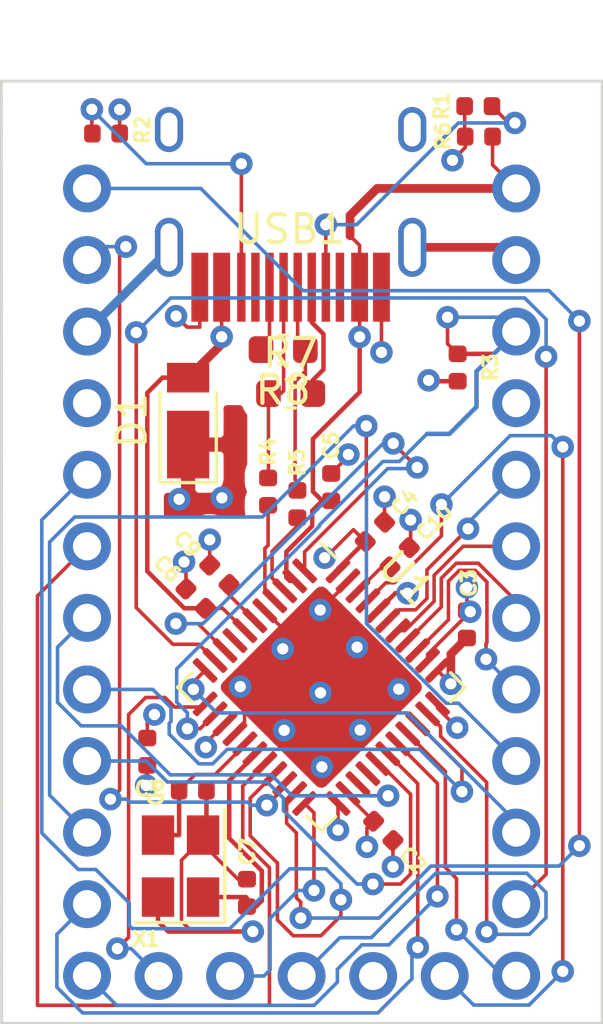
<source format=kicad_pcb>
(kicad_pcb (version 20171130) (host pcbnew 5.1.5+dfsg1-2build2)

  (general
    (thickness 1.6)
    (drawings 4)
    (tracks 506)
    (zones 0)
    (modules 25)
    (nets 44)
  )

  (page A4)
  (layers
    (0 F.Cu signal)
    (1 In1.Cu power)
    (2 In2.Cu power)
    (31 B.Cu signal)
    (32 B.Adhes user)
    (33 F.Adhes user)
    (34 B.Paste user)
    (35 F.Paste user)
    (36 B.SilkS user)
    (37 F.SilkS user)
    (38 B.Mask user)
    (39 F.Mask user)
    (40 Dwgs.User user)
    (41 Cmts.User user)
    (42 Eco1.User user)
    (43 Eco2.User user)
    (44 Edge.Cuts user)
    (45 Margin user)
    (46 B.CrtYd user)
    (47 F.CrtYd user)
    (48 B.Fab user)
    (49 F.Fab user)
  )

  (setup
    (last_trace_width 0.127)
    (user_trace_width 0.16)
    (user_trace_width 0.31)
    (trace_clearance 0.127)
    (zone_clearance 0.508)
    (zone_45_only yes)
    (trace_min 0.0127)
    (via_size 0.8)
    (via_drill 0.4)
    (via_min_size 0.45)
    (via_min_drill 0.2)
    (uvia_size 0.45)
    (uvia_drill 0.2)
    (uvias_allowed no)
    (uvia_min_size 0.45)
    (uvia_min_drill 0.2)
    (edge_width 0.1)
    (segment_width 0.2)
    (pcb_text_width 0.3)
    (pcb_text_size 1.5 1.5)
    (mod_edge_width 0.15)
    (mod_text_size 1 1)
    (mod_text_width 0.15)
    (pad_size 1.075 0.25)
    (pad_drill 0)
    (pad_to_mask_clearance 0)
    (aux_axis_origin 0 0)
    (visible_elements FFFFFF7F)
    (pcbplotparams
      (layerselection 0x010fc_ffffffff)
      (usegerberextensions false)
      (usegerberattributes false)
      (usegerberadvancedattributes false)
      (creategerberjobfile false)
      (excludeedgelayer true)
      (linewidth 0.100000)
      (plotframeref false)
      (viasonmask false)
      (mode 1)
      (useauxorigin false)
      (hpglpennumber 1)
      (hpglpenspeed 20)
      (hpglpendiameter 15.000000)
      (psnegative false)
      (psa4output false)
      (plotreference true)
      (plotvalue true)
      (plotinvisibletext false)
      (padsonsilk false)
      (subtractmaskfromsilk false)
      (outputformat 1)
      (mirror false)
      (drillshape 0)
      (scaleselection 1)
      (outputdirectory "gerber"))
  )

  (net 0 "")
  (net 1 GND)
  (net 2 VCC)
  (net 3 VBUS)
  (net 4 "Net-(C7-Pad1)")
  (net 5 "Net-(C8-Pad1)")
  (net 6 /D-)
  (net 7 /D+)
  (net 8 /PB6)
  (net 9 /PB2)
  (net 10 /PB3)
  (net 11 /PB1)
  (net 12 /PF7)
  (net 13 /PF6)
  (net 14 /PF5)
  (net 15 /PF4)
  (net 16 /RESET)
  (net 17 /PD3)
  (net 18 /PD2)
  (net 19 /PD1)
  (net 20 /PD0)
  (net 21 /PD4)
  (net 22 /PC6)
  (net 23 /PD7)
  (net 24 /PE6)
  (net 25 /PB4)
  (net 26 /PB5)
  (net 27 /PB7)
  (net 28 /PD5)
  (net 29 /PC7)
  (net 30 /PF1)
  (net 31 /PF0)
  (net 32 "Net-(R4-Pad1)")
  (net 33 "Net-(R5-Pad1)")
  (net 34 "Net-(U1-Pad26)")
  (net 35 "Net-(U1-Pad8)")
  (net 36 "Net-(R1-Pad2)")
  (net 37 "Net-(R2-Pad2)")
  (net 38 "Net-(USB1-Pad3)")
  (net 39 "Net-(USB1-Pad9)")
  (net 40 /UCAP)
  (net 41 /AREF)
  (net 42 "Net-(R7-Pad2)")
  (net 43 "Net-(R8-Pad2)")

  (net_class Default "This is the default net class."
    (clearance 0.127)
    (trace_width 0.127)
    (via_dia 0.8)
    (via_drill 0.4)
    (uvia_dia 0.45)
    (uvia_drill 0.2)
    (add_net /AREF)
    (add_net /D+)
    (add_net /D-)
    (add_net /PB1)
    (add_net /PB2)
    (add_net /PB3)
    (add_net /PB4)
    (add_net /PB5)
    (add_net /PB6)
    (add_net /PB7)
    (add_net /PC6)
    (add_net /PC7)
    (add_net /PD0)
    (add_net /PD1)
    (add_net /PD2)
    (add_net /PD3)
    (add_net /PD4)
    (add_net /PD5)
    (add_net /PD7)
    (add_net /PE6)
    (add_net /PF0)
    (add_net /PF1)
    (add_net /PF4)
    (add_net /PF5)
    (add_net /PF6)
    (add_net /PF7)
    (add_net /RESET)
    (add_net /UCAP)
    (add_net GND)
    (add_net "Net-(C7-Pad1)")
    (add_net "Net-(C8-Pad1)")
    (add_net "Net-(R1-Pad2)")
    (add_net "Net-(R2-Pad2)")
    (add_net "Net-(R4-Pad1)")
    (add_net "Net-(R5-Pad1)")
    (add_net "Net-(R7-Pad2)")
    (add_net "Net-(R8-Pad2)")
    (add_net "Net-(U1-Pad26)")
    (add_net "Net-(U1-Pad8)")
    (add_net "Net-(USB1-Pad3)")
    (add_net "Net-(USB1-Pad9)")
    (add_net VBUS)
    (add_net VCC)
  )

  (module Resistor_SMD:R_0603_1608Metric (layer F.Cu) (tedit 5B301BBD) (tstamp 5FC2CDE7)
    (at 29.345 33.02 180)
    (descr "Resistor SMD 0603 (1608 Metric), square (rectangular) end terminal, IPC_7351 nominal, (Body size source: http://www.tortai-tech.com/upload/download/2011102023233369053.pdf), generated with kicad-footprint-generator")
    (tags resistor)
    (path /5FEA0D9B)
    (attr smd)
    (fp_text reference R8 (at 0 -1.43) (layer F.SilkS)
      (effects (font (size 1 1) (thickness 0.15)))
    )
    (fp_text value 0R (at 0 1.43) (layer F.Fab)
      (effects (font (size 1 1) (thickness 0.15)))
    )
    (fp_text user %R (at 0 0) (layer F.Fab)
      (effects (font (size 0.4 0.4) (thickness 0.06)))
    )
    (fp_line (start 1.48 0.73) (end -1.48 0.73) (layer F.CrtYd) (width 0.05))
    (fp_line (start 1.48 -0.73) (end 1.48 0.73) (layer F.CrtYd) (width 0.05))
    (fp_line (start -1.48 -0.73) (end 1.48 -0.73) (layer F.CrtYd) (width 0.05))
    (fp_line (start -1.48 0.73) (end -1.48 -0.73) (layer F.CrtYd) (width 0.05))
    (fp_line (start -0.162779 0.51) (end 0.162779 0.51) (layer F.SilkS) (width 0.12))
    (fp_line (start -0.162779 -0.51) (end 0.162779 -0.51) (layer F.SilkS) (width 0.12))
    (fp_line (start 0.8 0.4) (end -0.8 0.4) (layer F.Fab) (width 0.1))
    (fp_line (start 0.8 -0.4) (end 0.8 0.4) (layer F.Fab) (width 0.1))
    (fp_line (start -0.8 -0.4) (end 0.8 -0.4) (layer F.Fab) (width 0.1))
    (fp_line (start -0.8 0.4) (end -0.8 -0.4) (layer F.Fab) (width 0.1))
    (pad 2 smd roundrect (at 0.7875 0 180) (size 0.875 0.95) (layers F.Cu F.Paste F.Mask) (roundrect_rratio 0.25)
      (net 43 "Net-(R8-Pad2)"))
    (pad 1 smd roundrect (at -0.7875 0 180) (size 0.875 0.95) (layers F.Cu F.Paste F.Mask) (roundrect_rratio 0.25)
      (net 6 /D-))
    (model ${KISYS3DMOD}/Resistor_SMD.3dshapes/R_0603_1608Metric.wrl
      (at (xyz 0 0 0))
      (scale (xyz 1 1 1))
      (rotate (xyz 0 0 0))
    )
  )

  (module Resistor_SMD:R_0603_1608Metric (layer F.Cu) (tedit 5B301BBD) (tstamp 5FC2CEE9)
    (at 29.61 34.58)
    (descr "Resistor SMD 0603 (1608 Metric), square (rectangular) end terminal, IPC_7351 nominal, (Body size source: http://www.tortai-tech.com/upload/download/2011102023233369053.pdf), generated with kicad-footprint-generator")
    (tags resistor)
    (path /5FEA0C48)
    (attr smd)
    (fp_text reference R7 (at 0 -1.43) (layer F.SilkS)
      (effects (font (size 1 1) (thickness 0.15)))
    )
    (fp_text value 0R (at 0 1.43) (layer F.Fab)
      (effects (font (size 1 1) (thickness 0.15)))
    )
    (fp_text user %R (at 0 0) (layer F.Fab)
      (effects (font (size 0.4 0.4) (thickness 0.06)))
    )
    (fp_line (start 1.48 0.73) (end -1.48 0.73) (layer F.CrtYd) (width 0.05))
    (fp_line (start 1.48 -0.73) (end 1.48 0.73) (layer F.CrtYd) (width 0.05))
    (fp_line (start -1.48 -0.73) (end 1.48 -0.73) (layer F.CrtYd) (width 0.05))
    (fp_line (start -1.48 0.73) (end -1.48 -0.73) (layer F.CrtYd) (width 0.05))
    (fp_line (start -0.162779 0.51) (end 0.162779 0.51) (layer F.SilkS) (width 0.12))
    (fp_line (start -0.162779 -0.51) (end 0.162779 -0.51) (layer F.SilkS) (width 0.12))
    (fp_line (start 0.8 0.4) (end -0.8 0.4) (layer F.Fab) (width 0.1))
    (fp_line (start 0.8 -0.4) (end 0.8 0.4) (layer F.Fab) (width 0.1))
    (fp_line (start -0.8 -0.4) (end 0.8 -0.4) (layer F.Fab) (width 0.1))
    (fp_line (start -0.8 0.4) (end -0.8 -0.4) (layer F.Fab) (width 0.1))
    (pad 2 smd roundrect (at 0.7875 0) (size 0.875 0.95) (layers F.Cu F.Paste F.Mask) (roundrect_rratio 0.25)
      (net 42 "Net-(R7-Pad2)"))
    (pad 1 smd roundrect (at -0.7875 0) (size 0.875 0.95) (layers F.Cu F.Paste F.Mask) (roundrect_rratio 0.25)
      (net 7 /D+))
    (model ${KISYS3DMOD}/Resistor_SMD.3dshapes/R_0603_1608Metric.wrl
      (at (xyz 0 0 0))
      (scale (xyz 1 1 1))
      (rotate (xyz 0 0 0))
    )
  )

  (module Type-C:HRO-TYPE-C-31-M-12-HandSoldering (layer F.Cu) (tedit 5C42C6AC) (tstamp 5FC2CF51)
    (at 29.61 22.61 180)
    (path /5FCFE0A4)
    (attr smd)
    (fp_text reference USB1 (at 0.04 -6.14) (layer F.SilkS)
      (effects (font (size 1 1) (thickness 0.15)))
    )
    (fp_text value CLEAN-TYPE-C-31-M-12 (at 0 1.15) (layer Dwgs.User)
      (effects (font (size 1 1) (thickness 0.15)))
    )
    (fp_line (start -4.47 0) (end 4.47 0) (layer Dwgs.User) (width 0.15))
    (fp_line (start -4.47 0) (end -4.47 -7.3) (layer Dwgs.User) (width 0.15))
    (fp_line (start 4.47 0) (end 4.47 -7.3) (layer Dwgs.User) (width 0.15))
    (fp_line (start -4.47 -7.3) (end 4.47 -7.3) (layer Dwgs.User) (width 0.15))
    (pad 12 smd rect (at 3.225 -8.195 180) (size 0.6 2.45) (layers F.Cu F.Paste F.Mask)
      (net 1 GND))
    (pad 1 smd rect (at -3.225 -8.195 180) (size 0.6 2.45) (layers F.Cu F.Paste F.Mask)
      (net 1 GND))
    (pad 11 smd rect (at 2.45 -8.195 180) (size 0.6 2.45) (layers F.Cu F.Paste F.Mask)
      (net 3 VBUS))
    (pad 2 smd rect (at -2.45 -8.195 180) (size 0.6 2.45) (layers F.Cu F.Paste F.Mask)
      (net 3 VBUS))
    (pad 3 smd rect (at -1.75 -8.195 180) (size 0.3 2.45) (layers F.Cu F.Paste F.Mask)
      (net 38 "Net-(USB1-Pad3)"))
    (pad 10 smd rect (at 1.75 -8.195 180) (size 0.3 2.45) (layers F.Cu F.Paste F.Mask)
      (net 37 "Net-(R2-Pad2)"))
    (pad 4 smd rect (at -1.25 -8.195 180) (size 0.3 2.45) (layers F.Cu F.Paste F.Mask)
      (net 36 "Net-(R1-Pad2)"))
    (pad 9 smd rect (at 1.25 -8.195 180) (size 0.3 2.45) (layers F.Cu F.Paste F.Mask)
      (net 39 "Net-(USB1-Pad9)"))
    (pad 5 smd rect (at -0.75 -8.195 180) (size 0.3 2.45) (layers F.Cu F.Paste F.Mask)
      (net 42 "Net-(R7-Pad2)"))
    (pad 8 smd rect (at 0.75 -8.195 180) (size 0.3 2.45) (layers F.Cu F.Paste F.Mask)
      (net 43 "Net-(R8-Pad2)"))
    (pad 7 smd rect (at 0.25 -8.195 180) (size 0.3 2.45) (layers F.Cu F.Paste F.Mask)
      (net 7 /D+))
    (pad 6 smd rect (at -0.25 -8.195 180) (size 0.3 2.45) (layers F.Cu F.Paste F.Mask)
      (net 6 /D-))
    (pad "" np_thru_hole circle (at 2.89 -6.25 180) (size 0.65 0.65) (drill 0.65) (layers *.Cu *.Mask))
    (pad "" np_thru_hole circle (at -2.89 -6.25 180) (size 0.65 0.65) (drill 0.65) (layers *.Cu *.Mask))
    (pad 13 thru_hole oval (at -4.32 -6.78 180) (size 1 2.1) (drill oval 0.6 1.7) (layers *.Cu B.Mask)
      (net 1 GND))
    (pad 13 thru_hole oval (at 4.32 -6.78 180) (size 1 2.1) (drill oval 0.6 1.7) (layers *.Cu B.Mask)
      (net 1 GND))
    (pad 13 thru_hole oval (at -4.32 -2.6 180) (size 1 1.6) (drill oval 0.6 1.2) (layers *.Cu B.Mask)
      (net 1 GND))
    (pad 13 thru_hole oval (at 4.32 -2.6 180) (size 1 1.6) (drill oval 0.6 1.2) (layers *.Cu B.Mask)
      (net 1 GND))
    (model "${KIPRJMOD}/lib/Type-C.pretty/HRO  TYPE-C-31-M-12.step"
      (offset (xyz -4.5 0 0))
      (scale (xyz 1 1 1))
      (rotate (xyz -90 0 0))
    )
  )

  (module pins:Pins12 (layer F.Cu) (tedit 5A296A16) (tstamp 5FC02EA9)
    (at 22.38 55.24 180)
    (path /5A28DB36)
    (fp_text reference J4 (at 0 -2.54) (layer F.SilkS) hide
      (effects (font (size 1 1) (thickness 0.15)))
    )
    (fp_text value 01x12 (at 0 -5.08) (layer F.Fab) hide
      (effects (font (size 1 1) (thickness 0.15)))
    )
    (pad 12 thru_hole circle (at 0 27.94 180) (size 1.7 1.7) (drill 1) (layers *.Cu *.Mask)
      (net 17 /PD3))
    (pad 11 thru_hole circle (at 0 25.4 180) (size 1.7 1.7) (drill 1) (layers *.Cu *.Mask)
      (net 18 /PD2))
    (pad 10 thru_hole circle (at 0 22.86 180) (size 1.7 1.7) (drill 1) (layers *.Cu *.Mask)
      (net 1 GND))
    (pad 9 thru_hole circle (at 0 20.32 180) (size 1.7 1.7) (drill 1) (layers *.Cu *.Mask)
      (net 1 GND))
    (pad 8 thru_hole circle (at 0 17.78 180) (size 1.7 1.7) (drill 1) (layers *.Cu *.Mask)
      (net 19 /PD1))
    (pad 7 thru_hole circle (at 0 15.24 180) (size 1.7 1.7) (drill 1) (layers *.Cu *.Mask)
      (net 20 /PD0))
    (pad 6 thru_hole circle (at 0 12.7 180) (size 1.7 1.7) (drill 1) (layers *.Cu *.Mask)
      (net 21 /PD4))
    (pad 5 thru_hole circle (at 0 10.16 180) (size 1.7 1.7) (drill 1) (layers *.Cu *.Mask)
      (net 22 /PC6))
    (pad 4 thru_hole circle (at 0 7.62 180) (size 1.7 1.7) (drill 1) (layers *.Cu *.Mask)
      (net 23 /PD7))
    (pad 3 thru_hole circle (at 0 5.08 180) (size 1.7 1.7) (drill 1) (layers *.Cu *.Mask)
      (net 24 /PE6))
    (pad 2 thru_hole circle (at 0 2.54 180) (size 1.7 1.7) (drill 1) (layers *.Cu *.Mask)
      (net 25 /PB4))
    (pad 1 thru_hole circle (at 0 0 180) (size 1.7 1.7) (drill 1) (layers *.Cu *.Mask)
      (net 26 /PB5))
  )

  (module Resistor_SMD:R_0402_1005Metric (layer F.Cu) (tedit 5B301BBD) (tstamp 5FC1F490)
    (at 35.54 33.655 270)
    (descr "Resistor SMD 0402 (1005 Metric), square (rectangular) end terminal, IPC_7351 nominal, (Body size source: http://www.tortai-tech.com/upload/download/2011102023233369053.pdf), generated with kicad-footprint-generator")
    (tags resistor)
    (path /5A2884D6)
    (attr smd)
    (fp_text reference R3 (at 0 -1.17 90) (layer F.SilkS)
      (effects (font (size 0.5 0.5) (thickness 0.125)))
    )
    (fp_text value 10k (at 0.06 -1.82 90) (layer F.Fab)
      (effects (font (size 0.5 0.5) (thickness 0.125)))
    )
    (fp_text user %R (at 0 0 90) (layer F.Fab)
      (effects (font (size 0.25 0.25) (thickness 0.04)))
    )
    (fp_line (start 0.93 0.47) (end -0.93 0.47) (layer F.CrtYd) (width 0.05))
    (fp_line (start 0.93 -0.47) (end 0.93 0.47) (layer F.CrtYd) (width 0.05))
    (fp_line (start -0.93 -0.47) (end 0.93 -0.47) (layer F.CrtYd) (width 0.05))
    (fp_line (start -0.93 0.47) (end -0.93 -0.47) (layer F.CrtYd) (width 0.05))
    (fp_line (start 0.5 0.25) (end -0.5 0.25) (layer F.Fab) (width 0.1))
    (fp_line (start 0.5 -0.25) (end 0.5 0.25) (layer F.Fab) (width 0.1))
    (fp_line (start -0.5 -0.25) (end 0.5 -0.25) (layer F.Fab) (width 0.1))
    (fp_line (start -0.5 0.25) (end -0.5 -0.25) (layer F.Fab) (width 0.1))
    (pad 2 smd roundrect (at 0.485 0 270) (size 0.59 0.64) (layers F.Cu F.Paste F.Mask) (roundrect_rratio 0.25)
      (net 2 VCC))
    (pad 1 smd roundrect (at -0.485 0 270) (size 0.59 0.64) (layers F.Cu F.Paste F.Mask) (roundrect_rratio 0.25)
      (net 16 /RESET))
    (model ${KISYS3DMOD}/Resistor_SMD.3dshapes/R_0402_1005Metric.wrl
      (at (xyz 0 0 0))
      (scale (xyz 1 1 1))
      (rotate (xyz 0 0 0))
    )
  )

  (module Crystal:Crystal_SMD_SeikoEpson_TSX3225-4Pin_3.2x2.5mm (layer F.Cu) (tedit 5A0FD1B2) (tstamp 5FC2725A)
    (at 25.7 51.35 90)
    (descr "crystal Epson Toyocom TSX-3225 series https://support.epson.biz/td/api/doc_check.php?dl=brief_fa-238v_en.pdf, 3.2x2.5mm^2 package")
    (tags "SMD SMT crystal")
    (path /5A286A14)
    (attr smd)
    (fp_text reference X1 (at -2.59 -1.22 180) (layer F.SilkS)
      (effects (font (size 0.5 0.5) (thickness 0.125)))
    )
    (fp_text value 16MHz (at -2.61 0.76 180) (layer F.Fab)
      (effects (font (size 0.5 0.5) (thickness 0.125)))
    )
    (fp_line (start 2.1 -1.7) (end -2.1 -1.7) (layer F.CrtYd) (width 0.05))
    (fp_line (start 2.1 1.7) (end 2.1 -1.7) (layer F.CrtYd) (width 0.05))
    (fp_line (start -2.1 1.7) (end 2.1 1.7) (layer F.CrtYd) (width 0.05))
    (fp_line (start -2.1 -1.7) (end -2.1 1.7) (layer F.CrtYd) (width 0.05))
    (fp_line (start -2 1.575) (end 2 1.575) (layer F.SilkS) (width 0.12))
    (fp_line (start -2 -1.575) (end -2 1.575) (layer F.SilkS) (width 0.12))
    (fp_line (start -1.6 0.25) (end -0.6 1.25) (layer F.Fab) (width 0.1))
    (fp_line (start -1.6 -1.15) (end -1.5 -1.25) (layer F.Fab) (width 0.1))
    (fp_line (start -1.6 1.15) (end -1.6 -1.15) (layer F.Fab) (width 0.1))
    (fp_line (start -1.5 1.25) (end -1.6 1.15) (layer F.Fab) (width 0.1))
    (fp_line (start 1.5 1.25) (end -1.5 1.25) (layer F.Fab) (width 0.1))
    (fp_line (start 1.6 1.15) (end 1.5 1.25) (layer F.Fab) (width 0.1))
    (fp_line (start 1.6 -1.15) (end 1.6 1.15) (layer F.Fab) (width 0.1))
    (fp_line (start 1.5 -1.25) (end 1.6 -1.15) (layer F.Fab) (width 0.1))
    (fp_line (start -1.5 -1.25) (end 1.5 -1.25) (layer F.Fab) (width 0.1))
    (fp_text user %R (at 0 0 180) (layer F.Fab)
      (effects (font (size 0.7 0.7) (thickness 0.105)))
    )
    (pad 4 smd rect (at -1.1 -0.8 90) (size 1.4 1.15) (layers F.Cu F.Paste F.Mask)
      (net 1 GND))
    (pad 3 smd rect (at 1.1 -0.8 90) (size 1.4 1.15) (layers F.Cu F.Paste F.Mask)
      (net 5 "Net-(C8-Pad1)"))
    (pad 2 smd rect (at 1.1 0.8 90) (size 1.4 1.15) (layers F.Cu F.Paste F.Mask)
      (net 1 GND))
    (pad 1 smd rect (at -1.1 0.8 90) (size 1.4 1.15) (layers F.Cu F.Paste F.Mask)
      (net 4 "Net-(C7-Pad1)"))
    (model ${KISYS3DMOD}/Crystal.3dshapes/Crystal_SMD_SeikoEpson_TSX3225-4Pin_3.2x2.5mm.wrl
      (at (xyz 0 0 0))
      (scale (xyz 1 1 1))
      (rotate (xyz 0 0 0))
    )
  )

  (module Package_DFN_QFN:QFN-44-1EP_7x7mm_P0.5mm_EP5.2x5.2mm (layer F.Cu) (tedit 5C26A111) (tstamp 5FC2732C)
    (at 30.7 45 315)
    (descr "QFN, 44 Pin (http://ww1.microchip.com/downloads/en/DeviceDoc/2512S.pdf#page=17), generated with kicad-footprint-generator ipc_dfn_qfn_generator.py")
    (tags "QFN DFN_QFN")
    (path /5A28636A)
    (attr smd)
    (fp_text reference U1 (at -0.608112 -4.864895 135) (layer F.SilkS)
      (effects (font (size 1 1) (thickness 0.15)))
    )
    (fp_text value ATmega32U4 (at 4.631549 -1.152584 225) (layer F.Fab)
      (effects (font (size 0.5 0.5) (thickness 0.125)))
    )
    (fp_text user %R (at 0 0 135) (layer F.Fab)
      (effects (font (size 1 1) (thickness 0.15)))
    )
    (fp_line (start 4.12 -4.12) (end -4.12 -4.12) (layer F.CrtYd) (width 0.05))
    (fp_line (start 4.12 4.12) (end 4.12 -4.12) (layer F.CrtYd) (width 0.05))
    (fp_line (start -4.12 4.12) (end 4.12 4.12) (layer F.CrtYd) (width 0.05))
    (fp_line (start -4.12 -4.12) (end -4.12 4.12) (layer F.CrtYd) (width 0.05))
    (fp_line (start -3.5 -2.5) (end -2.5 -3.5) (layer F.Fab) (width 0.1))
    (fp_line (start -3.5 3.5) (end -3.5 -2.5) (layer F.Fab) (width 0.1))
    (fp_line (start 3.5 3.5) (end -3.5 3.5) (layer F.Fab) (width 0.1))
    (fp_line (start 3.5 -3.5) (end 3.5 3.5) (layer F.Fab) (width 0.1))
    (fp_line (start -2.5 -3.5) (end 3.5 -3.5) (layer F.Fab) (width 0.1))
    (fp_line (start -2.885 -3.61) (end -3.61 -3.61) (layer F.SilkS) (width 0.12))
    (fp_line (start 3.61 3.61) (end 3.61 2.885) (layer F.SilkS) (width 0.12))
    (fp_line (start 2.885 3.61) (end 3.61 3.61) (layer F.SilkS) (width 0.12))
    (fp_line (start -3.61 3.61) (end -3.61 2.885) (layer F.SilkS) (width 0.12))
    (fp_line (start -2.885 3.61) (end -3.61 3.61) (layer F.SilkS) (width 0.12))
    (fp_line (start 3.61 -3.61) (end 3.61 -2.885) (layer F.SilkS) (width 0.12))
    (fp_line (start 2.885 -3.61) (end 3.61 -3.61) (layer F.SilkS) (width 0.12))
    (pad 44 smd roundrect (at -2.5 -3.3375 315) (size 0.25 1.075) (layers F.Cu F.Paste F.Mask) (roundrect_rratio 0.25)
      (net 2 VCC))
    (pad 43 smd roundrect (at -2 -3.3375 315) (size 0.25 1.075) (layers F.Cu F.Paste F.Mask) (roundrect_rratio 0.25)
      (net 1 GND))
    (pad 42 smd roundrect (at -1.5 -3.3375 315) (size 0.25 1.075) (layers F.Cu F.Paste F.Mask) (roundrect_rratio 0.25)
      (net 41 /AREF))
    (pad 41 smd roundrect (at -1 -3.3375 315) (size 0.25 1.075) (layers F.Cu F.Paste F.Mask) (roundrect_rratio 0.25)
      (net 31 /PF0))
    (pad 40 smd roundrect (at -0.5 -3.3375 315) (size 0.25 1.075) (layers F.Cu F.Paste F.Mask) (roundrect_rratio 0.25)
      (net 30 /PF1))
    (pad 39 smd roundrect (at 0 -3.3375 315) (size 0.25 1.075) (layers F.Cu F.Paste F.Mask) (roundrect_rratio 0.25)
      (net 15 /PF4))
    (pad 38 smd roundrect (at 0.5 -3.3375 315) (size 0.25 1.075) (layers F.Cu F.Paste F.Mask) (roundrect_rratio 0.25)
      (net 14 /PF5))
    (pad 37 smd roundrect (at 1 -3.3375 315) (size 0.25 1.075) (layers F.Cu F.Paste F.Mask) (roundrect_rratio 0.25)
      (net 13 /PF6))
    (pad 36 smd roundrect (at 1.5 -3.3375 315) (size 0.25 1.075) (layers F.Cu F.Paste F.Mask) (roundrect_rratio 0.25)
      (net 12 /PF7))
    (pad 35 smd roundrect (at 2 -3.3375 315) (size 0.25 1.075) (layers F.Cu F.Paste F.Mask) (roundrect_rratio 0.25)
      (net 1 GND))
    (pad 34 smd roundrect (at 2.5 -3.3375 315) (size 0.25 1.075) (layers F.Cu F.Paste F.Mask) (roundrect_rratio 0.25)
      (net 2 VCC))
    (pad 33 smd roundrect (at 3.3375 -2.5 315) (size 1.075 0.25) (layers F.Cu F.Paste F.Mask) (roundrect_rratio 0.25)
      (net 1 GND))
    (pad 32 smd roundrect (at 3.3375 -2 315) (size 1.075 0.25) (layers F.Cu F.Paste F.Mask) (roundrect_rratio 0.25)
      (net 29 /PC7))
    (pad 31 smd roundrect (at 3.3375 -1.5 315) (size 1.075 0.25) (layers F.Cu F.Paste F.Mask) (roundrect_rratio 0.25)
      (net 22 /PC6))
    (pad 30 smd roundrect (at 3.3375 -1 315) (size 1.075 0.25) (layers F.Cu F.Paste F.Mask) (roundrect_rratio 0.25)
      (net 8 /PB6))
    (pad 29 smd roundrect (at 3.3375 -0.5 315) (size 1.075 0.25) (layers F.Cu F.Paste F.Mask) (roundrect_rratio 0.25)
      (net 26 /PB5))
    (pad 28 smd roundrect (at 3.3375 0 315) (size 1.075 0.25) (layers F.Cu F.Paste F.Mask) (roundrect_rratio 0.25)
      (net 25 /PB4))
    (pad 27 smd roundrect (at 3.3375 0.5 315) (size 1.075 0.25) (layers F.Cu F.Paste F.Mask) (roundrect_rratio 0.25)
      (net 23 /PD7))
    (pad 26 smd roundrect (at 3.3375 1 315) (size 1.075 0.25) (layers F.Cu F.Paste F.Mask) (roundrect_rratio 0.25)
      (net 34 "Net-(U1-Pad26)"))
    (pad 25 smd roundrect (at 3.3375 1.5 315) (size 1.075 0.25) (layers F.Cu F.Paste F.Mask) (roundrect_rratio 0.25)
      (net 21 /PD4))
    (pad 24 smd roundrect (at 3.3375 2 315) (size 1.075 0.25) (layers F.Cu F.Paste F.Mask) (roundrect_rratio 0.25)
      (net 2 VCC))
    (pad 23 smd roundrect (at 3.3375 2.5 315) (size 1.075 0.25) (layers F.Cu F.Paste F.Mask) (roundrect_rratio 0.25)
      (net 1 GND))
    (pad 22 smd roundrect (at 2.5 3.3375 315) (size 0.25 1.075) (layers F.Cu F.Paste F.Mask) (roundrect_rratio 0.25)
      (net 28 /PD5))
    (pad 21 smd roundrect (at 2 3.3375 315) (size 0.25 1.075) (layers F.Cu F.Paste F.Mask) (roundrect_rratio 0.25)
      (net 17 /PD3))
    (pad 20 smd roundrect (at 1.5 3.3375 315) (size 0.25 1.075) (layers F.Cu F.Paste F.Mask) (roundrect_rratio 0.25)
      (net 18 /PD2))
    (pad 19 smd roundrect (at 1 3.3375 315) (size 0.25 1.075) (layers F.Cu F.Paste F.Mask) (roundrect_rratio 0.25)
      (net 19 /PD1))
    (pad 18 smd roundrect (at 0.5 3.3375 315) (size 0.25 1.075) (layers F.Cu F.Paste F.Mask) (roundrect_rratio 0.25)
      (net 20 /PD0))
    (pad 17 smd roundrect (at 0 3.3375 315) (size 0.25 1.075) (layers F.Cu F.Paste F.Mask) (roundrect_rratio 0.25)
      (net 4 "Net-(C7-Pad1)"))
    (pad 16 smd roundrect (at -0.5 3.3375 315) (size 0.25 1.075) (layers F.Cu F.Paste F.Mask) (roundrect_rratio 0.25)
      (net 5 "Net-(C8-Pad1)"))
    (pad 15 smd roundrect (at -1 3.3375 315) (size 0.25 1.075) (layers F.Cu F.Paste F.Mask) (roundrect_rratio 0.25)
      (net 1 GND))
    (pad 14 smd roundrect (at -1.5 3.3375 315) (size 0.25 1.075) (layers F.Cu F.Paste F.Mask) (roundrect_rratio 0.25)
      (net 2 VCC))
    (pad 13 smd roundrect (at -2 3.3375 315) (size 0.25 1.075) (layers F.Cu F.Paste F.Mask) (roundrect_rratio 0.25)
      (net 16 /RESET))
    (pad 12 smd roundrect (at -2.5 3.3375 315) (size 0.25 1.075) (layers F.Cu F.Paste F.Mask) (roundrect_rratio 0.25)
      (net 27 /PB7))
    (pad 11 smd roundrect (at -3.3375 2.5 315) (size 1.075 0.25) (layers F.Cu F.Paste F.Mask) (roundrect_rratio 0.25)
      (net 10 /PB3))
    (pad 10 smd roundrect (at -3.3375 2 315) (size 1.075 0.25) (layers F.Cu F.Paste F.Mask) (roundrect_rratio 0.25)
      (net 9 /PB2))
    (pad 9 smd roundrect (at -3.3375 1.5 315) (size 1.075 0.25) (layers F.Cu F.Paste F.Mask) (roundrect_rratio 0.25)
      (net 11 /PB1))
    (pad 8 smd roundrect (at -3.3375 1 315) (size 1.075 0.25) (layers F.Cu F.Paste F.Mask) (roundrect_rratio 0.25)
      (net 35 "Net-(U1-Pad8)"))
    (pad 7 smd roundrect (at -3.3375 0.5 315) (size 1.075 0.25) (layers F.Cu F.Paste F.Mask) (roundrect_rratio 0.25)
      (net 3 VBUS))
    (pad 6 smd roundrect (at -3.3375 0 315) (size 1.075 0.25) (layers F.Cu F.Paste F.Mask) (roundrect_rratio 0.25)
      (net 40 /UCAP))
    (pad 5 smd roundrect (at -3.3375 -0.5 315) (size 1.075 0.25) (layers F.Cu F.Paste F.Mask) (roundrect_rratio 0.25)
      (net 1 GND))
    (pad 4 smd roundrect (at -3.3375 -1 315) (size 1.075 0.25) (layers F.Cu F.Paste F.Mask) (roundrect_rratio 0.25)
      (net 32 "Net-(R4-Pad1)"))
    (pad 3 smd roundrect (at -3.3375 -1.5 315) (size 1.075 0.25) (layers F.Cu F.Paste F.Mask) (roundrect_rratio 0.25)
      (net 33 "Net-(R5-Pad1)"))
    (pad 2 smd roundrect (at -3.3375 -2 315) (size 1.075 0.25) (layers F.Cu F.Paste F.Mask) (roundrect_rratio 0.25)
      (net 3 VBUS))
    (pad 1 smd roundrect (at -3.3375 -2.5 315) (size 1.075 0.25) (layers F.Cu F.Paste F.Mask) (roundrect_rratio 0.25)
      (net 24 /PE6))
    (pad "" smd roundrect (at 1.95 1.95 315) (size 1.05 1.05) (layers F.Paste) (roundrect_rratio 0.238095))
    (pad "" smd roundrect (at 1.95 0.65 315) (size 1.05 1.05) (layers F.Paste) (roundrect_rratio 0.238095))
    (pad "" smd roundrect (at 1.95 -0.65 315) (size 1.05 1.05) (layers F.Paste) (roundrect_rratio 0.238095))
    (pad "" smd roundrect (at 1.95 -1.95 315) (size 1.05 1.05) (layers F.Paste) (roundrect_rratio 0.238095))
    (pad "" smd roundrect (at 0.65 1.95 315) (size 1.05 1.05) (layers F.Paste) (roundrect_rratio 0.238095))
    (pad "" smd roundrect (at 0.65 0.65 315) (size 1.05 1.05) (layers F.Paste) (roundrect_rratio 0.238095))
    (pad "" smd roundrect (at 0.65 -0.65 315) (size 1.05 1.05) (layers F.Paste) (roundrect_rratio 0.238095))
    (pad "" smd roundrect (at 0.65 -1.95 315) (size 1.05 1.05) (layers F.Paste) (roundrect_rratio 0.238095))
    (pad "" smd roundrect (at -0.65 1.95 315) (size 1.05 1.05) (layers F.Paste) (roundrect_rratio 0.238095))
    (pad "" smd roundrect (at -0.65 0.65 315) (size 1.05 1.05) (layers F.Paste) (roundrect_rratio 0.238095))
    (pad "" smd roundrect (at -0.65 -0.65 315) (size 1.05 1.05) (layers F.Paste) (roundrect_rratio 0.238095))
    (pad "" smd roundrect (at -0.65 -1.95 315) (size 1.05 1.05) (layers F.Paste) (roundrect_rratio 0.238095))
    (pad "" smd roundrect (at -1.95 1.95 315) (size 1.05 1.05) (layers F.Paste) (roundrect_rratio 0.238095))
    (pad "" smd roundrect (at -1.95 0.65 315) (size 1.05 1.05) (layers F.Paste) (roundrect_rratio 0.238095))
    (pad "" smd roundrect (at -1.95 -0.65 315) (size 1.05 1.05) (layers F.Paste) (roundrect_rratio 0.238095))
    (pad "" smd roundrect (at -1.95 -1.95 315) (size 1.05 1.05) (layers F.Paste) (roundrect_rratio 0.238095))
    (pad 45 smd roundrect (at 0 0 315) (size 5.2 5.2) (layers F.Cu F.Mask) (roundrect_rratio 0.048077)
      (net 1 GND))
    (model ${KISYS3DMOD}/Package_DFN_QFN.3dshapes/QFN-44-1EP_7x7mm_P0.5mm_EP5.2x5.2mm.wrl
      (at (xyz 0 0 0))
      (scale (xyz 1 1 1))
      (rotate (xyz 0 0 0))
    )
  )

  (module Resistor_SMD:R_0402_1005Metric (layer F.Cu) (tedit 5B301BBD) (tstamp 5FC1F60E)
    (at 36.295 25.46)
    (descr "Resistor SMD 0402 (1005 Metric), square (rectangular) end terminal, IPC_7351 nominal, (Body size source: http://www.tortai-tech.com/upload/download/2011102023233369053.pdf), generated with kicad-footprint-generator")
    (tags resistor)
    (path /5CBBA935)
    (attr smd)
    (fp_text reference R6 (at -1.27 -0.02 90) (layer F.SilkS)
      (effects (font (size 0.5 0.5) (thickness 0.125)))
    )
    (fp_text value 10k (at 1.29 -0.11 90) (layer F.Fab)
      (effects (font (size 0.5 0.5) (thickness 0.125)))
    )
    (fp_text user %R (at 0 0) (layer F.Fab)
      (effects (font (size 0.25 0.25) (thickness 0.04)))
    )
    (fp_line (start 0.93 0.47) (end -0.93 0.47) (layer F.CrtYd) (width 0.05))
    (fp_line (start 0.93 -0.47) (end 0.93 0.47) (layer F.CrtYd) (width 0.05))
    (fp_line (start -0.93 -0.47) (end 0.93 -0.47) (layer F.CrtYd) (width 0.05))
    (fp_line (start -0.93 0.47) (end -0.93 -0.47) (layer F.CrtYd) (width 0.05))
    (fp_line (start 0.5 0.25) (end -0.5 0.25) (layer F.Fab) (width 0.1))
    (fp_line (start 0.5 -0.25) (end 0.5 0.25) (layer F.Fab) (width 0.1))
    (fp_line (start -0.5 -0.25) (end 0.5 -0.25) (layer F.Fab) (width 0.1))
    (fp_line (start -0.5 0.25) (end -0.5 -0.25) (layer F.Fab) (width 0.1))
    (pad 2 smd roundrect (at 0.485 0) (size 0.59 0.64) (layers F.Cu F.Paste F.Mask) (roundrect_rratio 0.25)
      (net 3 VBUS))
    (pad 1 smd roundrect (at -0.485 0) (size 0.59 0.64) (layers F.Cu F.Paste F.Mask) (roundrect_rratio 0.25)
      (net 1 GND))
    (model ${KISYS3DMOD}/Resistor_SMD.3dshapes/R_0402_1005Metric.wrl
      (at (xyz 0 0 0))
      (scale (xyz 1 1 1))
      (rotate (xyz 0 0 0))
    )
  )

  (module Resistor_SMD:R_0402_1005Metric (layer F.Cu) (tedit 5B301BBD) (tstamp 5FC11FAE)
    (at 29.85 38.5 90)
    (descr "Resistor SMD 0402 (1005 Metric), square (rectangular) end terminal, IPC_7351 nominal, (Body size source: http://www.tortai-tech.com/upload/download/2011102023233369053.pdf), generated with kicad-footprint-generator")
    (tags resistor)
    (path /5A285348)
    (attr smd)
    (fp_text reference R5 (at 1.48 0 90) (layer F.SilkS)
      (effects (font (size 0.5 0.5) (thickness 0.125)))
    )
    (fp_text value 22 (at 2.31 -0.32 90) (layer F.Fab)
      (effects (font (size 0.5 0.5) (thickness 0.125)))
    )
    (fp_text user %R (at 0 0 90) (layer F.Fab)
      (effects (font (size 0.25 0.25) (thickness 0.04)))
    )
    (fp_line (start 0.93 0.47) (end -0.93 0.47) (layer F.CrtYd) (width 0.05))
    (fp_line (start 0.93 -0.47) (end 0.93 0.47) (layer F.CrtYd) (width 0.05))
    (fp_line (start -0.93 -0.47) (end 0.93 -0.47) (layer F.CrtYd) (width 0.05))
    (fp_line (start -0.93 0.47) (end -0.93 -0.47) (layer F.CrtYd) (width 0.05))
    (fp_line (start 0.5 0.25) (end -0.5 0.25) (layer F.Fab) (width 0.1))
    (fp_line (start 0.5 -0.25) (end 0.5 0.25) (layer F.Fab) (width 0.1))
    (fp_line (start -0.5 -0.25) (end 0.5 -0.25) (layer F.Fab) (width 0.1))
    (fp_line (start -0.5 0.25) (end -0.5 -0.25) (layer F.Fab) (width 0.1))
    (pad 2 smd roundrect (at 0.485 0 90) (size 0.59 0.64) (layers F.Cu F.Paste F.Mask) (roundrect_rratio 0.25)
      (net 6 /D-))
    (pad 1 smd roundrect (at -0.485 0 90) (size 0.59 0.64) (layers F.Cu F.Paste F.Mask) (roundrect_rratio 0.25)
      (net 33 "Net-(R5-Pad1)"))
    (model ${KISYS3DMOD}/Resistor_SMD.3dshapes/R_0402_1005Metric.wrl
      (at (xyz 0 0 0))
      (scale (xyz 1 1 1))
      (rotate (xyz 0 0 0))
    )
  )

  (module Resistor_SMD:R_0402_1005Metric (layer F.Cu) (tedit 5B301BBD) (tstamp 5FC02EEE)
    (at 28.81 38.06 90)
    (descr "Resistor SMD 0402 (1005 Metric), square (rectangular) end terminal, IPC_7351 nominal, (Body size source: http://www.tortai-tech.com/upload/download/2011102023233369053.pdf), generated with kicad-footprint-generator")
    (tags resistor)
    (path /5A285250)
    (attr smd)
    (fp_text reference R4 (at 1.42 0 90) (layer F.SilkS)
      (effects (font (size 0.5 0.5) (thickness 0.125)))
    )
    (fp_text value 22 (at 2.3 0.14 90) (layer F.Fab)
      (effects (font (size 0.5 0.5) (thickness 0.125)))
    )
    (fp_text user %R (at 0 0 90) (layer F.Fab)
      (effects (font (size 0.25 0.25) (thickness 0.04)))
    )
    (fp_line (start 0.93 0.47) (end -0.93 0.47) (layer F.CrtYd) (width 0.05))
    (fp_line (start 0.93 -0.47) (end 0.93 0.47) (layer F.CrtYd) (width 0.05))
    (fp_line (start -0.93 -0.47) (end 0.93 -0.47) (layer F.CrtYd) (width 0.05))
    (fp_line (start -0.93 0.47) (end -0.93 -0.47) (layer F.CrtYd) (width 0.05))
    (fp_line (start 0.5 0.25) (end -0.5 0.25) (layer F.Fab) (width 0.1))
    (fp_line (start 0.5 -0.25) (end 0.5 0.25) (layer F.Fab) (width 0.1))
    (fp_line (start -0.5 -0.25) (end 0.5 -0.25) (layer F.Fab) (width 0.1))
    (fp_line (start -0.5 0.25) (end -0.5 -0.25) (layer F.Fab) (width 0.1))
    (pad 2 smd roundrect (at 0.485 0 90) (size 0.59 0.64) (layers F.Cu F.Paste F.Mask) (roundrect_rratio 0.25)
      (net 7 /D+))
    (pad 1 smd roundrect (at -0.485 0 90) (size 0.59 0.64) (layers F.Cu F.Paste F.Mask) (roundrect_rratio 0.25)
      (net 32 "Net-(R4-Pad1)"))
    (model ${KISYS3DMOD}/Resistor_SMD.3dshapes/R_0402_1005Metric.wrl
      (at (xyz 0 0 0))
      (scale (xyz 1 1 1))
      (rotate (xyz 0 0 0))
    )
  )

  (module Resistor_SMD:R_0402_1005Metric (layer F.Cu) (tedit 5B301BBD) (tstamp 5FC037E4)
    (at 23.055 25.35 180)
    (descr "Resistor SMD 0402 (1005 Metric), square (rectangular) end terminal, IPC_7351 nominal, (Body size source: http://www.tortai-tech.com/upload/download/2011102023233369053.pdf), generated with kicad-footprint-generator")
    (tags resistor)
    (path /5A284FE9)
    (attr smd)
    (fp_text reference R2 (at -1.3 0.13 90) (layer F.SilkS)
      (effects (font (size 0.5 0.5) (thickness 0.125)))
    )
    (fp_text value 5k1 (at 1.63 0.04) (layer F.Fab)
      (effects (font (size 0.5 0.5) (thickness 0.125)))
    )
    (fp_text user %R (at 0 0) (layer F.Fab)
      (effects (font (size 0.25 0.25) (thickness 0.04)))
    )
    (fp_line (start 0.93 0.47) (end -0.93 0.47) (layer F.CrtYd) (width 0.05))
    (fp_line (start 0.93 -0.47) (end 0.93 0.47) (layer F.CrtYd) (width 0.05))
    (fp_line (start -0.93 -0.47) (end 0.93 -0.47) (layer F.CrtYd) (width 0.05))
    (fp_line (start -0.93 0.47) (end -0.93 -0.47) (layer F.CrtYd) (width 0.05))
    (fp_line (start 0.5 0.25) (end -0.5 0.25) (layer F.Fab) (width 0.1))
    (fp_line (start 0.5 -0.25) (end 0.5 0.25) (layer F.Fab) (width 0.1))
    (fp_line (start -0.5 -0.25) (end 0.5 -0.25) (layer F.Fab) (width 0.1))
    (fp_line (start -0.5 0.25) (end -0.5 -0.25) (layer F.Fab) (width 0.1))
    (pad 2 smd roundrect (at 0.485 0 180) (size 0.59 0.64) (layers F.Cu F.Paste F.Mask) (roundrect_rratio 0.25)
      (net 37 "Net-(R2-Pad2)"))
    (pad 1 smd roundrect (at -0.485 0 180) (size 0.59 0.64) (layers F.Cu F.Paste F.Mask) (roundrect_rratio 0.25)
      (net 1 GND))
    (model ${KISYS3DMOD}/Resistor_SMD.3dshapes/R_0402_1005Metric.wrl
      (at (xyz 0 0 0))
      (scale (xyz 1 1 1))
      (rotate (xyz 0 0 0))
    )
  )

  (module Resistor_SMD:R_0402_1005Metric (layer F.Cu) (tedit 5B301BBD) (tstamp 5FC02EC1)
    (at 36.275 24.38)
    (descr "Resistor SMD 0402 (1005 Metric), square (rectangular) end terminal, IPC_7351 nominal, (Body size source: http://www.tortai-tech.com/upload/download/2011102023233369053.pdf), generated with kicad-footprint-generator")
    (tags resistor)
    (path /5A284FC2)
    (attr smd)
    (fp_text reference R1 (at -1.3 0 90) (layer F.SilkS)
      (effects (font (size 0.5 0.5) (thickness 0.125)))
    )
    (fp_text value 5k1 (at 1.59 -0.45) (layer F.Fab)
      (effects (font (size 0.5 0.5) (thickness 0.125)))
    )
    (fp_text user %R (at 0 0) (layer F.Fab)
      (effects (font (size 0.25 0.25) (thickness 0.04)))
    )
    (fp_line (start 0.93 0.47) (end -0.93 0.47) (layer F.CrtYd) (width 0.05))
    (fp_line (start 0.93 -0.47) (end 0.93 0.47) (layer F.CrtYd) (width 0.05))
    (fp_line (start -0.93 -0.47) (end 0.93 -0.47) (layer F.CrtYd) (width 0.05))
    (fp_line (start -0.93 0.47) (end -0.93 -0.47) (layer F.CrtYd) (width 0.05))
    (fp_line (start 0.5 0.25) (end -0.5 0.25) (layer F.Fab) (width 0.1))
    (fp_line (start 0.5 -0.25) (end 0.5 0.25) (layer F.Fab) (width 0.1))
    (fp_line (start -0.5 -0.25) (end 0.5 -0.25) (layer F.Fab) (width 0.1))
    (fp_line (start -0.5 0.25) (end -0.5 -0.25) (layer F.Fab) (width 0.1))
    (pad 2 smd roundrect (at 0.485 0) (size 0.59 0.64) (layers F.Cu F.Paste F.Mask) (roundrect_rratio 0.25)
      (net 36 "Net-(R1-Pad2)"))
    (pad 1 smd roundrect (at -0.485 0) (size 0.59 0.64) (layers F.Cu F.Paste F.Mask) (roundrect_rratio 0.25)
      (net 1 GND))
    (model ${KISYS3DMOD}/Resistor_SMD.3dshapes/R_0402_1005Metric.wrl
      (at (xyz 0 0 0))
      (scale (xyz 1 1 1))
      (rotate (xyz 0 0 0))
    )
  )

  (module pins:Pins5 (layer F.Cu) (tedit 5A296A75) (tstamp 5FC02EB2)
    (at 35.08 55.25 270)
    (path /5A28DD10)
    (fp_text reference J5 (at 0 -2.54 90) (layer F.SilkS) hide
      (effects (font (size 1 1) (thickness 0.15)))
    )
    (fp_text value 01x05 (at 0 -5.08 90) (layer F.Fab) hide
      (effects (font (size 1 1) (thickness 0.15)))
    )
    (pad 5 thru_hole circle (at 0 10.16 270) (size 1.7 1.7) (drill 1) (layers *.Cu *.Mask)
      (net 27 /PB7))
    (pad 4 thru_hole circle (at 0 7.62 270) (size 1.7 1.7) (drill 1) (layers *.Cu *.Mask)
      (net 28 /PD5))
    (pad 3 thru_hole circle (at 0 5.08 270) (size 1.7 1.7) (drill 1) (layers *.Cu *.Mask)
      (net 29 /PC7))
    (pad 2 thru_hole circle (at 0 2.54 270) (size 1.7 1.7) (drill 1) (layers *.Cu *.Mask)
      (net 30 /PF1))
    (pad 1 thru_hole circle (at 0 0 270) (size 1.7 1.7) (drill 1) (layers *.Cu *.Mask)
      (net 31 /PF0))
  )

  (module pins:Pins12 (layer F.Cu) (tedit 5A296A16) (tstamp 5FC1F6BB)
    (at 37.62 27.3)
    (path /5A28DBD6)
    (fp_text reference J3 (at 0 -2.54) (layer F.SilkS) hide
      (effects (font (size 1 1) (thickness 0.15)))
    )
    (fp_text value 01x12 (at 0 -5.08) (layer F.Fab) hide
      (effects (font (size 1 1) (thickness 0.15)))
    )
    (pad 12 thru_hole circle (at 0 27.94) (size 1.7 1.7) (drill 1) (layers *.Cu *.Mask)
      (net 8 /PB6))
    (pad 11 thru_hole circle (at 0 25.4) (size 1.7 1.7) (drill 1) (layers *.Cu *.Mask)
      (net 9 /PB2))
    (pad 10 thru_hole circle (at 0 22.86) (size 1.7 1.7) (drill 1) (layers *.Cu *.Mask)
      (net 10 /PB3))
    (pad 9 thru_hole circle (at 0 20.32) (size 1.7 1.7) (drill 1) (layers *.Cu *.Mask)
      (net 11 /PB1))
    (pad 8 thru_hole circle (at 0 17.78) (size 1.7 1.7) (drill 1) (layers *.Cu *.Mask)
      (net 12 /PF7))
    (pad 7 thru_hole circle (at 0 15.24) (size 1.7 1.7) (drill 1) (layers *.Cu *.Mask)
      (net 13 /PF6))
    (pad 6 thru_hole circle (at 0 12.7) (size 1.7 1.7) (drill 1) (layers *.Cu *.Mask)
      (net 14 /PF5))
    (pad 5 thru_hole circle (at 0 10.16) (size 1.7 1.7) (drill 1) (layers *.Cu *.Mask)
      (net 15 /PF4))
    (pad 4 thru_hole circle (at 0 7.62) (size 1.7 1.7) (drill 1) (layers *.Cu *.Mask)
      (net 2 VCC))
    (pad 3 thru_hole circle (at 0 5.08) (size 1.7 1.7) (drill 1) (layers *.Cu *.Mask)
      (net 16 /RESET))
    (pad 2 thru_hole circle (at 0 2.54) (size 1.7 1.7) (drill 1) (layers *.Cu *.Mask)
      (net 1 GND))
    (pad 1 thru_hole circle (at 0 0) (size 1.7 1.7) (drill 1) (layers *.Cu *.Mask)
      (net 3 VBUS))
  )

  (module Diode_SMD:D_PowerDI-123 (layer F.Cu) (tedit 588FC24C) (tstamp 5FC11812)
    (at 25.97 35.54 90)
    (descr http://www.diodes.com/_files/datasheets/ds30497.pdf)
    (tags "PowerDI diode vishay")
    (path /5A78E24C)
    (attr smd)
    (fp_text reference D1 (at 0 -2 90) (layer F.SilkS)
      (effects (font (size 1 1) (thickness 0.15)))
    )
    (fp_text value D_Schottky (at -2.9 -1.71 90) (layer F.Fab)
      (effects (font (size 0.5 0.5) (thickness 0.125)))
    )
    (fp_line (start -2.2 1) (end -2.2 -1) (layer F.SilkS) (width 0.12))
    (fp_line (start -2.2 1) (end 1 1) (layer F.SilkS) (width 0.12))
    (fp_line (start 1 -1) (end -2.2 -1) (layer F.SilkS) (width 0.12))
    (fp_line (start -2.5 1.3) (end -2.5 -1.3) (layer F.CrtYd) (width 0.05))
    (fp_line (start -2.5 -1.3) (end 2.5 -1.3) (layer F.CrtYd) (width 0.05))
    (fp_line (start 2.5 -1.3) (end 2.5 1.3) (layer F.CrtYd) (width 0.05))
    (fp_line (start 2.5 1.3) (end -2.5 1.3) (layer F.CrtYd) (width 0.05))
    (fp_line (start -1.4 -0.9) (end 1.4 -0.9) (layer F.Fab) (width 0.1))
    (fp_line (start 1.4 -0.9) (end 1.4 0.9) (layer F.Fab) (width 0.1))
    (fp_line (start 1.4 0.9) (end -1.4 0.9) (layer F.Fab) (width 0.1))
    (fp_line (start -1.4 0.9) (end -1.4 -0.9) (layer F.Fab) (width 0.1))
    (fp_line (start -0.8 0) (end -0.5 0) (layer F.Fab) (width 0.1))
    (fp_line (start -0.5 0) (end -0.5 -0.5) (layer F.Fab) (width 0.1))
    (fp_line (start -0.5 0) (end -0.5 0.5) (layer F.Fab) (width 0.1))
    (fp_line (start -0.5 0) (end 0.3 0.5) (layer F.Fab) (width 0.1))
    (fp_line (start 0.3 0.5) (end 0.3 -0.5) (layer F.Fab) (width 0.1))
    (fp_line (start 0.3 -0.5) (end -0.5 0) (layer F.Fab) (width 0.1))
    (fp_line (start 0.3 0) (end 0.7 0) (layer F.Fab) (width 0.1))
    (fp_text user %R (at 0 -2 90) (layer F.Fab)
      (effects (font (size 1 1) (thickness 0.15)))
    )
    (pad 2 smd rect (at 1.525 0 270) (size 1.05 1.5) (layers F.Cu F.Paste F.Mask)
      (net 3 VBUS))
    (pad 1 smd rect (at -0.85 0 270) (size 2.4 1.5) (layers F.Cu F.Paste F.Mask)
      (net 2 VCC))
    (model ${KISYS3DMOD}/Diode_SMD.3dshapes/D_PowerDI-123.wrl
      (at (xyz 0 0 0))
      (scale (xyz 1 1 1))
      (rotate (xyz 0 0 0))
    )
  )

  (module Capacitor_SMD:C_0402_1005Metric (layer F.Cu) (tedit 5B301BBE) (tstamp 5FC02E3E)
    (at 33.4829 40.3871 45)
    (descr "Capacitor SMD 0402 (1005 Metric), square (rectangular) end terminal, IPC_7351 nominal, (Body size source: http://www.tortai-tech.com/upload/download/2011102023233369053.pdf), generated with kicad-footprint-generator")
    (tags capacitor)
    (path /5A28A5E2)
    (attr smd)
    (fp_text reference C10 (at 1.75 0 45) (layer F.SilkS)
      (effects (font (size 0.5 0.5) (thickness 0.125)))
    )
    (fp_text value 0u1 (at 3.18 0 45) (layer F.Fab)
      (effects (font (size 0.5 0.5) (thickness 0.125)))
    )
    (fp_text user %R (at 0 0 45) (layer F.Fab)
      (effects (font (size 0.25 0.25) (thickness 0.04)))
    )
    (fp_line (start 0.93 0.47) (end -0.93 0.47) (layer F.CrtYd) (width 0.05))
    (fp_line (start 0.93 -0.47) (end 0.93 0.47) (layer F.CrtYd) (width 0.05))
    (fp_line (start -0.93 -0.47) (end 0.93 -0.47) (layer F.CrtYd) (width 0.05))
    (fp_line (start -0.93 0.47) (end -0.93 -0.47) (layer F.CrtYd) (width 0.05))
    (fp_line (start 0.5 0.25) (end -0.5 0.25) (layer F.Fab) (width 0.1))
    (fp_line (start 0.5 -0.25) (end 0.5 0.25) (layer F.Fab) (width 0.1))
    (fp_line (start -0.5 -0.25) (end 0.5 -0.25) (layer F.Fab) (width 0.1))
    (fp_line (start -0.5 0.25) (end -0.5 -0.25) (layer F.Fab) (width 0.1))
    (pad 2 smd roundrect (at 0.485 0 45) (size 0.59 0.64) (layers F.Cu F.Paste F.Mask) (roundrect_rratio 0.25)
      (net 1 GND))
    (pad 1 smd roundrect (at -0.485 0 45) (size 0.59 0.64) (layers F.Cu F.Paste F.Mask) (roundrect_rratio 0.25)
      (net 41 /AREF))
    (model ${KISYS3DMOD}/Capacitor_SMD.3dshapes/C_0402_1005Metric.wrl
      (at (xyz 0 0 0))
      (scale (xyz 1 1 1))
      (rotate (xyz 0 0 0))
    )
  )

  (module Capacitor_SMD:C_0402_1005Metric (layer F.Cu) (tedit 5B301BBE) (tstamp 5FC02E2F)
    (at 27.08 41.01 135)
    (descr "Capacitor SMD 0402 (1005 Metric), square (rectangular) end terminal, IPC_7351 nominal, (Body size source: http://www.tortai-tech.com/upload/download/2011102023233369053.pdf), generated with kicad-footprint-generator")
    (tags capacitor)
    (path /5A288CA8)
    (attr smd)
    (fp_text reference C9 (at 1.58 -0.04 135) (layer F.SilkS)
      (effects (font (size 0.5 0.5) (thickness 0.125)))
    )
    (fp_text value 1u (at 0.141421 0.820244 135) (layer F.Fab)
      (effects (font (size 0.5 0.5) (thickness 0.125)))
    )
    (fp_text user %R (at 0 0 135) (layer F.Fab)
      (effects (font (size 0.25 0.25) (thickness 0.04)))
    )
    (fp_line (start 0.93 0.47) (end -0.93 0.47) (layer F.CrtYd) (width 0.05))
    (fp_line (start 0.93 -0.47) (end 0.93 0.47) (layer F.CrtYd) (width 0.05))
    (fp_line (start -0.93 -0.47) (end 0.93 -0.47) (layer F.CrtYd) (width 0.05))
    (fp_line (start -0.93 0.47) (end -0.93 -0.47) (layer F.CrtYd) (width 0.05))
    (fp_line (start 0.5 0.25) (end -0.5 0.25) (layer F.Fab) (width 0.1))
    (fp_line (start 0.5 -0.25) (end 0.5 0.25) (layer F.Fab) (width 0.1))
    (fp_line (start -0.5 -0.25) (end 0.5 -0.25) (layer F.Fab) (width 0.1))
    (fp_line (start -0.5 0.25) (end -0.5 -0.25) (layer F.Fab) (width 0.1))
    (pad 2 smd roundrect (at 0.485 0 135) (size 0.59 0.64) (layers F.Cu F.Paste F.Mask) (roundrect_rratio 0.25)
      (net 1 GND))
    (pad 1 smd roundrect (at -0.485 0 135) (size 0.59 0.64) (layers F.Cu F.Paste F.Mask) (roundrect_rratio 0.25)
      (net 40 /UCAP))
    (model ${KISYS3DMOD}/Capacitor_SMD.3dshapes/C_0402_1005Metric.wrl
      (at (xyz 0 0 0))
      (scale (xyz 1 1 1))
      (rotate (xyz 0 0 0))
    )
  )

  (module Capacitor_SMD:C_0402_1005Metric (layer F.Cu) (tedit 5B301BBE) (tstamp 5FC31CFC)
    (at 26.135 48.67)
    (descr "Capacitor SMD 0402 (1005 Metric), square (rectangular) end terminal, IPC_7351 nominal, (Body size source: http://www.tortai-tech.com/upload/download/2011102023233369053.pdf), generated with kicad-footprint-generator")
    (tags capacitor)
    (path /5A286929)
    (attr smd)
    (fp_text reference C8 (at -1.3 0.06 90) (layer F.SilkS)
      (effects (font (size 0.5 0.5) (thickness 0.125)))
    )
    (fp_text value 22p (at 1.65 0.07) (layer F.Fab)
      (effects (font (size 0.5 0.5) (thickness 0.125)))
    )
    (fp_text user %R (at 0 0) (layer F.Fab)
      (effects (font (size 0.25 0.25) (thickness 0.04)))
    )
    (fp_line (start 0.93 0.47) (end -0.93 0.47) (layer F.CrtYd) (width 0.05))
    (fp_line (start 0.93 -0.47) (end 0.93 0.47) (layer F.CrtYd) (width 0.05))
    (fp_line (start -0.93 -0.47) (end 0.93 -0.47) (layer F.CrtYd) (width 0.05))
    (fp_line (start -0.93 0.47) (end -0.93 -0.47) (layer F.CrtYd) (width 0.05))
    (fp_line (start 0.5 0.25) (end -0.5 0.25) (layer F.Fab) (width 0.1))
    (fp_line (start 0.5 -0.25) (end 0.5 0.25) (layer F.Fab) (width 0.1))
    (fp_line (start -0.5 -0.25) (end 0.5 -0.25) (layer F.Fab) (width 0.1))
    (fp_line (start -0.5 0.25) (end -0.5 -0.25) (layer F.Fab) (width 0.1))
    (pad 2 smd roundrect (at 0.485 0) (size 0.59 0.64) (layers F.Cu F.Paste F.Mask) (roundrect_rratio 0.25)
      (net 1 GND))
    (pad 1 smd roundrect (at -0.485 0) (size 0.59 0.64) (layers F.Cu F.Paste F.Mask) (roundrect_rratio 0.25)
      (net 5 "Net-(C8-Pad1)"))
    (model ${KISYS3DMOD}/Capacitor_SMD.3dshapes/C_0402_1005Metric.wrl
      (at (xyz 0 0 0))
      (scale (xyz 1 1 1))
      (rotate (xyz 0 0 0))
    )
  )

  (module Capacitor_SMD:C_0402_1005Metric (layer F.Cu) (tedit 5B301BBE) (tstamp 5FC27227)
    (at 28.06 52.3 90)
    (descr "Capacitor SMD 0402 (1005 Metric), square (rectangular) end terminal, IPC_7351 nominal, (Body size source: http://www.tortai-tech.com/upload/download/2011102023233369053.pdf), generated with kicad-footprint-generator")
    (tags capacitor)
    (path /5A286E5D)
    (attr smd)
    (fp_text reference C7 (at 1.47 0.02 90) (layer F.SilkS)
      (effects (font (size 0.5 0.5) (thickness 0.125)))
    )
    (fp_text value 22p (at 2.62 -0.21 90) (layer F.Fab)
      (effects (font (size 0.5 0.5) (thickness 0.125)))
    )
    (fp_text user %R (at 0 0 90) (layer F.Fab)
      (effects (font (size 0.25 0.25) (thickness 0.04)))
    )
    (fp_line (start 0.93 0.47) (end -0.93 0.47) (layer F.CrtYd) (width 0.05))
    (fp_line (start 0.93 -0.47) (end 0.93 0.47) (layer F.CrtYd) (width 0.05))
    (fp_line (start -0.93 -0.47) (end 0.93 -0.47) (layer F.CrtYd) (width 0.05))
    (fp_line (start -0.93 0.47) (end -0.93 -0.47) (layer F.CrtYd) (width 0.05))
    (fp_line (start 0.5 0.25) (end -0.5 0.25) (layer F.Fab) (width 0.1))
    (fp_line (start 0.5 -0.25) (end 0.5 0.25) (layer F.Fab) (width 0.1))
    (fp_line (start -0.5 -0.25) (end 0.5 -0.25) (layer F.Fab) (width 0.1))
    (fp_line (start -0.5 0.25) (end -0.5 -0.25) (layer F.Fab) (width 0.1))
    (pad 2 smd roundrect (at 0.485 0 90) (size 0.59 0.64) (layers F.Cu F.Paste F.Mask) (roundrect_rratio 0.25)
      (net 1 GND))
    (pad 1 smd roundrect (at -0.485 0 90) (size 0.59 0.64) (layers F.Cu F.Paste F.Mask) (roundrect_rratio 0.25)
      (net 4 "Net-(C7-Pad1)"))
    (model ${KISYS3DMOD}/Capacitor_SMD.3dshapes/C_0402_1005Metric.wrl
      (at (xyz 0 0 0))
      (scale (xyz 1 1 1))
      (rotate (xyz 0 0 0))
    )
  )

  (module Capacitor_SMD:C_0402_1005Metric (layer F.Cu) (tedit 5B301BBE) (tstamp 5FC1FBCB)
    (at 26.2371 41.8571 135)
    (descr "Capacitor SMD 0402 (1005 Metric), square (rectangular) end terminal, IPC_7351 nominal, (Body size source: http://www.tortai-tech.com/upload/download/2011102023233369053.pdf), generated with kicad-footprint-generator")
    (tags capacitor)
    (path /5A296B39)
    (attr smd)
    (fp_text reference C6 (at 1.466614 0.042426 315) (layer F.SilkS)
      (effects (font (size 0.5 0.5) (thickness 0.125)))
    )
    (fp_text value 4u7 (at 0.009974 -0.947523 135) (layer F.Fab)
      (effects (font (size 0.5 0.5) (thickness 0.125)))
    )
    (fp_text user %R (at 0 0 135) (layer F.Fab)
      (effects (font (size 0.25 0.25) (thickness 0.04)))
    )
    (fp_line (start 0.93 0.47) (end -0.93 0.47) (layer F.CrtYd) (width 0.05))
    (fp_line (start 0.93 -0.47) (end 0.93 0.47) (layer F.CrtYd) (width 0.05))
    (fp_line (start -0.93 -0.47) (end 0.93 -0.47) (layer F.CrtYd) (width 0.05))
    (fp_line (start -0.93 0.47) (end -0.93 -0.47) (layer F.CrtYd) (width 0.05))
    (fp_line (start 0.5 0.25) (end -0.5 0.25) (layer F.Fab) (width 0.1))
    (fp_line (start 0.5 -0.25) (end 0.5 0.25) (layer F.Fab) (width 0.1))
    (fp_line (start -0.5 -0.25) (end 0.5 -0.25) (layer F.Fab) (width 0.1))
    (fp_line (start -0.5 0.25) (end -0.5 -0.25) (layer F.Fab) (width 0.1))
    (pad 2 smd roundrect (at 0.485 0 135) (size 0.59 0.64) (layers F.Cu F.Paste F.Mask) (roundrect_rratio 0.25)
      (net 1 GND))
    (pad 1 smd roundrect (at -0.485 0 135) (size 0.59 0.64) (layers F.Cu F.Paste F.Mask) (roundrect_rratio 0.25)
      (net 3 VBUS))
    (model ${KISYS3DMOD}/Capacitor_SMD.3dshapes/C_0402_1005Metric.wrl
      (at (xyz 0 0 0))
      (scale (xyz 1 1 1))
      (rotate (xyz 0 0 0))
    )
  )

  (module Capacitor_SMD:C_0402_1005Metric (layer F.Cu) (tedit 5B301BBE) (tstamp 5FC03E73)
    (at 31.05 37.9 90)
    (descr "Capacitor SMD 0402 (1005 Metric), square (rectangular) end terminal, IPC_7351 nominal, (Body size source: http://www.tortai-tech.com/upload/download/2011102023233369053.pdf), generated with kicad-footprint-generator")
    (tags capacitor)
    (path /5A2B2CD9)
    (attr smd)
    (fp_text reference C5 (at 1.48 0 90) (layer F.SilkS)
      (effects (font (size 0.5 0.5) (thickness 0.125)))
    )
    (fp_text value 0u1 (at 2.66 0.29 90) (layer F.Fab)
      (effects (font (size 0.5 0.5) (thickness 0.125)))
    )
    (fp_text user %R (at 0 0 90) (layer F.Fab)
      (effects (font (size 0.25 0.25) (thickness 0.04)))
    )
    (fp_line (start 0.93 0.47) (end -0.93 0.47) (layer F.CrtYd) (width 0.05))
    (fp_line (start 0.93 -0.47) (end 0.93 0.47) (layer F.CrtYd) (width 0.05))
    (fp_line (start -0.93 -0.47) (end 0.93 -0.47) (layer F.CrtYd) (width 0.05))
    (fp_line (start -0.93 0.47) (end -0.93 -0.47) (layer F.CrtYd) (width 0.05))
    (fp_line (start 0.5 0.25) (end -0.5 0.25) (layer F.Fab) (width 0.1))
    (fp_line (start 0.5 -0.25) (end 0.5 0.25) (layer F.Fab) (width 0.1))
    (fp_line (start -0.5 -0.25) (end 0.5 -0.25) (layer F.Fab) (width 0.1))
    (fp_line (start -0.5 0.25) (end -0.5 -0.25) (layer F.Fab) (width 0.1))
    (pad 2 smd roundrect (at 0.485 0 90) (size 0.59 0.64) (layers F.Cu F.Paste F.Mask) (roundrect_rratio 0.25)
      (net 1 GND))
    (pad 1 smd roundrect (at -0.485 0 90) (size 0.59 0.64) (layers F.Cu F.Paste F.Mask) (roundrect_rratio 0.25)
      (net 3 VBUS))
    (model ${KISYS3DMOD}/Capacitor_SMD.3dshapes/C_0402_1005Metric.wrl
      (at (xyz 0 0 0))
      (scale (xyz 1 1 1))
      (rotate (xyz 0 0 0))
    )
  )

  (module Capacitor_SMD:C_0402_1005Metric (layer F.Cu) (tedit 5B301BBE) (tstamp 5FC02DE4)
    (at 32.6029 39.4871 45)
    (descr "Capacitor SMD 0402 (1005 Metric), square (rectangular) end terminal, IPC_7351 nominal, (Body size source: http://www.tortai-tech.com/upload/download/2011102023233369053.pdf), generated with kicad-footprint-generator")
    (tags capacitor)
    (path /5A296AA7)
    (attr smd)
    (fp_text reference C4 (at 1.49 0.01 45) (layer F.SilkS)
      (effects (font (size 0.5 0.5) (thickness 0.125)))
    )
    (fp_text value 0u1 (at 2.68 0.01 45) (layer F.Fab)
      (effects (font (size 0.5 0.5) (thickness 0.125)))
    )
    (fp_text user %R (at 0 0 45) (layer F.Fab)
      (effects (font (size 0.25 0.25) (thickness 0.04)))
    )
    (fp_line (start 0.93 0.47) (end -0.93 0.47) (layer F.CrtYd) (width 0.05))
    (fp_line (start 0.93 -0.47) (end 0.93 0.47) (layer F.CrtYd) (width 0.05))
    (fp_line (start -0.93 -0.47) (end 0.93 -0.47) (layer F.CrtYd) (width 0.05))
    (fp_line (start -0.93 0.47) (end -0.93 -0.47) (layer F.CrtYd) (width 0.05))
    (fp_line (start 0.5 0.25) (end -0.5 0.25) (layer F.Fab) (width 0.1))
    (fp_line (start 0.5 -0.25) (end 0.5 0.25) (layer F.Fab) (width 0.1))
    (fp_line (start -0.5 -0.25) (end 0.5 -0.25) (layer F.Fab) (width 0.1))
    (fp_line (start -0.5 0.25) (end -0.5 -0.25) (layer F.Fab) (width 0.1))
    (pad 2 smd roundrect (at 0.485 0 45) (size 0.59 0.64) (layers F.Cu F.Paste F.Mask) (roundrect_rratio 0.25)
      (net 1 GND))
    (pad 1 smd roundrect (at -0.485 0 45) (size 0.59 0.64) (layers F.Cu F.Paste F.Mask) (roundrect_rratio 0.25)
      (net 2 VCC))
    (model ${KISYS3DMOD}/Capacitor_SMD.3dshapes/C_0402_1005Metric.wrl
      (at (xyz 0 0 0))
      (scale (xyz 1 1 1))
      (rotate (xyz 0 0 0))
    )
  )

  (module Capacitor_SMD:C_0402_1005Metric (layer F.Cu) (tedit 5B301BBE) (tstamp 5FC2165D)
    (at 35.87 42.77 90)
    (descr "Capacitor SMD 0402 (1005 Metric), square (rectangular) end terminal, IPC_7351 nominal, (Body size source: http://www.tortai-tech.com/upload/download/2011102023233369053.pdf), generated with kicad-footprint-generator")
    (tags capacitor)
    (path /5A296A47)
    (attr smd)
    (fp_text reference C3 (at 1.463711 0.073614 90) (layer F.SilkS)
      (effects (font (size 0.5 0.5) (thickness 0.125)))
    )
    (fp_text value 0u1 (at 1.491995 -0.690061 90) (layer F.Fab)
      (effects (font (size 0.5 0.5) (thickness 0.125)))
    )
    (fp_text user %R (at 0 0 90) (layer F.Fab)
      (effects (font (size 0.25 0.25) (thickness 0.04)))
    )
    (fp_line (start 0.93 0.47) (end -0.93 0.47) (layer F.CrtYd) (width 0.05))
    (fp_line (start 0.93 -0.47) (end 0.93 0.47) (layer F.CrtYd) (width 0.05))
    (fp_line (start -0.93 -0.47) (end 0.93 -0.47) (layer F.CrtYd) (width 0.05))
    (fp_line (start -0.93 0.47) (end -0.93 -0.47) (layer F.CrtYd) (width 0.05))
    (fp_line (start 0.5 0.25) (end -0.5 0.25) (layer F.Fab) (width 0.1))
    (fp_line (start 0.5 -0.25) (end 0.5 0.25) (layer F.Fab) (width 0.1))
    (fp_line (start -0.5 -0.25) (end 0.5 -0.25) (layer F.Fab) (width 0.1))
    (fp_line (start -0.5 0.25) (end -0.5 -0.25) (layer F.Fab) (width 0.1))
    (pad 2 smd roundrect (at 0.485 0 90) (size 0.59 0.64) (layers F.Cu F.Paste F.Mask) (roundrect_rratio 0.25)
      (net 1 GND))
    (pad 1 smd roundrect (at -0.485 0 90) (size 0.59 0.64) (layers F.Cu F.Paste F.Mask) (roundrect_rratio 0.25)
      (net 2 VCC))
    (model ${KISYS3DMOD}/Capacitor_SMD.3dshapes/C_0402_1005Metric.wrl
      (at (xyz 0 0 0))
      (scale (xyz 1 1 1))
      (rotate (xyz 0 0 0))
    )
  )

  (module Capacitor_SMD:C_0402_1005Metric (layer F.Cu) (tedit 5B301BBE) (tstamp 5FC21B7B)
    (at 32.9 50.1 315)
    (descr "Capacitor SMD 0402 (1005 Metric), square (rectangular) end terminal, IPC_7351 nominal, (Body size source: http://www.tortai-tech.com/upload/download/2011102023233369053.pdf), generated with kicad-footprint-generator")
    (tags capacitor)
    (path /5A2969B5)
    (attr smd)
    (fp_text reference C2 (at 1.48 0 135) (layer F.SilkS)
      (effects (font (size 0.5 0.5) (thickness 0.125)))
    )
    (fp_text value 0u1 (at 0.29 -0.94 135) (layer F.Fab)
      (effects (font (size 0.5 0.5) (thickness 0.125)))
    )
    (fp_text user %R (at 0 0 315) (layer F.Fab)
      (effects (font (size 0.25 0.25) (thickness 0.04)))
    )
    (fp_line (start 0.93 0.47) (end -0.93 0.47) (layer F.CrtYd) (width 0.05))
    (fp_line (start 0.93 -0.47) (end 0.93 0.47) (layer F.CrtYd) (width 0.05))
    (fp_line (start -0.93 -0.47) (end 0.93 -0.47) (layer F.CrtYd) (width 0.05))
    (fp_line (start -0.93 0.47) (end -0.93 -0.47) (layer F.CrtYd) (width 0.05))
    (fp_line (start 0.5 0.25) (end -0.5 0.25) (layer F.Fab) (width 0.1))
    (fp_line (start 0.5 -0.25) (end 0.5 0.25) (layer F.Fab) (width 0.1))
    (fp_line (start -0.5 -0.25) (end 0.5 -0.25) (layer F.Fab) (width 0.1))
    (fp_line (start -0.5 0.25) (end -0.5 -0.25) (layer F.Fab) (width 0.1))
    (pad 2 smd roundrect (at 0.485 0 315) (size 0.59 0.64) (layers F.Cu F.Paste F.Mask) (roundrect_rratio 0.25)
      (net 1 GND))
    (pad 1 smd roundrect (at -0.485 0 315) (size 0.59 0.64) (layers F.Cu F.Paste F.Mask) (roundrect_rratio 0.25)
      (net 2 VCC))
    (model ${KISYS3DMOD}/Capacitor_SMD.3dshapes/C_0402_1005Metric.wrl
      (at (xyz 0 0 0))
      (scale (xyz 1 1 1))
      (rotate (xyz 0 0 0))
    )
  )

  (module Capacitor_SMD:C_0402_1005Metric (layer F.Cu) (tedit 5B301BBE) (tstamp 5FC02DB7)
    (at 24.52 47.29 270)
    (descr "Capacitor SMD 0402 (1005 Metric), square (rectangular) end terminal, IPC_7351 nominal, (Body size source: http://www.tortai-tech.com/upload/download/2011102023233369053.pdf), generated with kicad-footprint-generator")
    (tags capacitor)
    (path /5A29692F)
    (attr smd)
    (fp_text reference C1 (at 1.32 -0.05) (layer F.SilkS)
      (effects (font (size 0.5 0.5) (thickness 0.125)))
    )
    (fp_text value 0u1 (at 0.57 0.89 90) (layer F.Fab)
      (effects (font (size 0.5 0.5) (thickness 0.125)))
    )
    (fp_text user %R (at 0 0 90) (layer F.Fab)
      (effects (font (size 0.25 0.25) (thickness 0.04)))
    )
    (fp_line (start 0.93 0.47) (end -0.93 0.47) (layer F.CrtYd) (width 0.05))
    (fp_line (start 0.93 -0.47) (end 0.93 0.47) (layer F.CrtYd) (width 0.05))
    (fp_line (start -0.93 -0.47) (end 0.93 -0.47) (layer F.CrtYd) (width 0.05))
    (fp_line (start -0.93 0.47) (end -0.93 -0.47) (layer F.CrtYd) (width 0.05))
    (fp_line (start 0.5 0.25) (end -0.5 0.25) (layer F.Fab) (width 0.1))
    (fp_line (start 0.5 -0.25) (end 0.5 0.25) (layer F.Fab) (width 0.1))
    (fp_line (start -0.5 -0.25) (end 0.5 -0.25) (layer F.Fab) (width 0.1))
    (fp_line (start -0.5 0.25) (end -0.5 -0.25) (layer F.Fab) (width 0.1))
    (pad 2 smd roundrect (at 0.485 0 270) (size 0.59 0.64) (layers F.Cu F.Paste F.Mask) (roundrect_rratio 0.25)
      (net 1 GND))
    (pad 1 smd roundrect (at -0.485 0 270) (size 0.59 0.64) (layers F.Cu F.Paste F.Mask) (roundrect_rratio 0.25)
      (net 2 VCC))
    (model ${KISYS3DMOD}/Capacitor_SMD.3dshapes/C_0402_1005Metric.wrl
      (at (xyz 0 0 0))
      (scale (xyz 1 1 1))
      (rotate (xyz 0 0 0))
    )
  )

  (gr_line (start 19.35 56.93) (end 40.67 56.93) (layer Edge.Cuts) (width 0.1) (tstamp 5FC026E1))
  (gr_line (start 40.67 23.49) (end 40.67 56.93) (layer Edge.Cuts) (width 0.1) (tstamp 5FC026DD))
  (gr_line (start 19.34 23.49) (end 19.35 56.93) (layer Edge.Cuts) (width 0.1))
  (gr_line (start 40.67 23.49) (end 19.34 23.49) (layer Edge.Cuts) (width 0.1) (tstamp 5FC026D5))

  (segment (start 31.05 37.415) (end 31.6617 36.8033) (width 0.127) (layer F.Cu) (net 1))
  (segment (start 31.6617 36.8033) (end 31.6617 36.7441) (width 0.127) (layer F.Cu) (net 1))
  (segment (start 31.2922 49.1277) (end 31.2922 50.0704) (width 0.127) (layer F.Cu) (net 1))
  (segment (start 33.2429 50.4429) (end 33.2429 51.3714) (width 0.127) (layer F.Cu) (net 1))
  (segment (start 35.87 42.285) (end 35.87 41.4587) (width 0.127) (layer F.Cu) (net 1))
  (segment (start 34.8277 45.5922) (end 34.8277 45.7419) (width 0.127) (layer F.Cu) (net 1))
  (segment (start 34.8277 45.7419) (end 35.5252 46.4394) (width 0.127) (layer F.Cu) (net 1))
  (segment (start 27.82 44.98) (end 27.9733 45.1333) (width 0.127) (layer F.Cu) (net 1))
  (segment (start 27.9733 45.1333) (end 27.9733 46.3125) (width 0.127) (layer F.Cu) (net 1))
  (segment (start 27.9733 46.3125) (end 27.6329 46.6529) (width 0.127) (layer F.Cu) (net 1))
  (segment (start 30.66 42.26) (end 31.6458 41.2742) (width 0.127) (layer F.Cu) (net 1))
  (segment (start 31.6458 41.2742) (end 31.6458 41.2258) (width 0.127) (layer F.Cu) (net 1))
  (segment (start 25.5427 31.8322) (end 25.9313 32.2208) (width 0.127) (layer F.Cu) (net 1))
  (segment (start 25.9313 32.2208) (end 26.385 32.2208) (width 0.127) (layer F.Cu) (net 1))
  (segment (start 26.385 30.805) (end 26.385 32.2208) (width 0.127) (layer F.Cu) (net 1))
  (segment (start 32.835 33.1173) (end 32.835 30.805) (width 0.127) (layer F.Cu) (net 1))
  (segment (start 36.8473 29.84) (end 37.62 29.84) (width 0.127) (layer In2.Cu) (net 1))
  (segment (start 35.3576 26.2994) (end 35.81 25.847) (width 0.127) (layer F.Cu) (net 1))
  (segment (start 35.81 25.847) (end 35.81 25.46) (width 0.127) (layer F.Cu) (net 1))
  (segment (start 23.54 25.35) (end 23.54 24.5008) (width 0.127) (layer F.Cu) (net 1))
  (segment (start 35.81 25.46) (end 35.79 25.44) (width 0.127) (layer F.Cu) (net 1))
  (segment (start 35.79 25.44) (end 35.79 24.38) (width 0.127) (layer F.Cu) (net 1))
  (segment (start 26.7371 40.6671) (end 26.7371 39.7659) (width 0.127) (layer F.Cu) (net 1))
  (segment (start 25.8253 40.5542) (end 25.8942 40.6231) (width 0.127) (layer F.Cu) (net 1))
  (segment (start 25.8942 40.6231) (end 25.8942 41.5142) (width 0.127) (layer F.Cu) (net 1))
  (segment (start 32.9458 38.2409) (end 32.9458 39.1442) (width 0.127) (layer F.Cu) (net 1))
  (segment (start 29.33 43.64) (end 29.33 42.9229) (width 0.127) (layer F.Cu) (net 1))
  (segment (start 29.33 42.9229) (end 28.6936 42.2865) (width 0.127) (layer F.Cu) (net 1))
  (segment (start 30.67 45.2) (end 30.7 45.17) (width 0.127) (layer F.Cu) (net 1))
  (segment (start 30.7 45.17) (end 30.7 45) (width 0.127) (layer F.Cu) (net 1))
  (via (at 25.5427 31.8322) (size 0.8) (layers F.Cu B.Cu) (net 1))
  (via (at 32.835 33.1173) (size 0.8) (layers F.Cu B.Cu) (net 1))
  (via (at 35.3576 26.2994) (size 0.8) (layers F.Cu B.Cu) (net 1))
  (via (at 23.54 24.5008) (size 0.8) (layers F.Cu B.Cu) (net 1))
  (via (at 26.7371 39.7659) (size 0.8) (layers F.Cu B.Cu) (net 1))
  (via (at 25.8253 40.5542) (size 0.8) (layers F.Cu B.Cu) (net 1))
  (via (at 31.6617 36.7441) (size 0.8) (layers F.Cu B.Cu) (net 1))
  (via (at 32.9458 38.2409) (size 0.8) (layers F.Cu B.Cu) (net 1))
  (via (at 35.87 41.4587) (size 0.8) (layers F.Cu B.Cu) (net 1))
  (via (at 33.2429 51.3714) (size 0.8) (layers F.Cu B.Cu) (net 1))
  (via (at 35.5252 46.4394) (size 0.8) (layers F.Cu B.Cu) (net 1))
  (via (at 31.2922 50.0704) (size 0.8) (layers F.Cu B.Cu) (net 1))
  (via (at 30.66 42.26) (size 0.8) (layers F.Cu B.Cu) (net 1))
  (via (at 30.72 47.83) (size 0.8) (layers F.Cu B.Cu) (net 1))
  (via (at 33.45 45.07) (size 0.8) (layers F.Cu B.Cu) (net 1))
  (via (at 27.82 44.98) (size 0.8) (layers F.Cu B.Cu) (net 1))
  (via (at 29.38 46.53) (size 0.8) (layers F.Cu B.Cu) (net 1))
  (via (at 31.97 43.58) (size 0.8) (layers F.Cu B.Cu) (net 1))
  (via (at 29.33 43.64) (size 0.8) (layers F.Cu B.Cu) (net 1))
  (via (at 30.67 45.2) (size 0.8) (layers F.Cu B.Cu) (net 1))
  (via (at 32.08 46.52) (size 0.8) (layers F.Cu B.Cu) (net 1))
  (via (at 35.988989 42.322014) (size 0.8) (drill 0.4) (layers F.Cu B.Cu) (net 1))
  (segment (start 34.4742 44.0542) (end 34.4742 43.836803) (width 0.127) (layer F.Cu) (net 1))
  (segment (start 34.4742 43.836803) (end 35.58899 42.722013) (width 0.127) (layer F.Cu) (net 1))
  (segment (start 35.58899 42.722013) (end 35.988989 42.322014) (width 0.127) (layer F.Cu) (net 1))
  (via (at 33.870941 39.065743) (size 0.8) (drill 0.4) (layers F.Cu B.Cu) (net 1))
  (segment (start 33.870941 39.631428) (end 33.870941 39.065743) (width 0.127) (layer F.Cu) (net 1))
  (segment (start 33.8258 40.0442) (end 33.870941 39.999059) (width 0.127) (layer F.Cu) (net 1))
  (segment (start 33.870941 39.999059) (end 33.870941 39.631428) (width 0.127) (layer F.Cu) (net 1))
  (segment (start 37.17 29.39) (end 37.62 29.84) (width 0.31) (layer F.Cu) (net 1))
  (segment (start 33.93 29.39) (end 37.17 29.39) (width 0.31) (layer F.Cu) (net 1))
  (segment (start 25.29 29.47) (end 25.29 29.39) (width 0.31) (layer B.Cu) (net 1))
  (segment (start 22.38 32.38) (end 25.29 29.47) (width 0.31) (layer B.Cu) (net 1))
  (via (at 24.48 48.48898) (size 0.8) (drill 0.4) (layers F.Cu B.Cu) (net 1))
  (segment (start 24.52 48.44898) (end 24.48 48.48898) (width 0.16) (layer F.Cu) (net 1))
  (segment (start 24.52 47.775) (end 24.52 48.44898) (width 0.16) (layer F.Cu) (net 1))
  (segment (start 26.62 50.13) (end 26.5 50.25) (width 0.16) (layer F.Cu) (net 1))
  (segment (start 26.62 48.67) (end 26.62 50.13) (width 0.16) (layer F.Cu) (net 1))
  (segment (start 26.5 50.25) (end 26.5 50.375) (width 0.127) (layer F.Cu) (net 1))
  (segment (start 26.5 50.375) (end 26.5 50.575) (width 0.127) (layer F.Cu) (net 1))
  (segment (start 27.74 51.815) (end 28.06 51.815) (width 0.127) (layer F.Cu) (net 1))
  (segment (start 26.5 50.575) (end 27.74 51.815) (width 0.127) (layer F.Cu) (net 1))
  (via (at 28.267011 53.672812) (size 0.8) (drill 0.4) (layers F.Cu B.Cu) (net 1))
  (segment (start 27.716785 53.671757) (end 28.265956 53.671757) (width 0.16) (layer F.Cu) (net 1))
  (segment (start 24.9 52.45) (end 24.9 53.31) (width 0.16) (layer F.Cu) (net 1))
  (segment (start 26.5 50.375) (end 25.734499 51.140501) (width 0.127) (layer F.Cu) (net 1))
  (segment (start 24.9 53.31) (end 25.261757 53.671757) (width 0.16) (layer F.Cu) (net 1))
  (segment (start 25.261757 53.671757) (end 27.716785 53.671757) (width 0.16) (layer F.Cu) (net 1))
  (segment (start 25.734499 53.304499) (end 26.101757 53.671757) (width 0.127) (layer F.Cu) (net 1))
  (segment (start 25.734499 51.140501) (end 25.734499 53.304499) (width 0.127) (layer F.Cu) (net 1))
  (segment (start 26.101757 53.671757) (end 27.716785 53.671757) (width 0.127) (layer F.Cu) (net 1))
  (segment (start 28.265956 53.671757) (end 28.267011 53.672812) (width 0.16) (layer F.Cu) (net 1))
  (segment (start 24.52 46.805) (end 24.52 46.225) (width 0.127) (layer F.Cu) (net 2))
  (segment (start 24.52 46.225) (end 24.7725 45.9725) (width 0.127) (layer F.Cu) (net 2))
  (segment (start 27.2794 46.2993) (end 26.5974 46.9813) (width 0.127) (layer F.Cu) (net 2))
  (segment (start 26.5974 46.9813) (end 26.5974 47.1304) (width 0.127) (layer F.Cu) (net 2))
  (segment (start 32.5571 49.7571) (end 32.3198 49.9944) (width 0.127) (layer F.Cu) (net 2))
  (via (at 32.3198 50.6668) (size 0.8) (layers F.Cu B.Cu) (net 2))
  (segment (start 32.3198 50.3828) (end 32.3198 50.6668) (width 0.127) (layer In1.Cu) (net 2))
  (segment (start 32.3198 49.9944) (end 32.3198 50.6668) (width 0.127) (layer F.Cu) (net 2))
  (segment (start 32.5571 49.7571) (end 31.6458 48.8458) (width 0.127) (layer F.Cu) (net 2))
  (segment (start 31.6458 48.8458) (end 31.6458 48.7742) (width 0.127) (layer F.Cu) (net 2))
  (segment (start 34.8277 44.4078) (end 35.2999 44.88) (width 0.127) (layer F.Cu) (net 2))
  (via (at 26.5974 47.1304) (size 0.8) (layers F.Cu B.Cu) (net 2))
  (via (at 24.7725 45.9725) (size 0.8) (layers F.Cu B.Cu) (net 2))
  (via (at 35.2999 44.88) (size 0.8) (layers F.Cu B.Cu) (net 2))
  (via (at 25.65 38.33) (size 0.8) (drill 0.4) (layers F.Cu B.Cu) (net 2))
  (via (at 27.17 38.28) (size 0.8) (drill 0.4) (layers F.Cu B.Cu) (net 2))
  (via (at 30.817629 40.406071) (size 0.8) (drill 0.4) (layers F.Cu B.Cu) (net 2))
  (segment (start 35.2999 43.8251) (end 35.87 43.255) (width 0.31) (layer F.Cu) (net 2))
  (segment (start 35.2999 44.88) (end 35.2999 43.8251) (width 0.31) (layer F.Cu) (net 2))
  (segment (start 30.843929 40.406071) (end 30.817629 40.406071) (width 0.127) (layer F.Cu) (net 2))
  (segment (start 31.84 39.41) (end 30.843929 40.406071) (width 0.127) (layer F.Cu) (net 2))
  (segment (start 32.26 39.83) (end 31.84 39.41) (width 0.127) (layer F.Cu) (net 2))
  (segment (start 31.292202 40.797798) (end 32.259953 39.830047) (width 0.16) (layer F.Cu) (net 2))
  (segment (start 31.292202 40.872264) (end 31.292202 40.797798) (width 0.16) (layer F.Cu) (net 2))
  (via (at 34.51 34.11) (size 0.8) (drill 0.4) (layers F.Cu B.Cu) (net 2))
  (segment (start 34.54 34.14) (end 34.51 34.11) (width 0.16) (layer F.Cu) (net 2))
  (segment (start 35.54 34.14) (end 34.54 34.14) (width 0.16) (layer F.Cu) (net 2))
  (segment (start 27.16 32.5654) (end 27.16 30.805) (width 0.127) (layer F.Cu) (net 3))
  (segment (start 32.06 30.805) (end 32.06 32.5689) (width 0.127) (layer F.Cu) (net 3))
  (segment (start 26.58 42.2) (end 27.1929 42.2) (width 0.127) (layer F.Cu) (net 3))
  (segment (start 27.1929 42.2) (end 27.9865 42.9936) (width 0.127) (layer F.Cu) (net 3))
  (via (at 27.16 32.5654) (size 0.8) (layers F.Cu B.Cu) (net 3))
  (via (at 32.06 32.5689) (size 0.8) (layers F.Cu B.Cu) (net 3))
  (segment (start 27.16 32.825) (end 25.97 34.015) (width 0.31) (layer F.Cu) (net 3))
  (segment (start 27.16 32.5654) (end 27.16 32.825) (width 0.31) (layer F.Cu) (net 3))
  (segment (start 25.834741 42.200047) (end 24.52 40.885306) (width 0.16) (layer F.Cu) (net 3))
  (segment (start 26.580047 42.200047) (end 25.834741 42.200047) (width 0.16) (layer F.Cu) (net 3))
  (segment (start 25.06 34.015) (end 25.97 34.015) (width 0.16) (layer F.Cu) (net 3))
  (segment (start 24.52 34.555) (end 25.06 34.015) (width 0.16) (layer F.Cu) (net 3))
  (segment (start 24.52 40.885306) (end 24.52 34.555) (width 0.16) (layer F.Cu) (net 3))
  (segment (start 30.37701 38.73799) (end 30.37701 39.279344) (width 0.16) (layer F.Cu) (net 3))
  (segment (start 31.05 38.385) (end 30.73 38.385) (width 0.16) (layer F.Cu) (net 3))
  (segment (start 29.577469 41.225818) (end 29.754245 41.225818) (width 0.16) (layer F.Cu) (net 3))
  (segment (start 29.458218 40.198136) (end 29.458218 41.106567) (width 0.16) (layer F.Cu) (net 3))
  (segment (start 30.73 38.385) (end 30.37701 38.73799) (width 0.16) (layer F.Cu) (net 3))
  (segment (start 30.37701 39.279344) (end 29.458218 40.198136) (width 0.16) (layer F.Cu) (net 3))
  (segment (start 29.458218 41.106567) (end 29.577469 41.225818) (width 0.16) (layer F.Cu) (net 3))
  (segment (start 30.4 36.19) (end 30.4 38.055) (width 0.16) (layer F.Cu) (net 3))
  (segment (start 32.06 34.53) (end 30.4 36.19) (width 0.16) (layer F.Cu) (net 3))
  (segment (start 30.4 38.055) (end 30.73 38.385) (width 0.16) (layer F.Cu) (net 3))
  (segment (start 32.06 32.5689) (end 32.06 34.53) (width 0.16) (layer F.Cu) (net 3))
  (segment (start 37.62 27.3) (end 32.68 27.3) (width 0.31) (layer F.Cu) (net 3))
  (segment (start 32.68 27.3) (end 31.72 28.26) (width 0.31) (layer F.Cu) (net 3))
  (segment (start 31.72 28.26) (end 31.72 28.98) (width 0.31) (layer F.Cu) (net 3))
  (segment (start 32.06 29.32) (end 32.06 30.805) (width 0.127) (layer F.Cu) (net 3))
  (segment (start 31.72 28.98) (end 32.06 29.32) (width 0.127) (layer F.Cu) (net 3))
  (segment (start 36.78 26.46) (end 37.62 27.3) (width 0.127) (layer F.Cu) (net 3))
  (segment (start 36.78 25.46) (end 36.78 26.46) (width 0.127) (layer F.Cu) (net 3))
  (segment (start 28.06 52.49) (end 28.06 52.785) (width 0.16) (layer F.Cu) (net 4))
  (segment (start 28.02 52.45) (end 28.06 52.49) (width 0.16) (layer F.Cu) (net 4))
  (segment (start 26.5 52.45) (end 28.02 52.45) (width 0.16) (layer F.Cu) (net 4))
  (segment (start 28.340031 47.409969) (end 28.340031 47.359969) (width 0.16) (layer F.Cu) (net 4))
  (segment (start 27.429489 50.362049) (end 27.429489 48.320511) (width 0.16) (layer F.Cu) (net 4))
  (segment (start 27.429489 48.320511) (end 28.340031 47.409969) (width 0.16) (layer F.Cu) (net 4))
  (segment (start 28.58701 51.51957) (end 27.429489 50.362049) (width 0.16) (layer F.Cu) (net 4))
  (segment (start 28.58701 52.57799) (end 28.58701 51.51957) (width 0.16) (layer F.Cu) (net 4))
  (segment (start 28.38 52.785) (end 28.58701 52.57799) (width 0.16) (layer F.Cu) (net 4))
  (segment (start 28.06 52.785) (end 28.38 52.785) (width 0.16) (layer F.Cu) (net 4))
  (segment (start 25.65 50.235) (end 25.65 48.99) (width 0.16) (layer F.Cu) (net 5))
  (segment (start 24.9 50.25) (end 25.635 50.25) (width 0.16) (layer F.Cu) (net 5))
  (segment (start 25.635 50.25) (end 25.65 50.235) (width 0.16) (layer F.Cu) (net 5))
  (segment (start 25.65 48.99) (end 25.65 48.67) (width 0.16) (layer F.Cu) (net 5))
  (segment (start 26.2217 48.0983) (end 25.65 48.67) (width 0.127) (layer F.Cu) (net 5))
  (segment (start 26.9317 48.0983) (end 26.2217 48.0983) (width 0.127) (layer F.Cu) (net 5))
  (segment (start 27.9865 47.0435) (end 26.9317 48.0983) (width 0.127) (layer F.Cu) (net 5))
  (segment (start 27.9865 47.0064) (end 27.9865 47.0435) (width 0.127) (layer F.Cu) (net 5))
  (segment (start 30.1325 33.2575) (end 30.22 33.17) (width 0.127) (layer F.Cu) (net 6))
  (segment (start 30.22 33.17) (end 30.22 33.02) (width 0.127) (layer F.Cu) (net 6))
  (segment (start 30.1325 33.02) (end 30.1325 33.2575) (width 0.127) (layer F.Cu) (net 6))
  (segment (start 29.86 32.7475) (end 30.1325 33.02) (width 0.127) (layer F.Cu) (net 6))
  (segment (start 29.86 30.805) (end 29.86 32.7475) (width 0.127) (layer F.Cu) (net 6))
  (segment (start 29.85 37.72) (end 29.85 38.015) (width 0.127) (layer F.Cu) (net 6))
  (segment (start 29.76949 37.63949) (end 29.85 37.72) (width 0.127) (layer F.Cu) (net 6))
  (segment (start 29.76949 34.154226) (end 29.76949 37.63949) (width 0.127) (layer F.Cu) (net 6))
  (segment (start 30.1325 33.8475) (end 30.076216 33.8475) (width 0.127) (layer F.Cu) (net 6))
  (segment (start 30.1325 33.02) (end 30.1325 33.8475) (width 0.127) (layer F.Cu) (net 6))
  (segment (start 30.076216 33.8475) (end 29.76949 34.154226) (width 0.127) (layer F.Cu) (net 6))
  (segment (start 30.1325 33.8475) (end 30.1325 33.91449) (width 0.127) (layer F.Cu) (net 6))
  (segment (start 29.26 34.58) (end 28.8225 34.58) (width 0.127) (layer F.Cu) (net 7))
  (segment (start 29.36 34.48) (end 29.26 34.58) (width 0.127) (layer F.Cu) (net 7))
  (segment (start 29.36 30.805) (end 29.36 34.48) (width 0.127) (layer F.Cu) (net 7))
  (segment (start 28.8225 37.5625) (end 28.81 37.575) (width 0.127) (layer F.Cu) (net 7))
  (segment (start 28.8225 34.58) (end 28.8225 37.5625) (width 0.127) (layer F.Cu) (net 7))
  (segment (start 35.5007 53.6055) (end 35.5007 51.7944) (width 0.127) (layer F.Cu) (net 8))
  (segment (start 35.5007 51.7944) (end 35.1023 51.396) (width 0.127) (layer F.Cu) (net 8))
  (segment (start 35.1023 51.396) (end 35.1023 47.9881) (width 0.127) (layer F.Cu) (net 8))
  (segment (start 35.1023 47.9881) (end 33.7671 46.6529) (width 0.127) (layer F.Cu) (net 8))
  (segment (start 37.62 55.24) (end 37.1352 55.24) (width 0.127) (layer B.Cu) (net 8))
  (segment (start 37.1352 55.24) (end 35.5007 53.6055) (width 0.127) (layer B.Cu) (net 8))
  (via (at 35.5007 53.6055) (size 0.8) (layers F.Cu B.Cu) (net 8))
  (segment (start 38.6818 33.2671) (end 38.6818 51.6382) (width 0.127) (layer F.Cu) (net 9))
  (segment (start 38.6818 51.6382) (end 37.62 52.7) (width 0.127) (layer F.Cu) (net 9))
  (segment (start 26.9258 44.0542) (end 26.3488 43.4772) (width 0.127) (layer F.Cu) (net 9))
  (segment (start 26.3488 43.4772) (end 25.4313 43.4772) (width 0.127) (layer F.Cu) (net 9))
  (segment (start 25.4313 43.4772) (end 24.127 42.1729) (width 0.127) (layer F.Cu) (net 9))
  (segment (start 24.127 42.1729) (end 24.127 32.4111) (width 0.127) (layer F.Cu) (net 9))
  (segment (start 38.6818 33.2671) (end 38.6818 31.9445) (width 0.127) (layer B.Cu) (net 9))
  (segment (start 38.6818 31.9445) (end 37.9234 31.1861) (width 0.127) (layer B.Cu) (net 9))
  (segment (start 37.9234 31.1861) (end 25.352 31.1861) (width 0.127) (layer B.Cu) (net 9))
  (segment (start 25.352 31.1861) (end 24.127 32.4111) (width 0.127) (layer B.Cu) (net 9))
  (via (at 38.6818 33.2671) (size 0.8) (layers F.Cu B.Cu) (net 9))
  (via (at 24.127 32.4111) (size 0.8) (layers F.Cu B.Cu) (net 9))
  (segment (start 37.62 50.16) (end 37.62 49.7872) (width 0.127) (layer B.Cu) (net 10))
  (segment (start 37.62 49.7872) (end 33.7479 45.9151) (width 0.127) (layer B.Cu) (net 10))
  (segment (start 33.7479 45.9151) (end 26.9911 45.9151) (width 0.127) (layer B.Cu) (net 10))
  (segment (start 26.9911 45.9151) (end 26.1563 45.0803) (width 0.127) (layer B.Cu) (net 10))
  (segment (start 26.5723 44.4078) (end 26.1563 44.8238) (width 0.127) (layer F.Cu) (net 10))
  (segment (start 26.1563 44.8238) (end 26.1563 45.0803) (width 0.127) (layer F.Cu) (net 10))
  (via (at 26.1563 45.0803) (size 0.8) (layers F.Cu B.Cu) (net 10))
  (segment (start 34.1072 37.2024) (end 34.0662 37.2434) (width 0.127) (layer B.Cu) (net 11))
  (segment (start 34.0662 37.2434) (end 33.0545 37.2434) (width 0.127) (layer B.Cu) (net 11))
  (segment (start 33.0545 37.2434) (end 32.3023 37.9956) (width 0.127) (layer B.Cu) (net 11))
  (segment (start 32.3023 37.9956) (end 32.3023 42.7409) (width 0.127) (layer B.Cu) (net 11))
  (segment (start 32.3023 42.7409) (end 35.1311 45.5697) (width 0.127) (layer B.Cu) (net 11))
  (segment (start 35.1311 45.5697) (end 35.5697 45.5697) (width 0.127) (layer B.Cu) (net 11))
  (segment (start 35.5697 45.5697) (end 37.62 47.62) (width 0.127) (layer B.Cu) (net 11))
  (segment (start 33.2541 36.3493) (end 32.8923 36.3493) (width 0.127) (layer B.Cu) (net 11))
  (segment (start 32.8923 36.3493) (end 26.4961 42.7455) (width 0.127) (layer B.Cu) (net 11))
  (segment (start 26.4961 42.7455) (end 25.5355 42.7455) (width 0.127) (layer B.Cu) (net 11))
  (segment (start 34.1072 37.2024) (end 33.2541 36.3493) (width 0.127) (layer F.Cu) (net 11))
  (segment (start 27.2794 43.7007) (end 26.3242 42.7455) (width 0.127) (layer F.Cu) (net 11))
  (segment (start 26.3242 42.7455) (end 25.5355 42.7455) (width 0.127) (layer F.Cu) (net 11))
  (via (at 34.1072 37.2024) (size 0.8) (layers F.Cu B.Cu) (net 11))
  (via (at 33.2541 36.3493) (size 0.8) (layers F.Cu B.Cu) (net 11))
  (via (at 25.5355 42.7455) (size 0.8) (layers F.Cu B.Cu) (net 11))
  (segment (start 37.62 45.08) (end 36.549 44.009) (width 0.127) (layer B.Cu) (net 12))
  (via (at 36.549 44.009) (size 0.8) (layers F.Cu B.Cu) (net 12))
  (segment (start 35.213488 41.240686) (end 35.599274 40.8549) (width 0.127) (layer F.Cu) (net 12))
  (segment (start 36.549 43.443315) (end 36.549 44.009) (width 0.127) (layer F.Cu) (net 12))
  (segment (start 35.599274 40.8549) (end 36.1682 40.8549) (width 0.127) (layer F.Cu) (net 12))
  (segment (start 35.213488 42.607812) (end 35.213488 41.240686) (width 0.127) (layer F.Cu) (net 12))
  (segment (start 36.579499 41.266199) (end 36.579499 43.412816) (width 0.127) (layer F.Cu) (net 12))
  (segment (start 36.1682 40.8549) (end 36.579499 41.266199) (width 0.127) (layer F.Cu) (net 12))
  (segment (start 34.1206 43.7007) (end 35.213488 42.607812) (width 0.127) (layer F.Cu) (net 12))
  (segment (start 36.579499 43.412816) (end 36.549 43.443315) (width 0.127) (layer F.Cu) (net 12))
  (segment (start 33.7671 43.3471) (end 34.959477 42.154723) (width 0.127) (layer F.Cu) (net 13))
  (segment (start 34.959477 42.154723) (end 34.959477 41.135471) (width 0.127) (layer F.Cu) (net 13))
  (segment (start 36.2735 40.6006) (end 37.62 41.9471) (width 0.127) (layer F.Cu) (net 13))
  (segment (start 35.494348 40.6006) (end 36.2735 40.6006) (width 0.127) (layer F.Cu) (net 13))
  (segment (start 37.62 41.9471) (end 37.62 42.54) (width 0.127) (layer F.Cu) (net 13))
  (segment (start 34.959477 41.135471) (end 35.494348 40.6006) (width 0.127) (layer F.Cu) (net 13))
  (segment (start 35.735724 40) (end 36.417919 40) (width 0.127) (layer F.Cu) (net 14))
  (segment (start 34.705466 41.030258) (end 35.735724 40) (width 0.127) (layer F.Cu) (net 14))
  (segment (start 36.417919 40) (end 37.62 40) (width 0.127) (layer F.Cu) (net 14))
  (segment (start 33.4135 42.9936) (end 33.666648 42.9936) (width 0.127) (layer F.Cu) (net 14))
  (segment (start 34.705466 41.954782) (end 34.705466 41.030258) (width 0.127) (layer F.Cu) (net 14))
  (segment (start 33.666648 42.9936) (end 34.705466 41.954782) (width 0.127) (layer F.Cu) (net 14))
  (via (at 35.911548 39.377421) (size 0.8) (drill 0.4) (layers F.Cu B.Cu) (net 15))
  (segment (start 33.445057 42.254943) (end 34.04608 42.254943) (width 0.127) (layer F.Cu) (net 15))
  (segment (start 35.911548 39.168452) (end 35.911548 39.377421) (width 0.127) (layer B.Cu) (net 15))
  (segment (start 35.511549 39.77742) (end 35.911548 39.377421) (width 0.127) (layer F.Cu) (net 15))
  (segment (start 34.451455 41.849568) (end 34.451455 40.837514) (width 0.127) (layer F.Cu) (net 15))
  (segment (start 33.06 42.64) (end 33.445057 42.254943) (width 0.127) (layer F.Cu) (net 15))
  (segment (start 34.451455 40.837514) (end 35.511549 39.77742) (width 0.127) (layer F.Cu) (net 15))
  (segment (start 37.62 37.46) (end 35.911548 39.168452) (width 0.127) (layer B.Cu) (net 15))
  (segment (start 34.04608 42.254943) (end 34.451455 41.849568) (width 0.127) (layer F.Cu) (net 15))
  (segment (start 26.9258 45.9458) (end 26.3987 46.4729) (width 0.127) (layer F.Cu) (net 16))
  (segment (start 26.3987 46.4729) (end 25.9432 46.4729) (width 0.127) (layer F.Cu) (net 16))
  (segment (start 35.1818 31.8699) (end 37.1099 31.8699) (width 0.127) (layer B.Cu) (net 16))
  (segment (start 37.1099 31.8699) (end 37.62 32.38) (width 0.127) (layer B.Cu) (net 16))
  (segment (start 35.54 33.17) (end 35.1818 32.8118) (width 0.127) (layer F.Cu) (net 16))
  (segment (start 35.1818 32.8118) (end 35.1818 31.8699) (width 0.127) (layer F.Cu) (net 16))
  (via (at 25.9432 46.4729) (size 0.8) (layers F.Cu B.Cu) (net 16))
  (via (at 35.1818 31.8699) (size 0.8) (layers F.Cu B.Cu) (net 16))
  (segment (start 36.83 33.17) (end 37.62 32.38) (width 0.16) (layer F.Cu) (net 16))
  (segment (start 35.54 33.17) (end 36.83 33.17) (width 0.16) (layer F.Cu) (net 16))
  (segment (start 25.9432 45.907215) (end 25.9432 46.4729) (width 0.127) (layer B.Cu) (net 16))
  (segment (start 25.5654 45.529415) (end 25.9432 45.907215) (width 0.127) (layer B.Cu) (net 16))
  (segment (start 25.5654 44.3523) (end 25.5654 45.529415) (width 0.127) (layer B.Cu) (net 16))
  (segment (start 30.63208 39.28562) (end 25.5654 44.3523) (width 0.127) (layer B.Cu) (net 16))
  (segment (start 30.63208 39.24215) (end 30.63208 39.28562) (width 0.127) (layer B.Cu) (net 16))
  (segment (start 32.88513 36.9891) (end 30.63208 39.24215) (width 0.127) (layer B.Cu) (net 16))
  (segment (start 33.4709 36.9891) (end 32.88513 36.9891) (width 0.127) (layer B.Cu) (net 16))
  (segment (start 34.45 36.01) (end 33.4709 36.9891) (width 0.127) (layer B.Cu) (net 16))
  (segment (start 34.45 36.01) (end 35.25 36.01) (width 0.16) (layer B.Cu) (net 16))
  (segment (start 35.25 36.01) (end 36.21 35.05) (width 0.16) (layer B.Cu) (net 16))
  (segment (start 36.21 33.79) (end 37.62 32.38) (width 0.16) (layer B.Cu) (net 16))
  (segment (start 36.21 35.05) (end 36.21 33.79) (width 0.16) (layer B.Cu) (net 16))
  (segment (start 39.8634 50.6287) (end 39.8634 32.0055) (width 0.127) (layer F.Cu) (net 17))
  (segment (start 39.8634 50.6287) (end 39.1438 51.3483) (width 0.127) (layer B.Cu) (net 17))
  (segment (start 39.1438 51.3483) (end 34.5926 51.3483) (width 0.127) (layer B.Cu) (net 17))
  (segment (start 34.5926 51.3483) (end 32.747 53.1939) (width 0.127) (layer B.Cu) (net 17))
  (segment (start 32.747 53.1939) (end 29.9686 53.1939) (width 0.127) (layer B.Cu) (net 17))
  (segment (start 22.38 27.3) (end 26.42 27.3) (width 0.127) (layer B.Cu) (net 17))
  (segment (start 26.42 27.3) (end 30.0477 30.9277) (width 0.127) (layer B.Cu) (net 17))
  (segment (start 30.0477 30.9277) (end 38.7856 30.9277) (width 0.127) (layer B.Cu) (net 17))
  (segment (start 38.7856 30.9277) (end 39.8634 32.0055) (width 0.127) (layer B.Cu) (net 17))
  (via (at 39.8634 32.0055) (size 0.8) (layers F.Cu B.Cu) (net 17))
  (via (at 39.8634 50.6287) (size 0.8) (layers F.Cu B.Cu) (net 17))
  (via (at 29.9686 53.1939) (size 0.8) (layers F.Cu B.Cu) (net 17))
  (segment (start 29.9686 53.1939) (end 29.9686 52.628215) (width 0.127) (layer F.Cu) (net 17))
  (segment (start 29.4683 49.0601) (end 29.7542 48.7742) (width 0.127) (layer F.Cu) (net 17))
  (segment (start 29.9686 52.628215) (end 29.811532 52.471147) (width 0.127) (layer F.Cu) (net 17))
  (segment (start 29.811532 52.471147) (end 29.811532 50.170032) (width 0.127) (layer F.Cu) (net 17))
  (segment (start 29.811532 50.170032) (end 29.4683 49.8268) (width 0.127) (layer F.Cu) (net 17))
  (segment (start 29.4683 49.8268) (end 29.4683 49.0601) (width 0.127) (layer F.Cu) (net 17))
  (segment (start 23.2124 48.9734) (end 23.5361 48.6497) (width 0.127) (layer F.Cu) (net 18))
  (segment (start 23.5361 48.6497) (end 23.5361 29.5883) (width 0.127) (layer F.Cu) (net 18))
  (segment (start 23.5361 29.5883) (end 23.7582 29.3662) (width 0.127) (layer F.Cu) (net 18))
  (segment (start 22.38 29.84) (end 22.8538 29.3662) (width 0.127) (layer B.Cu) (net 18))
  (segment (start 22.8538 29.3662) (end 23.7582 29.3662) (width 0.127) (layer B.Cu) (net 18))
  (via (at 23.7582 29.3662) (size 0.8) (layers F.Cu B.Cu) (net 18))
  (via (at 23.2124 48.9734) (size 0.8) (layers F.Cu B.Cu) (net 18))
  (segment (start 29.4007 48.552988) (end 29.16452 48.789168) (width 0.127) (layer F.Cu) (net 18))
  (segment (start 23.2124 48.9734) (end 23.778085 48.9734) (width 0.127) (layer B.Cu) (net 18))
  (segment (start 23.778085 48.9734) (end 23.884175 49.07949) (width 0.127) (layer B.Cu) (net 18))
  (segment (start 29.16452 48.789168) (end 28.764521 49.189167) (width 0.127) (layer F.Cu) (net 18))
  (segment (start 23.884175 49.07949) (end 28.089159 49.07949) (width 0.127) (layer B.Cu) (net 18))
  (segment (start 28.198836 49.189167) (end 28.764521 49.189167) (width 0.127) (layer B.Cu) (net 18))
  (segment (start 29.4007 48.4206) (end 29.4007 48.552988) (width 0.127) (layer F.Cu) (net 18))
  (segment (start 28.089159 49.07949) (end 28.198836 49.189167) (width 0.127) (layer B.Cu) (net 18))
  (via (at 28.764521 49.189167) (size 0.8) (drill 0.4) (layers F.Cu B.Cu) (net 18))
  (via (at 31.3955 52.5457) (size 0.8) (layers F.Cu B.Cu) (net 19))
  (segment (start 23.87949 52.659548) (end 23.87949 53.458914) (width 0.127) (layer B.Cu) (net 19))
  (segment (start 29.572924 51.4465) (end 30.861985 51.4465) (width 0.127) (layer B.Cu) (net 19))
  (segment (start 31.3955 51.980015) (end 31.3955 52.5457) (width 0.127) (layer B.Cu) (net 19))
  (segment (start 23.991086 53.57051) (end 27.448914 53.57051) (width 0.127) (layer B.Cu) (net 19))
  (segment (start 30.861985 51.4465) (end 31.3955 51.980015) (width 0.127) (layer B.Cu) (net 19))
  (segment (start 22.38 37.46) (end 20.7741 39.0659) (width 0.127) (layer B.Cu) (net 19))
  (segment (start 22.689942 51.47) (end 23.87949 52.659548) (width 0.127) (layer B.Cu) (net 19))
  (segment (start 22.07 51.47) (end 22.689942 51.47) (width 0.127) (layer B.Cu) (net 19))
  (segment (start 27.448914 53.57051) (end 29.572924 51.4465) (width 0.127) (layer B.Cu) (net 19))
  (segment (start 23.87949 53.458914) (end 23.991086 53.57051) (width 0.127) (layer B.Cu) (net 19))
  (segment (start 20.7741 50.1741) (end 22.07 51.47) (width 0.127) (layer B.Cu) (net 19))
  (segment (start 20.7741 39.0659) (end 20.7741 50.1741) (width 0.127) (layer B.Cu) (net 19))
  (segment (start 30.685385 53.8215) (end 29.7003 53.8215) (width 0.127) (layer F.Cu) (net 19))
  (segment (start 29.140511 51.241287) (end 28.174011 50.274787) (width 0.127) (layer F.Cu) (net 19))
  (segment (start 28.174011 48.940189) (end 29.0471 48.0671) (width 0.127) (layer F.Cu) (net 19))
  (segment (start 28.174011 50.274787) (end 28.174011 48.940189) (width 0.127) (layer F.Cu) (net 19))
  (segment (start 29.7003 53.8215) (end 29.140511 53.261711) (width 0.127) (layer F.Cu) (net 19))
  (segment (start 31.3955 53.111385) (end 30.685385 53.8215) (width 0.127) (layer F.Cu) (net 19))
  (segment (start 31.3955 52.5457) (end 31.3955 53.111385) (width 0.127) (layer F.Cu) (net 19))
  (segment (start 29.140511 53.261711) (end 29.140511 51.241287) (width 0.127) (layer F.Cu) (net 19))
  (segment (start 20.620501 56.290501) (end 20.620501 41.759499) (width 0.127) (layer F.Cu) (net 20))
  (segment (start 28.824541 56.290501) (end 20.620501 56.290501) (width 0.127) (layer F.Cu) (net 20))
  (segment (start 28.857521 51.407521) (end 28.857521 56.257521) (width 0.127) (layer F.Cu) (net 20))
  (segment (start 27.91 50.46) (end 28.857521 51.407521) (width 0.127) (layer F.Cu) (net 20))
  (segment (start 28.857521 56.257521) (end 28.824541 56.290501) (width 0.127) (layer F.Cu) (net 20))
  (segment (start 27.91 48.51) (end 27.91 50.46) (width 0.127) (layer F.Cu) (net 20))
  (segment (start 28.693585 47.726415) (end 27.91 48.51) (width 0.127) (layer F.Cu) (net 20))
  (segment (start 20.620501 41.759499) (end 22.38 40) (width 0.127) (layer F.Cu) (net 20))
  (segment (start 28.693585 47.713522) (end 28.693585 47.726415) (width 0.127) (layer F.Cu) (net 20))
  (segment (start 31.9993 48.4206) (end 32.4322 48.8535) (width 0.127) (layer F.Cu) (net 21))
  (segment (start 32.4322 48.8535) (end 33.0728 48.8535) (width 0.127) (layer F.Cu) (net 21))
  (via (at 33.0728 48.8535) (size 0.8) (layers F.Cu B.Cu) (net 21))
  (segment (start 21.530001 43.389999) (end 22.38 42.54) (width 0.127) (layer B.Cu) (net 21))
  (segment (start 21.3323 45.5384) (end 21.3323 43.5877) (width 0.127) (layer B.Cu) (net 21))
  (segment (start 23.596087 46.3719) (end 22.1658 46.3719) (width 0.127) (layer B.Cu) (net 21))
  (segment (start 33.0728 48.8535) (end 29.6661 48.8535) (width 0.127) (layer B.Cu) (net 21))
  (segment (start 21.3323 43.5877) (end 21.530001 43.389999) (width 0.127) (layer B.Cu) (net 21))
  (segment (start 25.335887 48.1117) (end 23.596087 46.3719) (width 0.127) (layer B.Cu) (net 21))
  (segment (start 28.9243 48.1117) (end 25.335887 48.1117) (width 0.127) (layer B.Cu) (net 21))
  (segment (start 22.1658 46.3719) (end 21.3323 45.5384) (width 0.127) (layer B.Cu) (net 21))
  (segment (start 29.6661 48.8535) (end 28.9243 48.1117) (width 0.127) (layer B.Cu) (net 21))
  (segment (start 35.6932 48.7083) (end 34.1898 47.2049) (width 0.127) (layer B.Cu) (net 22))
  (segment (start 34.1898 47.2049) (end 27.3584 47.2049) (width 0.127) (layer B.Cu) (net 22))
  (segment (start 27.3584 47.2049) (end 26.8421 47.7212) (width 0.127) (layer B.Cu) (net 22))
  (segment (start 26.8421 47.7212) (end 26.3528 47.7212) (width 0.127) (layer B.Cu) (net 22))
  (segment (start 26.3528 47.7212) (end 25.2981 46.6665) (width 0.127) (layer B.Cu) (net 22))
  (segment (start 25.2981 46.6665) (end 25.2981 46.2824) (width 0.127) (layer B.Cu) (net 22))
  (segment (start 25.2981 46.2824) (end 25.3633 46.2172) (width 0.127) (layer B.Cu) (net 22))
  (segment (start 25.3633 46.2172) (end 25.3633 45.7278) (width 0.127) (layer B.Cu) (net 22))
  (segment (start 25.3633 45.7278) (end 24.7155 45.08) (width 0.127) (layer B.Cu) (net 22))
  (segment (start 24.7155 45.08) (end 22.38 45.08) (width 0.127) (layer B.Cu) (net 22))
  (segment (start 35.6932 48.7083) (end 35.6932 47.8719) (width 0.127) (layer F.Cu) (net 22))
  (segment (start 35.6932 47.8719) (end 34.1206 46.2993) (width 0.127) (layer F.Cu) (net 22))
  (via (at 35.6932 48.7083) (size 0.8) (layers F.Cu B.Cu) (net 22))
  (segment (start 32.5321 51.9874) (end 33.5129 51.9874) (width 0.127) (layer F.Cu) (net 23))
  (segment (start 33.5129 51.9874) (end 33.8699 51.6304) (width 0.127) (layer F.Cu) (net 23))
  (segment (start 33.8699 51.6304) (end 33.8699 48.8015) (width 0.127) (layer F.Cu) (net 23))
  (segment (start 33.8699 48.8015) (end 32.7819 47.7135) (width 0.127) (layer F.Cu) (net 23))
  (segment (start 32.7819 47.7135) (end 32.7064 47.7135) (width 0.127) (layer F.Cu) (net 23))
  (via (at 32.5321 51.9874) (size 0.8) (layers F.Cu B.Cu) (net 23))
  (segment (start 31.966415 51.9874) (end 29.355022 49.376007) (width 0.127) (layer B.Cu) (net 23))
  (segment (start 23.582081 47.62) (end 22.38 47.62) (width 0.127) (layer B.Cu) (net 23))
  (segment (start 25.230962 48.366) (end 24.484962 47.62) (width 0.127) (layer B.Cu) (net 23))
  (segment (start 29.355022 49.376007) (end 29.355022 48.942391) (width 0.127) (layer B.Cu) (net 23))
  (segment (start 29.355022 48.942391) (end 28.778631 48.366) (width 0.127) (layer B.Cu) (net 23))
  (segment (start 28.778631 48.366) (end 25.230962 48.366) (width 0.127) (layer B.Cu) (net 23))
  (segment (start 32.5321 51.9874) (end 31.966415 51.9874) (width 0.127) (layer B.Cu) (net 23))
  (segment (start 24.484962 47.62) (end 23.582081 47.62) (width 0.127) (layer B.Cu) (net 23))
  (segment (start 22.38 50.16) (end 21.0523 48.8323) (width 0.127) (layer B.Cu) (net 24))
  (segment (start 21.0523 48.8323) (end 21.0523 39.8499) (width 0.127) (layer B.Cu) (net 24))
  (segment (start 21.0523 39.8499) (end 21.943 38.9592) (width 0.127) (layer B.Cu) (net 24))
  (segment (start 21.943 38.9592) (end 28.6113 38.9592) (width 0.127) (layer B.Cu) (net 24))
  (segment (start 28.6113 38.9592) (end 31.8413 35.7292) (width 0.127) (layer B.Cu) (net 24))
  (segment (start 31.8413 35.7292) (end 32.2973 35.7292) (width 0.127) (layer B.Cu) (net 24))
  (via (at 32.2973 35.7292) (size 0.8) (layers F.Cu B.Cu) (net 24))
  (segment (start 30.1078 40.1979) (end 32.2973 38.0084) (width 0.127) (layer F.Cu) (net 24))
  (segment (start 32.2973 38.0084) (end 32.2973 36.294885) (width 0.127) (layer F.Cu) (net 24))
  (segment (start 32.2973 36.294885) (end 32.2973 35.7292) (width 0.127) (layer F.Cu) (net 24))
  (segment (start 30.1078 40.8723) (end 30.1078 40.1979) (width 0.127) (layer F.Cu) (net 24))
  (segment (start 34.1242 54.2369) (end 34.1242 48.4242) (width 0.127) (layer F.Cu) (net 25))
  (segment (start 34.1242 48.4242) (end 33.06 47.36) (width 0.127) (layer F.Cu) (net 25))
  (segment (start 22.38 52.7) (end 21.3108 53.7692) (width 0.127) (layer B.Cu) (net 25))
  (segment (start 21.3108 53.7692) (end 21.3108 55.6469) (width 0.127) (layer B.Cu) (net 25))
  (segment (start 21.3108 55.6469) (end 22.2247 56.5608) (width 0.127) (layer B.Cu) (net 25))
  (segment (start 22.2247 56.5608) (end 32.7099 56.5608) (width 0.127) (layer B.Cu) (net 25))
  (segment (start 32.7099 56.5608) (end 33.9176 55.3531) (width 0.127) (layer B.Cu) (net 25))
  (segment (start 33.9176 55.3531) (end 33.9176 54.4435) (width 0.127) (layer B.Cu) (net 25))
  (segment (start 33.9176 54.4435) (end 34.1242 54.2369) (width 0.127) (layer B.Cu) (net 25))
  (via (at 34.1242 54.2369) (size 0.8) (layers F.Cu B.Cu) (net 25))
  (segment (start 34.8224 52.4223) (end 33.0994 54.1453) (width 0.127) (layer B.Cu) (net 26))
  (segment (start 33.0994 54.1453) (end 32.1379 54.1453) (width 0.127) (layer B.Cu) (net 26))
  (segment (start 32.1379 54.1453) (end 31.2701 55.0131) (width 0.127) (layer B.Cu) (net 26))
  (segment (start 31.2701 55.0131) (end 31.2701 55.4671) (width 0.127) (layer B.Cu) (net 26))
  (segment (start 31.2701 55.4671) (end 30.4444 56.2928) (width 0.127) (layer B.Cu) (net 26))
  (segment (start 30.4444 56.2928) (end 23.4328 56.2928) (width 0.127) (layer B.Cu) (net 26))
  (segment (start 23.4328 56.2928) (end 22.38 55.24) (width 0.127) (layer B.Cu) (net 26))
  (segment (start 33.4135 47.0064) (end 34.8224 48.4153) (width 0.127) (layer F.Cu) (net 26))
  (segment (start 34.8224 48.4153) (end 34.8224 52.4223) (width 0.127) (layer F.Cu) (net 26))
  (via (at 34.8224 52.4223) (size 0.8) (layers F.Cu B.Cu) (net 26))
  (segment (start 24.92 55.25) (end 23.947419 54.277419) (width 0.127) (layer B.Cu) (net 27))
  (segment (start 26.5723 45.5922) (end 26.4597 45.7048) (width 0.127) (layer F.Cu) (net 27))
  (segment (start 24.4625 45.3655) (end 23.857114 45.970886) (width 0.127) (layer F.Cu) (net 27))
  (segment (start 23.857114 45.970886) (end 23.857114 53.87742) (width 0.127) (layer F.Cu) (net 27))
  (segment (start 23.857114 53.87742) (end 23.457115 54.277419) (width 0.127) (layer F.Cu) (net 27))
  (segment (start 23.947419 54.277419) (end 23.457115 54.277419) (width 0.127) (layer B.Cu) (net 27))
  (segment (start 25.1493 45.3655) (end 24.4625 45.3655) (width 0.127) (layer F.Cu) (net 27))
  (segment (start 26.4597 45.7048) (end 25.4886 45.7048) (width 0.127) (layer F.Cu) (net 27))
  (segment (start 25.4886 45.7048) (end 25.1493 45.3655) (width 0.127) (layer F.Cu) (net 27))
  (via (at 23.457115 54.277419) (size 0.8) (drill 0.4) (layers F.Cu B.Cu) (net 27))
  (segment (start 30.438945 51.648596) (end 30.438945 52.214281) (width 0.127) (layer F.Cu) (net 28))
  (segment (start 30.1078 49.1277) (end 30.438945 49.458845) (width 0.127) (layer F.Cu) (net 28))
  (segment (start 30.438945 49.458845) (end 30.438945 51.648596) (width 0.127) (layer F.Cu) (net 28))
  (via (at 30.438945 52.214281) (size 0.8) (drill 0.4) (layers F.Cu B.Cu) (net 28))
  (segment (start 28.880501 55.03158) (end 28.880501 53.20704) (width 0.127) (layer B.Cu) (net 28))
  (segment (start 28.880501 53.20704) (end 29.87326 52.214281) (width 0.127) (layer B.Cu) (net 28))
  (segment (start 27.46 55.25) (end 28.662081 55.25) (width 0.127) (layer B.Cu) (net 28))
  (segment (start 29.87326 52.214281) (end 30.438945 52.214281) (width 0.127) (layer B.Cu) (net 28))
  (segment (start 28.662081 55.25) (end 28.880501 55.03158) (width 0.127) (layer B.Cu) (net 28))
  (segment (start 36.5708 53.681) (end 36.6603 53.7705) (width 0.127) (layer B.Cu) (net 29))
  (segment (start 36.6603 53.7705) (end 38.09 53.7705) (width 0.127) (layer B.Cu) (net 29))
  (segment (start 38.09 53.7705) (end 38.6777 53.1828) (width 0.127) (layer B.Cu) (net 29))
  (segment (start 38.6777 53.1828) (end 38.6777 52.2834) (width 0.127) (layer B.Cu) (net 29))
  (segment (start 38.6777 52.2834) (end 37.9969 51.6026) (width 0.127) (layer B.Cu) (net 29))
  (segment (start 37.9969 51.6026) (end 34.7611 51.6026) (width 0.127) (layer B.Cu) (net 29))
  (segment (start 34.7611 51.6026) (end 32.4727 53.891) (width 0.127) (layer B.Cu) (net 29))
  (segment (start 32.4727 53.891) (end 31.359 53.891) (width 0.127) (layer B.Cu) (net 29))
  (segment (start 31.359 53.891) (end 30 55.25) (width 0.127) (layer B.Cu) (net 29))
  (segment (start 36.5708 53.681) (end 36.5708 48.3784) (width 0.127) (layer F.Cu) (net 29))
  (segment (start 36.5708 48.3784) (end 34.9343 46.7419) (width 0.127) (layer F.Cu) (net 29))
  (segment (start 34.9343 46.7419) (end 34.9343 46.4059) (width 0.127) (layer F.Cu) (net 29))
  (segment (start 34.9343 46.4059) (end 34.4742 45.9458) (width 0.127) (layer F.Cu) (net 29))
  (via (at 36.5708 53.681) (size 0.8) (layers F.Cu B.Cu) (net 29))
  (segment (start 40.01 53.28) (end 38.04 51.31) (width 0.16) (layer In1.Cu) (net 30))
  (segment (start 40.01 55.67) (end 40.01 53.28) (width 0.16) (layer In1.Cu) (net 30))
  (segment (start 39.372999 56.307001) (end 40.01 55.67) (width 0.16) (layer In1.Cu) (net 30))
  (segment (start 33.597001 56.307001) (end 39.372999 56.307001) (width 0.16) (layer In1.Cu) (net 30))
  (segment (start 32.54 55.25) (end 33.597001 56.307001) (width 0.16) (layer In1.Cu) (net 30))
  (segment (start 38.04 51.31) (end 36.22 51.31) (width 0.16) (layer In1.Cu) (net 30))
  (segment (start 35.753124 50.843124) (end 35.753124 50.206876) (width 0.16) (layer In1.Cu) (net 30))
  (segment (start 36.22 51.31) (end 35.753124 50.843124) (width 0.16) (layer In1.Cu) (net 30))
  (segment (start 35.753124 50.206876) (end 36.47 49.49) (width 0.16) (layer In1.Cu) (net 30))
  (segment (start 36.47 49.49) (end 36.47 44.85) (width 0.16) (layer In1.Cu) (net 30))
  (segment (start 36.47 44.85) (end 35.48 43.86) (width 0.16) (layer In1.Cu) (net 30))
  (segment (start 35.48 43.86) (end 35.13 43.86) (width 0.16) (layer In1.Cu) (net 30))
  (segment (start 33.76264 42.49264) (end 33.76264 41.664443) (width 0.16) (layer In1.Cu) (net 30))
  (via (at 33.76264 41.664443) (size 0.8) (drill 0.4) (layers F.Cu B.Cu) (net 30))
  (segment (start 35.13 43.86) (end 33.76264 42.49264) (width 0.16) (layer In1.Cu) (net 30))
  (segment (start 33.32845 41.664443) (end 33.76264 41.664443) (width 0.16) (layer F.Cu) (net 30))
  (segment (start 32.706415 42.286478) (end 33.32845 41.664443) (width 0.16) (layer F.Cu) (net 30))
  (segment (start 39.2726 55.0846) (end 39.2726 36.4721) (width 0.127) (layer F.Cu) (net 31))
  (segment (start 35.08 55.25) (end 36.1109 56.2809) (width 0.127) (layer B.Cu) (net 31))
  (segment (start 36.1109 56.2809) (end 38.0763 56.2809) (width 0.127) (layer B.Cu) (net 31))
  (segment (start 38.0763 56.2809) (end 39.2726 55.0846) (width 0.127) (layer B.Cu) (net 31))
  (via (at 39.2726 36.4721) (size 0.8) (layers F.Cu B.Cu) (net 31))
  (via (at 39.2726 55.0846) (size 0.8) (layers F.Cu B.Cu) (net 31))
  (via (at 34.965036 38.515933) (size 0.8) (drill 0.4) (layers F.Cu B.Cu) (net 31))
  (segment (start 38.872601 36.072101) (end 37.408868 36.072101) (width 0.127) (layer B.Cu) (net 31))
  (segment (start 34.965036 39.081618) (end 34.965036 38.515933) (width 0.127) (layer F.Cu) (net 31))
  (segment (start 34.965036 39.626936) (end 34.965036 39.081618) (width 0.127) (layer F.Cu) (net 31))
  (segment (start 32.991469 41.294331) (end 33.297641 41.294331) (width 0.127) (layer F.Cu) (net 31))
  (segment (start 32.3529 41.9329) (end 32.991469 41.294331) (width 0.127) (layer F.Cu) (net 31))
  (segment (start 35.365035 38.115934) (end 34.965036 38.515933) (width 0.127) (layer B.Cu) (net 31))
  (segment (start 33.297641 41.294331) (end 34.965036 39.626936) (width 0.127) (layer F.Cu) (net 31))
  (segment (start 37.408868 36.072101) (end 35.365035 38.115934) (width 0.127) (layer B.Cu) (net 31))
  (segment (start 39.2726 36.4721) (end 38.872601 36.072101) (width 0.127) (layer B.Cu) (net 31))
  (segment (start 28.695989 41.581789) (end 29.0471 41.9329) (width 0.127) (layer F.Cu) (net 32))
  (segment (start 28.81 38.545) (end 28.81 39.960775) (width 0.127) (layer F.Cu) (net 32))
  (segment (start 28.81 39.960775) (end 28.695989 40.074786) (width 0.127) (layer F.Cu) (net 32))
  (segment (start 28.695989 40.074786) (end 28.695989 41.581789) (width 0.127) (layer F.Cu) (net 32))
  (segment (start 28.95 41.1287) (end 29.4007 41.5794) (width 0.127) (layer F.Cu) (net 33))
  (segment (start 29.85 38.985) (end 29.85 39.28) (width 0.127) (layer F.Cu) (net 33))
  (segment (start 28.95 40.18) (end 28.95 41.1287) (width 0.127) (layer F.Cu) (net 33))
  (segment (start 29.85 39.28) (end 28.95 40.18) (width 0.127) (layer F.Cu) (net 33))
  (segment (start 36.76 24.38) (end 37.355 24.975) (width 0.127) (layer F.Cu) (net 36))
  (segment (start 37.355 24.975) (end 37.5752 24.975) (width 0.127) (layer F.Cu) (net 36))
  (segment (start 37.5752 24.975) (end 35.5664 24.975) (width 0.127) (layer B.Cu) (net 36))
  (segment (start 35.5664 24.975) (end 31.9575 28.5839) (width 0.127) (layer B.Cu) (net 36))
  (segment (start 31.9575 28.5839) (end 30.86 28.5839) (width 0.127) (layer B.Cu) (net 36))
  (segment (start 30.86 28.5839) (end 30.86 30.805) (width 0.127) (layer F.Cu) (net 36))
  (via (at 30.86 28.5839) (size 0.8) (layers F.Cu B.Cu) (net 36))
  (via (at 37.5752 24.975) (size 0.8) (layers F.Cu B.Cu) (net 36))
  (segment (start 22.57 25.35) (end 22.5514 25.3314) (width 0.127) (layer F.Cu) (net 37))
  (segment (start 22.5514 25.3314) (end 22.5514 24.4921) (width 0.127) (layer F.Cu) (net 37))
  (segment (start 27.86 26.4229) (end 24.4822 26.4229) (width 0.127) (layer B.Cu) (net 37))
  (segment (start 24.4822 26.4229) (end 22.5514 24.4921) (width 0.127) (layer B.Cu) (net 37))
  (segment (start 27.86 30.805) (end 27.86 26.4229) (width 0.127) (layer F.Cu) (net 37))
  (via (at 27.86 26.4229) (size 0.8) (layers F.Cu B.Cu) (net 37))
  (via (at 22.5514 24.4921) (size 0.8) (layers F.Cu B.Cu) (net 37))
  (segment (start 28.34 42.64) (end 27.4229 41.7229) (width 0.127) (layer F.Cu) (net 40))
  (segment (start 27.4229 41.7229) (end 27.4229 41.3529) (width 0.127) (layer F.Cu) (net 40))
  (segment (start 31.9993 41.5794) (end 32.8487 40.73) (width 0.127) (layer F.Cu) (net 41))
  (segment (start 32.8487 40.73) (end 33.14 40.73) (width 0.127) (layer F.Cu) (net 41))
  (segment (start 30.3975 34.105) (end 30.3975 34.58) (width 0.16) (layer F.Cu) (net 42))
  (segment (start 30.77701 33.72549) (end 30.3975 34.105) (width 0.16) (layer F.Cu) (net 42))
  (segment (start 30.77701 32.469612) (end 30.77701 33.72549) (width 0.16) (layer F.Cu) (net 42))
  (segment (start 30.36 32.052602) (end 30.77701 32.469612) (width 0.16) (layer F.Cu) (net 42))
  (segment (start 30.36 30.805) (end 30.36 32.052602) (width 0.16) (layer F.Cu) (net 42))
  (segment (start 28.86 32.5568) (end 28.5575 32.8593) (width 0.127) (layer F.Cu) (net 43))
  (segment (start 28.5575 32.8593) (end 28.5575 33.02) (width 0.127) (layer F.Cu) (net 43))
  (segment (start 28.86 32.5568) (end 28.86 33.02) (width 0.127) (layer F.Cu) (net 43))
  (segment (start 28.86 30.805) (end 28.86 32.5568) (width 0.127) (layer F.Cu) (net 43))

  (zone (net 2) (net_name VCC) (layer In1.Cu) (tstamp 5FC30118) (hatch edge 0.508)
    (connect_pads (clearance 0.508))
    (min_thickness 0.254)
    (fill yes (arc_segments 32) (thermal_gap 0.508) (thermal_bridge_width 0.508))
    (polygon
      (pts
        (xy 40.41375 50.79125) (xy 24.21375 50.19125) (xy 24.04625 34.98875) (xy 40.42 32.63)
      )
    )
    (filled_polygon
      (pts
        (xy 36.673368 33.533475) (xy 36.846729 33.649311) (xy 36.771208 33.891603) (xy 37.62 34.740395) (xy 37.634143 34.726253)
        (xy 37.813748 34.905858) (xy 37.799605 34.92) (xy 37.813748 34.934143) (xy 37.634143 35.113748) (xy 37.62 35.099605)
        (xy 36.771208 35.948397) (xy 36.846729 36.190689) (xy 36.673368 36.306525) (xy 36.466525 36.513368) (xy 36.30401 36.756589)
        (xy 36.192068 37.026842) (xy 36.135 37.31374) (xy 36.135 37.60626) (xy 36.192068 37.893158) (xy 36.30401 38.163411)
        (xy 36.466525 38.406632) (xy 36.673368 38.613475) (xy 36.84776 38.73) (xy 36.762019 38.78729) (xy 36.715485 38.717647)
        (xy 36.571322 38.573484) (xy 36.401804 38.460216) (xy 36.213446 38.382195) (xy 36.013487 38.342421) (xy 35.985799 38.342421)
        (xy 35.960262 38.214035) (xy 35.882241 38.025677) (xy 35.768973 37.856159) (xy 35.62481 37.711996) (xy 35.455292 37.598728)
        (xy 35.266934 37.520707) (xy 35.105547 37.488605) (xy 35.1422 37.304339) (xy 35.1422 37.100461) (xy 35.102426 36.900502)
        (xy 35.024405 36.712144) (xy 34.911137 36.542626) (xy 34.766974 36.398463) (xy 34.597456 36.285195) (xy 34.409098 36.207174)
        (xy 34.275834 36.180666) (xy 34.249326 36.047402) (xy 34.171305 35.859044) (xy 34.058037 35.689526) (xy 33.913874 35.545363)
        (xy 33.744356 35.432095) (xy 33.555998 35.354074) (xy 33.356039 35.3143) (xy 33.245719 35.3143) (xy 33.214505 35.238944)
        (xy 33.101237 35.069426) (xy 33.020342 34.988531) (xy 36.129389 34.988531) (xy 36.171401 35.278019) (xy 36.269081 35.553747)
        (xy 36.342528 35.691157) (xy 36.591603 35.768792) (xy 37.440395 34.92) (xy 36.591603 34.071208) (xy 36.342528 34.148843)
        (xy 36.216629 34.412883) (xy 36.144661 34.696411) (xy 36.129389 34.988531) (xy 33.020342 34.988531) (xy 32.957074 34.925263)
        (xy 32.787556 34.811995) (xy 32.599198 34.733974) (xy 32.399239 34.6942) (xy 32.195361 34.6942) (xy 31.995402 34.733974)
        (xy 31.807044 34.811995) (xy 31.637526 34.925263) (xy 31.493363 35.069426) (xy 31.380095 35.238944) (xy 31.302074 35.427302)
        (xy 31.2623 35.627261) (xy 31.2623 35.789261) (xy 31.171444 35.826895) (xy 31.001926 35.940163) (xy 30.857763 36.084326)
        (xy 30.744495 36.253844) (xy 30.666474 36.442202) (xy 30.6267 36.642161) (xy 30.6267 36.846039) (xy 30.666474 37.045998)
        (xy 30.744495 37.234356) (xy 30.857763 37.403874) (xy 31.001926 37.548037) (xy 31.171444 37.661305) (xy 31.359802 37.739326)
        (xy 31.559761 37.7791) (xy 31.763639 37.7791) (xy 31.963598 37.739326) (xy 32.063925 37.697769) (xy 32.028595 37.750644)
        (xy 31.950574 37.939002) (xy 31.9108 38.138961) (xy 31.9108 38.342839) (xy 31.950574 38.542798) (xy 32.028595 38.731156)
        (xy 32.141863 38.900674) (xy 32.286026 39.044837) (xy 32.455544 39.158105) (xy 32.643902 39.236126) (xy 32.843861 39.2759)
        (xy 32.857467 39.2759) (xy 32.875715 39.367641) (xy 32.953736 39.555999) (xy 33.067004 39.725517) (xy 33.211167 39.86968)
        (xy 33.380685 39.982948) (xy 33.569043 40.060969) (xy 33.769002 40.100743) (xy 33.97288 40.100743) (xy 34.172839 40.060969)
        (xy 34.361197 39.982948) (xy 34.530715 39.86968) (xy 34.674878 39.725517) (xy 34.788146 39.555999) (xy 34.79579 39.537545)
        (xy 34.863097 39.550933) (xy 34.890785 39.550933) (xy 34.916322 39.679319) (xy 34.994343 39.867677) (xy 35.107611 40.037195)
        (xy 35.251774 40.181358) (xy 35.421292 40.294626) (xy 35.60965 40.372647) (xy 35.809609 40.412421) (xy 36.013487 40.412421)
        (xy 36.181303 40.379041) (xy 36.192068 40.433158) (xy 36.211403 40.479838) (xy 36.171898 40.463474) (xy 35.971939 40.4237)
        (xy 35.768061 40.4237) (xy 35.568102 40.463474) (xy 35.379744 40.541495) (xy 35.210226 40.654763) (xy 35.066063 40.798926)
        (xy 34.952795 40.968444) (xy 34.874774 41.156802) (xy 34.835 41.356761) (xy 34.835 41.560639) (xy 34.874774 41.760598)
        (xy 34.952795 41.948956) (xy 34.996281 42.014037) (xy 34.993763 42.020116) (xy 34.953989 42.220075) (xy 34.953989 42.423953)
        (xy 34.993763 42.623912) (xy 35.056477 42.775315) (xy 34.582119 42.300957) (xy 34.679845 42.154699) (xy 34.757866 41.966341)
        (xy 34.79764 41.766382) (xy 34.79764 41.562504) (xy 34.757866 41.362545) (xy 34.679845 41.174187) (xy 34.566577 41.004669)
        (xy 34.422414 40.860506) (xy 34.252896 40.747238) (xy 34.064538 40.669217) (xy 33.864579 40.629443) (xy 33.660701 40.629443)
        (xy 33.460742 40.669217) (xy 33.272384 40.747238) (xy 33.102866 40.860506) (xy 32.958703 41.004669) (xy 32.845435 41.174187)
        (xy 32.767414 41.362545) (xy 32.72764 41.562504) (xy 32.72764 41.766382) (xy 32.767414 41.966341) (xy 32.845435 42.154699)
        (xy 32.958703 42.324217) (xy 33.04764 42.413154) (xy 33.04764 42.45753) (xy 33.044182 42.49264) (xy 33.04764 42.52775)
        (xy 33.04764 42.527759) (xy 33.057986 42.632803) (xy 33.09887 42.767581) (xy 33.165263 42.891793) (xy 33.254613 43.000666)
        (xy 33.281895 43.023056) (xy 34.599584 44.340746) (xy 34.621973 44.368027) (xy 34.730846 44.457377) (xy 34.855058 44.52377)
        (xy 34.989836 44.564654) (xy 35.09488 44.575) (xy 35.094889 44.575) (xy 35.129999 44.578458) (xy 35.165109 44.575)
        (xy 35.183839 44.575) (xy 35.755001 45.146163) (xy 35.755001 45.429833) (xy 35.627139 45.4044) (xy 35.423261 45.4044)
        (xy 35.223302 45.444174) (xy 35.034944 45.522195) (xy 34.865426 45.635463) (xy 34.721263 45.779626) (xy 34.607995 45.949144)
        (xy 34.529974 46.137502) (xy 34.4902 46.337461) (xy 34.4902 46.541339) (xy 34.529974 46.741298) (xy 34.607995 46.929656)
        (xy 34.721263 47.099174) (xy 34.865426 47.243337) (xy 35.034944 47.356605) (xy 35.223302 47.434626) (xy 35.423261 47.4744)
        (xy 35.627139 47.4744) (xy 35.755 47.448967) (xy 35.755 47.6733) (xy 35.591261 47.6733) (xy 35.391302 47.713074)
        (xy 35.202944 47.791095) (xy 35.033426 47.904363) (xy 34.889263 48.048526) (xy 34.775995 48.218044) (xy 34.697974 48.406402)
        (xy 34.6582 48.606361) (xy 34.6582 48.810239) (xy 34.697974 49.010198) (xy 34.775995 49.198556) (xy 34.889263 49.368074)
        (xy 35.033426 49.512237) (xy 35.202944 49.625505) (xy 35.288072 49.660767) (xy 35.272378 49.676461) (xy 35.245098 49.698849)
        (xy 35.155748 49.807722) (xy 35.089354 49.931934) (xy 35.04847 50.066712) (xy 35.038124 50.171756) (xy 35.038124 50.171766)
        (xy 35.034666 50.206876) (xy 35.038124 50.241986) (xy 35.038124 50.465066) (xy 33.633836 50.413055) (xy 33.544798 50.376174)
        (xy 33.344839 50.3364) (xy 33.140961 50.3364) (xy 32.941002 50.376174) (xy 32.916137 50.386474) (xy 32.289225 50.363255)
        (xy 32.3272 50.172339) (xy 32.3272 49.968461) (xy 32.287426 49.768502) (xy 32.209405 49.580144) (xy 32.096137 49.410626)
        (xy 31.951974 49.266463) (xy 31.782456 49.153195) (xy 31.594098 49.075174) (xy 31.394139 49.0354) (xy 31.190261 49.0354)
        (xy 30.990302 49.075174) (xy 30.801944 49.153195) (xy 30.632426 49.266463) (xy 30.488263 49.410626) (xy 30.374995 49.580144)
        (xy 30.296974 49.768502) (xy 30.2572 49.968461) (xy 30.2572 50.172339) (xy 30.280376 50.288853) (xy 27.497 50.185765)
        (xy 27.497 49.27) (xy 27.49456 49.245224) (xy 27.487333 49.221399) (xy 27.475597 49.199443) (xy 27.459803 49.180197)
        (xy 27.440557 49.164403) (xy 27.418601 49.152667) (xy 27.394776 49.14544) (xy 27.37 49.143) (xy 25.287782 49.143)
        (xy 25.325047 49.087228) (xy 27.729521 49.087228) (xy 27.729521 49.291106) (xy 27.769295 49.491065) (xy 27.847316 49.679423)
        (xy 27.960584 49.848941) (xy 28.104747 49.993104) (xy 28.274265 50.106372) (xy 28.462623 50.184393) (xy 28.662582 50.224167)
        (xy 28.86646 50.224167) (xy 29.066419 50.184393) (xy 29.254777 50.106372) (xy 29.424295 49.993104) (xy 29.568458 49.848941)
        (xy 29.681726 49.679423) (xy 29.759747 49.491065) (xy 29.799521 49.291106) (xy 29.799521 49.087228) (xy 29.759747 48.887269)
        (xy 29.681726 48.698911) (xy 29.568458 48.529393) (xy 29.424295 48.38523) (xy 29.254777 48.271962) (xy 29.066419 48.193941)
        (xy 28.86646 48.154167) (xy 28.662582 48.154167) (xy 28.462623 48.193941) (xy 28.274265 48.271962) (xy 28.104747 48.38523)
        (xy 27.960584 48.529393) (xy 27.847316 48.698911) (xy 27.769295 48.887269) (xy 27.729521 49.087228) (xy 25.325047 49.087228)
        (xy 25.397205 48.979236) (xy 25.475226 48.790878) (xy 25.515 48.590919) (xy 25.515 48.387041) (xy 25.475226 48.187082)
        (xy 25.397205 47.998724) (xy 25.283937 47.829206) (xy 25.139774 47.685043) (xy 24.970256 47.571775) (xy 24.781898 47.493754)
        (xy 24.581939 47.45398) (xy 24.378061 47.45398) (xy 24.310746 47.46737) (xy 24.298666 46.370961) (xy 24.9082 46.370961)
        (xy 24.9082 46.574839) (xy 24.947974 46.774798) (xy 25.025995 46.963156) (xy 25.139263 47.132674) (xy 25.283426 47.276837)
        (xy 25.452944 47.390105) (xy 25.641302 47.468126) (xy 25.841261 47.5079) (xy 26.045139 47.5079) (xy 26.245098 47.468126)
        (xy 26.433456 47.390105) (xy 26.602974 47.276837) (xy 26.747137 47.132674) (xy 26.860405 46.963156) (xy 26.938426 46.774798)
        (xy 26.9782 46.574839) (xy 26.9782 46.370961) (xy 26.938426 46.171002) (xy 26.860405 45.982644) (xy 26.801264 45.894133)
        (xy 26.816074 45.884237) (xy 26.960237 45.740074) (xy 27.022772 45.646483) (xy 27.160226 45.783937) (xy 27.329744 45.897205)
        (xy 27.518102 45.975226) (xy 27.718061 46.015) (xy 27.921939 46.015) (xy 28.121898 45.975226) (xy 28.310256 45.897205)
        (xy 28.479774 45.783937) (xy 28.623937 45.639774) (xy 28.737205 45.470256) (xy 28.815226 45.281898) (xy 28.855 45.081939)
        (xy 28.855 44.878061) (xy 28.815226 44.678102) (xy 28.737205 44.489744) (xy 28.735934 44.487841) (xy 28.839744 44.557205)
        (xy 29.028102 44.635226) (xy 29.228061 44.675) (xy 29.431939 44.675) (xy 29.631898 44.635226) (xy 29.820256 44.557205)
        (xy 29.907134 44.499155) (xy 29.866063 44.540226) (xy 29.752795 44.709744) (xy 29.674774 44.898102) (xy 29.635 45.098061)
        (xy 29.635 45.301939) (xy 29.674774 45.501898) (xy 29.689737 45.538021) (xy 29.681898 45.534774) (xy 29.481939 45.495)
        (xy 29.278061 45.495) (xy 29.078102 45.534774) (xy 28.889744 45.612795) (xy 28.720226 45.726063) (xy 28.576063 45.870226)
        (xy 28.462795 46.039744) (xy 28.384774 46.228102) (xy 28.345 46.428061) (xy 28.345 46.631939) (xy 28.384774 46.831898)
        (xy 28.462795 47.020256) (xy 28.576063 47.189774) (xy 28.720226 47.333937) (xy 28.889744 47.447205) (xy 29.078102 47.525226)
        (xy 29.278061 47.565) (xy 29.481939 47.565) (xy 29.681898 47.525226) (xy 29.735092 47.503192) (xy 29.724774 47.528102)
        (xy 29.685 47.728061) (xy 29.685 47.931939) (xy 29.724774 48.131898) (xy 29.802795 48.320256) (xy 29.916063 48.489774)
        (xy 30.060226 48.633937) (xy 30.229744 48.747205) (xy 30.418102 48.825226) (xy 30.618061 48.865) (xy 30.821939 48.865)
        (xy 31.021898 48.825226) (xy 31.199739 48.751561) (xy 32.0378 48.751561) (xy 32.0378 48.955439) (xy 32.077574 49.155398)
        (xy 32.155595 49.343756) (xy 32.268863 49.513274) (xy 32.413026 49.657437) (xy 32.582544 49.770705) (xy 32.770902 49.848726)
        (xy 32.970861 49.8885) (xy 33.174739 49.8885) (xy 33.374698 49.848726) (xy 33.563056 49.770705) (xy 33.732574 49.657437)
        (xy 33.876737 49.513274) (xy 33.990005 49.343756) (xy 34.068026 49.155398) (xy 34.1078 48.955439) (xy 34.1078 48.751561)
        (xy 34.068026 48.551602) (xy 33.990005 48.363244) (xy 33.876737 48.193726) (xy 33.732574 48.049563) (xy 33.563056 47.936295)
        (xy 33.374698 47.858274) (xy 33.174739 47.8185) (xy 32.970861 47.8185) (xy 32.770902 47.858274) (xy 32.582544 47.936295)
        (xy 32.413026 48.049563) (xy 32.268863 48.193726) (xy 32.155595 48.363244) (xy 32.077574 48.551602) (xy 32.0378 48.751561)
        (xy 31.199739 48.751561) (xy 31.210256 48.747205) (xy 31.379774 48.633937) (xy 31.523937 48.489774) (xy 31.637205 48.320256)
        (xy 31.715226 48.131898) (xy 31.755 47.931939) (xy 31.755 47.728061) (xy 31.715226 47.528102) (xy 31.695766 47.481121)
        (xy 31.778102 47.515226) (xy 31.978061 47.555) (xy 32.181939 47.555) (xy 32.381898 47.515226) (xy 32.570256 47.437205)
        (xy 32.739774 47.323937) (xy 32.883937 47.179774) (xy 32.997205 47.010256) (xy 33.075226 46.821898) (xy 33.115 46.621939)
        (xy 33.115 46.418061) (xy 33.075226 46.218102) (xy 32.997205 46.029744) (xy 32.97224 45.992381) (xy 33.148102 46.065226)
        (xy 33.348061 46.105) (xy 33.551939 46.105) (xy 33.751898 46.065226) (xy 33.940256 45.987205) (xy 34.109774 45.873937)
        (xy 34.253937 45.729774) (xy 34.367205 45.560256) (xy 34.445226 45.371898) (xy 34.485 45.171939) (xy 34.485 44.968061)
        (xy 34.445226 44.768102) (xy 34.367205 44.579744) (xy 34.253937 44.410226) (xy 34.109774 44.266063) (xy 33.940256 44.152795)
        (xy 33.751898 44.074774) (xy 33.551939 44.035) (xy 33.348061 44.035) (xy 33.148102 44.074774) (xy 32.959744 44.152795)
        (xy 32.790226 44.266063) (xy 32.646063 44.410226) (xy 32.532795 44.579744) (xy 32.454774 44.768102) (xy 32.415 44.968061)
        (xy 32.415 45.171939) (xy 32.454774 45.371898) (xy 32.532795 45.560256) (xy 32.55776 45.597619) (xy 32.381898 45.524774)
        (xy 32.181939 45.485) (xy 31.978061 45.485) (xy 31.778102 45.524774) (xy 31.63041 45.58595) (xy 31.665226 45.501898)
        (xy 31.705 45.301939) (xy 31.705 45.098061) (xy 31.665226 44.898102) (xy 31.587205 44.709744) (xy 31.473937 44.540226)
        (xy 31.332593 44.398882) (xy 31.479744 44.497205) (xy 31.668102 44.575226) (xy 31.868061 44.615) (xy 32.071939 44.615)
        (xy 32.271898 44.575226) (xy 32.460256 44.497205) (xy 32.629774 44.383937) (xy 32.773937 44.239774) (xy 32.887205 44.070256)
        (xy 32.965226 43.881898) (xy 33.005 43.681939) (xy 33.005 43.478061) (xy 32.965226 43.278102) (xy 32.887205 43.089744)
        (xy 32.773937 42.920226) (xy 32.629774 42.776063) (xy 32.460256 42.662795) (xy 32.271898 42.584774) (xy 32.071939 42.545)
        (xy 31.868061 42.545) (xy 31.668102 42.584774) (xy 31.641121 42.59595) (xy 31.655226 42.561898) (xy 31.695 42.361939)
        (xy 31.695 42.158061) (xy 31.655226 41.958102) (xy 31.577205 41.769744) (xy 31.463937 41.600226) (xy 31.319774 41.456063)
        (xy 31.150256 41.342795) (xy 30.961898 41.264774) (xy 30.761939 41.225) (xy 30.558061 41.225) (xy 30.358102 41.264774)
        (xy 30.169744 41.342795) (xy 30.000226 41.456063) (xy 29.856063 41.600226) (xy 29.742795 41.769744) (xy 29.664774 41.958102)
        (xy 29.625 42.158061) (xy 29.625 42.361939) (xy 29.664774 42.561898) (xy 29.713021 42.678377) (xy 29.631898 42.644774)
        (xy 29.431939 42.605) (xy 29.228061 42.605) (xy 29.028102 42.644774) (xy 28.839744 42.722795) (xy 28.670226 42.836063)
        (xy 28.526063 42.980226) (xy 28.412795 43.149744) (xy 28.334774 43.338102) (xy 28.295 43.538061) (xy 28.295 43.741939)
        (xy 28.334774 43.941898) (xy 28.412795 44.130256) (xy 28.414066 44.132159) (xy 28.310256 44.062795) (xy 28.121898 43.984774)
        (xy 27.921939 43.945) (xy 27.718061 43.945) (xy 27.518102 43.984774) (xy 27.329744 44.062795) (xy 27.160226 44.176063)
        (xy 27.016063 44.320226) (xy 26.953528 44.413817) (xy 26.816074 44.276363) (xy 26.646556 44.163095) (xy 26.458198 44.085074)
        (xy 26.258239 44.0453) (xy 26.054361 44.0453) (xy 25.854402 44.085074) (xy 25.666044 44.163095) (xy 25.496526 44.276363)
        (xy 25.352363 44.420526) (xy 25.239095 44.590044) (xy 25.161074 44.778402) (xy 25.1213 44.978361) (xy 25.1213 45.182239)
        (xy 25.161074 45.382198) (xy 25.239095 45.570556) (xy 25.298236 45.659067) (xy 25.283426 45.668963) (xy 25.139263 45.813126)
        (xy 25.025995 45.982644) (xy 24.947974 46.171002) (xy 24.9082 46.370961) (xy 24.298666 46.370961) (xy 24.257598 42.643561)
        (xy 24.5005 42.643561) (xy 24.5005 42.847439) (xy 24.540274 43.047398) (xy 24.618295 43.235756) (xy 24.731563 43.405274)
        (xy 24.875726 43.549437) (xy 25.045244 43.662705) (xy 25.233602 43.740726) (xy 25.433561 43.7805) (xy 25.637439 43.7805)
        (xy 25.837398 43.740726) (xy 26.025756 43.662705) (xy 26.195274 43.549437) (xy 26.339437 43.405274) (xy 26.452705 43.235756)
        (xy 26.530726 43.047398) (xy 26.5705 42.847439) (xy 26.5705 42.643561) (xy 26.530726 42.443602) (xy 26.452705 42.255244)
        (xy 26.339437 42.085726) (xy 26.195274 41.941563) (xy 26.025756 41.828295) (xy 25.837398 41.750274) (xy 25.637439 41.7105)
        (xy 25.433561 41.7105) (xy 25.233602 41.750274) (xy 25.045244 41.828295) (xy 24.875726 41.941563) (xy 24.731563 42.085726)
        (xy 24.618295 42.255244) (xy 24.540274 42.443602) (xy 24.5005 42.643561) (xy 24.257598 42.643561) (xy 24.233455 40.452261)
        (xy 24.7903 40.452261) (xy 24.7903 40.656139) (xy 24.830074 40.856098) (xy 24.908095 41.044456) (xy 25.021363 41.213974)
        (xy 25.165526 41.358137) (xy 25.335044 41.471405) (xy 25.523402 41.549426) (xy 25.723361 41.5892) (xy 25.927239 41.5892)
        (xy 26.127198 41.549426) (xy 26.315556 41.471405) (xy 26.485074 41.358137) (xy 26.629237 41.213974) (xy 26.742505 41.044456)
        (xy 26.820526 40.856098) (xy 26.831505 40.8009) (xy 26.839039 40.8009) (xy 27.038998 40.761126) (xy 27.227356 40.683105)
        (xy 27.396874 40.569837) (xy 27.541037 40.425674) (xy 27.654305 40.256156) (xy 27.732326 40.067798) (xy 27.7721 39.867839)
        (xy 27.7721 39.663961) (xy 27.732326 39.464002) (xy 27.654305 39.275644) (xy 27.541037 39.106126) (xy 27.396874 38.961963)
        (xy 27.227356 38.848695) (xy 27.038998 38.770674) (xy 26.839039 38.7309) (xy 26.635161 38.7309) (xy 26.435202 38.770674)
        (xy 26.246844 38.848695) (xy 26.077326 38.961963) (xy 25.933163 39.106126) (xy 25.819895 39.275644) (xy 25.741874 39.464002)
        (xy 25.730895 39.5192) (xy 25.723361 39.5192) (xy 25.523402 39.558974) (xy 25.335044 39.636995) (xy 25.165526 39.750263)
        (xy 25.021363 39.894426) (xy 24.908095 40.063944) (xy 24.830074 40.252302) (xy 24.7903 40.452261) (xy 24.233455 40.452261)
        (xy 24.174468 35.09859) (xy 32.205746 33.94163) (xy 32.344744 34.034505) (xy 32.533102 34.112526) (xy 32.733061 34.1523)
        (xy 32.936939 34.1523) (xy 33.136898 34.112526) (xy 33.325256 34.034505) (xy 33.494774 33.921237) (xy 33.638937 33.777074)
        (xy 33.669919 33.730706) (xy 36.467577 33.327684)
      )
    )
  )
  (zone (net 2) (net_name VCC) (layer F.Cu) (tstamp 0) (hatch edge 0.508)
    (connect_pads (clearance 0.508))
    (min_thickness 0.254)
    (fill yes (arc_segments 32) (thermal_gap 0.508) (thermal_bridge_width 0.508))
    (polygon
      (pts
        (xy 28.07 38.99) (xy 24.28 38.99) (xy 24.28 34.99) (xy 28.07 34.99)
      )
    )
    (filled_polygon
      (pts
        (xy 27.81215 35.164142) (xy 27.891329 35.312275) (xy 27.943 35.375237) (xy 27.943 37.068366) (xy 27.911726 37.126875)
        (xy 27.867023 37.274243) (xy 27.851928 37.4275) (xy 27.851928 37.7225) (xy 27.867023 37.875757) (xy 27.911726 38.023125)
        (xy 27.931436 38.06) (xy 27.911726 38.096875) (xy 27.867023 38.244243) (xy 27.851928 38.3975) (xy 27.851928 38.6925)
        (xy 27.867023 38.845757) (xy 27.872254 38.863) (xy 27.248765 38.863) (xy 27.227356 38.848695) (xy 27.038998 38.770674)
        (xy 26.839039 38.7309) (xy 26.635161 38.7309) (xy 26.435202 38.770674) (xy 26.246844 38.848695) (xy 26.225435 38.863)
        (xy 25.235 38.863) (xy 25.235 38.227973) (xy 25.68425 38.225) (xy 25.843 38.06625) (xy 25.843 36.517)
        (xy 26.097 36.517) (xy 26.097 38.06625) (xy 26.25575 38.225) (xy 26.72 38.228072) (xy 26.844482 38.215812)
        (xy 26.96418 38.179502) (xy 27.074494 38.120537) (xy 27.171185 38.041185) (xy 27.250537 37.944494) (xy 27.309502 37.83418)
        (xy 27.345812 37.714482) (xy 27.358072 37.59) (xy 27.355 36.67575) (xy 27.19625 36.517) (xy 26.097 36.517)
        (xy 25.843 36.517) (xy 25.823 36.517) (xy 25.823 36.263) (xy 25.843 36.263) (xy 25.843 36.243)
        (xy 26.097 36.243) (xy 26.097 36.263) (xy 27.19625 36.263) (xy 27.355 36.10425) (xy 27.358072 35.19)
        (xy 27.350882 35.117) (xy 27.79785 35.117)
      )
    )
  )
  (zone (net 0) (net_name "") (layers In1.Cu In2.Cu B.Cu) (tstamp 5FC27217) (hatch edge 0.508)
    (connect_pads (clearance 0.508))
    (min_thickness 0.254)
    (keepout (tracks not_allowed) (vias not_allowed) (copperpour not_allowed))
    (fill (arc_segments 32) (thermal_gap 0.508) (thermal_bridge_width 0.508))
    (polygon
      (pts
        (xy 27.37 53.38) (xy 24.07 53.38) (xy 24.07 49.27) (xy 27.37 49.27)
      )
    )
  )
  (zone (net 3) (net_name VBUS) (layer In1.Cu) (tstamp 0) (hatch edge 0.508)
    (connect_pads (clearance 0.508))
    (min_thickness 0.254)
    (fill yes (arc_segments 32) (thermal_gap 0.508) (thermal_bridge_width 0.508))
    (polygon
      (pts
        (xy 32.24 33.04) (xy 23.72 34.36) (xy 23.72 28.84) (xy 36.16 28.84)
      )
    )
    (filled_polygon
      (pts
        (xy 29.942795 29.074156) (xy 30.056063 29.243674) (xy 30.200226 29.387837) (xy 30.369744 29.501105) (xy 30.558102 29.579126)
        (xy 30.758061 29.6189) (xy 30.961939 29.6189) (xy 31.161898 29.579126) (xy 31.350256 29.501105) (xy 31.519774 29.387837)
        (xy 31.632746 29.274865) (xy 31.649259 29.314731) (xy 31.754319 29.471964) (xy 31.888036 29.605681) (xy 32.045269 29.710741)
        (xy 32.219978 29.783108) (xy 32.405448 29.82) (xy 32.594552 29.82) (xy 32.780022 29.783108) (xy 32.795 29.776904)
        (xy 32.795 29.995751) (xy 32.811423 30.162498) (xy 32.876324 30.376446) (xy 32.981716 30.573623) (xy 33.123551 30.746449)
        (xy 33.296377 30.888284) (xy 33.493553 30.993676) (xy 33.707501 31.058577) (xy 33.898088 31.077348) (xy 32.956501 32.086191)
        (xy 32.936939 32.0823) (xy 32.733061 32.0823) (xy 32.533102 32.122074) (xy 32.344744 32.200095) (xy 32.175226 32.313363)
        (xy 32.031063 32.457526) (xy 31.917795 32.627044) (xy 31.839774 32.815402) (xy 31.807328 32.978518) (xy 23.847 34.211808)
        (xy 23.847 33.410682) (xy 24.025061 33.4461) (xy 24.228939 33.4461) (xy 24.428898 33.406326) (xy 24.617256 33.328305)
        (xy 24.786774 33.215037) (xy 24.930937 33.070874) (xy 25.044205 32.901356) (xy 25.099135 32.768745) (xy 25.240802 32.827426)
        (xy 25.440761 32.8672) (xy 25.644639 32.8672) (xy 25.844598 32.827426) (xy 26.032956 32.749405) (xy 26.202474 32.636137)
        (xy 26.346637 32.491974) (xy 26.459905 32.322456) (xy 26.537926 32.134098) (xy 26.5777 31.934139) (xy 26.5777 31.730261)
        (xy 26.537926 31.530302) (xy 26.459905 31.341944) (xy 26.346637 31.172426) (xy 26.202474 31.028263) (xy 26.032956 30.914995)
        (xy 25.938666 30.875939) (xy 26.096449 30.746449) (xy 26.238284 30.573623) (xy 26.343676 30.376447) (xy 26.408577 30.162499)
        (xy 26.425 29.995752) (xy 26.425 29.776904) (xy 26.439978 29.783108) (xy 26.625448 29.82) (xy 26.814552 29.82)
        (xy 27.000022 29.783108) (xy 27.174731 29.710741) (xy 27.331964 29.605681) (xy 27.465681 29.471964) (xy 27.570741 29.314731)
        (xy 27.643108 29.140022) (xy 27.677524 28.967) (xy 29.898409 28.967)
      )
    )
  )
  (zone (net 1) (net_name GND) (layer In2.Cu) (tstamp 0) (hatch edge 0.508)
    (connect_pads (clearance 0.508))
    (min_thickness 0.254)
    (fill yes (arc_segments 32) (thermal_gap 0.508) (thermal_bridge_width 0.508))
    (polygon
      (pts
        (xy 37.59 23.44) (xy 37.49 56.38) (xy 21.87 56.36) (xy 21.885 23.545)
      )
    )
    (filled_polygon
      (pts
        (xy 24.289997 24.358322) (xy 24.201585 24.564013) (xy 24.155 24.783) (xy 24.155 25.083) (xy 25.163 25.083)
        (xy 25.163 25.063) (xy 25.417 25.063) (xy 25.417 25.083) (xy 26.425 25.083) (xy 26.425 24.783)
        (xy 26.378415 24.564013) (xy 26.290003 24.358322) (xy 26.163965 24.175) (xy 33.056035 24.175) (xy 32.929997 24.358322)
        (xy 32.841585 24.564013) (xy 32.795 24.783) (xy 32.795 25.083) (xy 33.803 25.083) (xy 33.803 25.063)
        (xy 34.057 25.063) (xy 34.057 25.083) (xy 35.065 25.083) (xy 35.065 24.783) (xy 35.018415 24.564013)
        (xy 34.930003 24.358322) (xy 34.803965 24.175) (xy 36.911489 24.175) (xy 36.771263 24.315226) (xy 36.657995 24.484744)
        (xy 36.579974 24.673102) (xy 36.5402 24.873061) (xy 36.5402 25.076939) (xy 36.579974 25.276898) (xy 36.657995 25.465256)
        (xy 36.771263 25.634774) (xy 36.915426 25.778937) (xy 37.084944 25.892205) (xy 37.111585 25.90324) (xy 36.916589 25.98401)
        (xy 36.673368 26.146525) (xy 36.466525 26.353368) (xy 36.30401 26.596589) (xy 36.192068 26.866842) (xy 36.135 27.15374)
        (xy 36.135 27.44626) (xy 36.192068 27.733158) (xy 36.30401 28.003411) (xy 36.466525 28.246632) (xy 36.673368 28.453475)
        (xy 36.846729 28.569311) (xy 36.771208 28.811603) (xy 37.444648 29.485043) (xy 37.442487 30.197118) (xy 36.771208 30.868397)
        (xy 36.846729 31.110689) (xy 36.673368 31.226525) (xy 36.466525 31.433368) (xy 36.30401 31.676589) (xy 36.2168 31.887133)
        (xy 36.2168 31.767961) (xy 36.177026 31.568002) (xy 36.099005 31.379644) (xy 35.985737 31.210126) (xy 35.841574 31.065963)
        (xy 35.672056 30.952695) (xy 35.483698 30.874674) (xy 35.283739 30.8349) (xy 35.079861 30.8349) (xy 34.879902 30.874674)
        (xy 34.691544 30.952695) (xy 34.522026 31.065963) (xy 34.377863 31.210126) (xy 34.264595 31.379644) (xy 34.186574 31.568002)
        (xy 34.1468 31.767961) (xy 34.1468 31.971839) (xy 34.186574 32.171798) (xy 34.264595 32.360156) (xy 34.377863 32.529674)
        (xy 34.522026 32.673837) (xy 34.691544 32.787105) (xy 34.879902 32.865126) (xy 35.079861 32.9049) (xy 35.283739 32.9049)
        (xy 35.483698 32.865126) (xy 35.672056 32.787105) (xy 35.841574 32.673837) (xy 35.985737 32.529674) (xy 36.099005 32.360156)
        (xy 36.135 32.273257) (xy 36.135 32.52626) (xy 36.192068 32.813158) (xy 36.30401 33.083411) (xy 36.466525 33.326632)
        (xy 36.673368 33.533475) (xy 36.84776 33.65) (xy 36.673368 33.766525) (xy 36.466525 33.973368) (xy 36.30401 34.216589)
        (xy 36.192068 34.486842) (xy 36.135 34.77374) (xy 36.135 35.06626) (xy 36.192068 35.353158) (xy 36.30401 35.623411)
        (xy 36.466525 35.866632) (xy 36.673368 36.073475) (xy 36.84776 36.19) (xy 36.673368 36.306525) (xy 36.466525 36.513368)
        (xy 36.30401 36.756589) (xy 36.192068 37.026842) (xy 36.135 37.31374) (xy 36.135 37.60626) (xy 36.192068 37.893158)
        (xy 36.30401 38.163411) (xy 36.466525 38.406632) (xy 36.673368 38.613475) (xy 36.84776 38.73) (xy 36.762019 38.78729)
        (xy 36.715485 38.717647) (xy 36.571322 38.573484) (xy 36.401804 38.460216) (xy 36.213446 38.382195) (xy 36.013487 38.342421)
        (xy 35.985799 38.342421) (xy 35.960262 38.214035) (xy 35.882241 38.025677) (xy 35.768973 37.856159) (xy 35.62481 37.711996)
        (xy 35.455292 37.598728) (xy 35.266934 37.520707) (xy 35.105547 37.488605) (xy 35.1422 37.304339) (xy 35.1422 37.100461)
        (xy 35.102426 36.900502) (xy 35.024405 36.712144) (xy 34.911137 36.542626) (xy 34.766974 36.398463) (xy 34.597456 36.285195)
        (xy 34.409098 36.207174) (xy 34.275834 36.180666) (xy 34.249326 36.047402) (xy 34.171305 35.859044) (xy 34.058037 35.689526)
        (xy 33.913874 35.545363) (xy 33.744356 35.432095) (xy 33.555998 35.354074) (xy 33.356039 35.3143) (xy 33.245719 35.3143)
        (xy 33.214505 35.238944) (xy 33.101237 35.069426) (xy 32.957074 34.925263) (xy 32.787556 34.811995) (xy 32.599198 34.733974)
        (xy 32.399239 34.6942) (xy 32.195361 34.6942) (xy 31.995402 34.733974) (xy 31.807044 34.811995) (xy 31.637526 34.925263)
        (xy 31.493363 35.069426) (xy 31.380095 35.238944) (xy 31.302074 35.427302) (xy 31.2623 35.627261) (xy 31.2623 35.831139)
        (xy 31.302074 36.031098) (xy 31.380095 36.219456) (xy 31.493363 36.388974) (xy 31.637526 36.533137) (xy 31.807044 36.646405)
        (xy 31.995402 36.724426) (xy 32.195361 36.7642) (xy 32.305681 36.7642) (xy 32.336895 36.839556) (xy 32.450163 37.009074)
        (xy 32.594326 37.153237) (xy 32.763844 37.266505) (xy 32.952202 37.344526) (xy 33.085466 37.371034) (xy 33.111974 37.504298)
        (xy 33.189995 37.692656) (xy 33.303263 37.862174) (xy 33.447426 38.006337) (xy 33.616944 38.119605) (xy 33.805302 38.197626)
        (xy 33.966689 38.229728) (xy 33.930036 38.413994) (xy 33.930036 38.617872) (xy 33.96981 38.817831) (xy 34.047831 39.006189)
        (xy 34.161099 39.175707) (xy 34.305262 39.31987) (xy 34.47478 39.433138) (xy 34.663138 39.511159) (xy 34.863097 39.550933)
        (xy 34.890785 39.550933) (xy 34.916322 39.679319) (xy 34.994343 39.867677) (xy 35.107611 40.037195) (xy 35.251774 40.181358)
        (xy 35.421292 40.294626) (xy 35.60965 40.372647) (xy 35.809609 40.412421) (xy 36.013487 40.412421) (xy 36.181303 40.379041)
        (xy 36.192068 40.433158) (xy 36.30401 40.703411) (xy 36.466525 40.946632) (xy 36.673368 41.153475) (xy 36.84776 41.27)
        (xy 36.673368 41.386525) (xy 36.466525 41.593368) (xy 36.30401 41.836589) (xy 36.192068 42.106842) (xy 36.135 42.39374)
        (xy 36.135 42.68626) (xy 36.192068 42.973158) (xy 36.214487 43.027283) (xy 36.058744 43.091795) (xy 35.889226 43.205063)
        (xy 35.745063 43.349226) (xy 35.631795 43.518744) (xy 35.553774 43.707102) (xy 35.521606 43.868823) (xy 35.401839 43.845)
        (xy 35.197961 43.845) (xy 34.998002 43.884774) (xy 34.809644 43.962795) (xy 34.640126 44.076063) (xy 34.495963 44.220226)
        (xy 34.382695 44.389744) (xy 34.304674 44.578102) (xy 34.2649 44.778061) (xy 34.2649 44.981939) (xy 34.304674 45.181898)
        (xy 34.382695 45.370256) (xy 34.495963 45.539774) (xy 34.640126 45.683937) (xy 34.809644 45.797205) (xy 34.998002 45.875226)
        (xy 35.197961 45.915) (xy 35.401839 45.915) (xy 35.601798 45.875226) (xy 35.790156 45.797205) (xy 35.959674 45.683937)
        (xy 36.103837 45.539774) (xy 36.175907 45.431913) (xy 36.192068 45.513158) (xy 36.30401 45.783411) (xy 36.466525 46.026632)
        (xy 36.673368 46.233475) (xy 36.84776 46.35) (xy 36.673368 46.466525) (xy 36.466525 46.673368) (xy 36.30401 46.916589)
        (xy 36.192068 47.186842) (xy 36.135 47.47374) (xy 36.135 47.76626) (xy 36.136033 47.771451) (xy 35.995098 47.713074)
        (xy 35.795139 47.6733) (xy 35.591261 47.6733) (xy 35.391302 47.713074) (xy 35.202944 47.791095) (xy 35.033426 47.904363)
        (xy 34.889263 48.048526) (xy 34.775995 48.218044) (xy 34.697974 48.406402) (xy 34.6582 48.606361) (xy 34.6582 48.810239)
        (xy 34.697974 49.010198) (xy 34.775995 49.198556) (xy 34.889263 49.368074) (xy 35.033426 49.512237) (xy 35.202944 49.625505)
        (xy 35.391302 49.703526) (xy 35.591261 49.7433) (xy 35.795139 49.7433) (xy 35.995098 49.703526) (xy 36.183456 49.625505)
        (xy 36.253402 49.578769) (xy 36.192068 49.726842) (xy 36.135 50.01374) (xy 36.135 50.30626) (xy 36.192068 50.593158)
        (xy 36.30401 50.863411) (xy 36.466525 51.106632) (xy 36.673368 51.313475) (xy 36.84776 51.43) (xy 36.673368 51.546525)
        (xy 36.466525 51.753368) (xy 36.30401 51.996589) (xy 36.192068 52.266842) (xy 36.135 52.55374) (xy 36.135 52.741238)
        (xy 36.094993 52.75781) (xy 35.990956 52.688295) (xy 35.837418 52.624697) (xy 35.8574 52.524239) (xy 35.8574 52.320361)
        (xy 35.817626 52.120402) (xy 35.739605 51.932044) (xy 35.626337 51.762526) (xy 35.482174 51.618363) (xy 35.312656 51.505095)
        (xy 35.124298 51.427074) (xy 34.924339 51.3873) (xy 34.720461 51.3873) (xy 34.520502 51.427074) (xy 34.332144 51.505095)
        (xy 34.162626 51.618363) (xy 34.018463 51.762526) (xy 33.905195 51.932044) (xy 33.827174 52.120402) (xy 33.7874 52.320361)
        (xy 33.7874 52.524239) (xy 33.827174 52.724198) (xy 33.905195 52.912556) (xy 34.018463 53.082074) (xy 34.138289 53.2019)
        (xy 34.022261 53.2019) (xy 33.822302 53.241674) (xy 33.633944 53.319695) (xy 33.464426 53.432963) (xy 33.320263 53.577126)
        (xy 33.206995 53.746644) (xy 33.146084 53.893696) (xy 32.973158 53.822068) (xy 32.68626 53.765) (xy 32.39374 53.765)
        (xy 32.106842 53.822068) (xy 31.836589 53.93401) (xy 31.593368 54.096525) (xy 31.386525 54.303368) (xy 31.27 54.47776)
        (xy 31.153475 54.303368) (xy 30.946632 54.096525) (xy 30.703411 53.93401) (xy 30.695484 53.930727) (xy 30.772537 53.853674)
        (xy 30.885805 53.684156) (xy 30.963826 53.495798) (xy 30.965411 53.487827) (xy 31.093602 53.540926) (xy 31.293561 53.5807)
        (xy 31.497439 53.5807) (xy 31.697398 53.540926) (xy 31.885756 53.462905) (xy 32.055274 53.349637) (xy 32.199437 53.205474)
        (xy 32.312705 53.035956) (xy 32.326833 53.001847) (xy 32.430161 53.0224) (xy 32.634039 53.0224) (xy 32.833998 52.982626)
        (xy 33.022356 52.904605) (xy 33.191874 52.791337) (xy 33.336037 52.647174) (xy 33.449305 52.477656) (xy 33.527326 52.289298)
        (xy 33.5671 52.089339) (xy 33.5671 51.885461) (xy 33.527326 51.685502) (xy 33.449305 51.497144) (xy 33.336037 51.327626)
        (xy 33.208351 51.19994) (xy 33.237005 51.157056) (xy 33.315026 50.968698) (xy 33.3548 50.768739) (xy 33.3548 50.564861)
        (xy 33.315026 50.364902) (xy 33.237005 50.176544) (xy 33.123737 50.007026) (xy 33.005211 49.8885) (xy 33.174739 49.8885)
        (xy 33.374698 49.848726) (xy 33.563056 49.770705) (xy 33.732574 49.657437) (xy 33.876737 49.513274) (xy 33.990005 49.343756)
        (xy 34.068026 49.155398) (xy 34.1078 48.955439) (xy 34.1078 48.751561) (xy 34.068026 48.551602) (xy 33.990005 48.363244)
        (xy 33.876737 48.193726) (xy 33.732574 48.049563) (xy 33.563056 47.936295) (xy 33.374698 47.858274) (xy 33.174739 47.8185)
        (xy 32.970861 47.8185) (xy 32.770902 47.858274) (xy 32.582544 47.936295) (xy 32.413026 48.049563) (xy 32.268863 48.193726)
        (xy 32.155595 48.363244) (xy 32.077574 48.551602) (xy 32.0378 48.751561) (xy 32.0378 48.955439) (xy 32.077574 49.155398)
        (xy 32.155595 49.343756) (xy 32.268863 49.513274) (xy 32.387389 49.6318) (xy 32.217861 49.6318) (xy 32.017902 49.671574)
        (xy 31.829544 49.749595) (xy 31.660026 49.862863) (xy 31.515863 50.007026) (xy 31.402595 50.176544) (xy 31.324574 50.364902)
        (xy 31.2848 50.564861) (xy 31.2848 50.768739) (xy 31.324574 50.968698) (xy 31.402595 51.157056) (xy 31.515863 51.326574)
        (xy 31.643549 51.45426) (xy 31.614895 51.497144) (xy 31.600767 51.531253) (xy 31.497439 51.5107) (xy 31.293561 51.5107)
        (xy 31.214751 51.526376) (xy 31.098719 51.410344) (xy 30.929201 51.297076) (xy 30.740843 51.219055) (xy 30.540884 51.179281)
        (xy 30.337006 51.179281) (xy 30.137047 51.219055) (xy 29.948689 51.297076) (xy 29.779171 51.410344) (xy 29.635008 51.554507)
        (xy 29.52174 51.724025) (xy 29.443719 51.912383) (xy 29.403945 52.112342) (xy 29.403945 52.31622) (xy 29.405734 52.325212)
        (xy 29.308826 52.389963) (xy 29.164663 52.534126) (xy 29.051395 52.703644) (xy 28.973374 52.892002) (xy 28.9336 53.091961)
        (xy 28.9336 53.295839) (xy 28.973374 53.495798) (xy 29.051395 53.684156) (xy 29.164663 53.853674) (xy 29.265663 53.954674)
        (xy 29.053368 54.096525) (xy 28.846525 54.303368) (xy 28.73 54.47776) (xy 28.613475 54.303368) (xy 28.406632 54.096525)
        (xy 28.163411 53.93401) (xy 27.893158 53.822068) (xy 27.60626 53.765) (xy 27.31374 53.765) (xy 27.026842 53.822068)
        (xy 26.756589 53.93401) (xy 26.513368 54.096525) (xy 26.306525 54.303368) (xy 26.19 54.47776) (xy 26.073475 54.303368)
        (xy 25.866632 54.096525) (xy 25.623411 53.93401) (xy 25.353158 53.822068) (xy 25.06626 53.765) (xy 24.77374 53.765)
        (xy 24.486842 53.822068) (xy 24.403139 53.856739) (xy 24.37432 53.787163) (xy 24.261052 53.617645) (xy 24.150407 53.507)
        (xy 27.37 53.507) (xy 27.394776 53.50456) (xy 27.418601 53.497333) (xy 27.440557 53.485597) (xy 27.459803 53.469803)
        (xy 27.475597 53.450557) (xy 27.487333 53.428601) (xy 27.49456 53.404776) (xy 27.497 53.38) (xy 27.497 49.27)
        (xy 27.49456 49.245224) (xy 27.487333 49.221399) (xy 27.475597 49.199443) (xy 27.459803 49.180197) (xy 27.440557 49.164403)
        (xy 27.418601 49.152667) (xy 27.394776 49.14544) (xy 27.37 49.143) (xy 24.233941 49.143) (xy 24.245035 49.087228)
        (xy 27.729521 49.087228) (xy 27.729521 49.291106) (xy 27.769295 49.491065) (xy 27.847316 49.679423) (xy 27.960584 49.848941)
        (xy 28.104747 49.993104) (xy 28.274265 50.106372) (xy 28.462623 50.184393) (xy 28.662582 50.224167) (xy 28.86646 50.224167)
        (xy 29.066419 50.184393) (xy 29.254777 50.106372) (xy 29.424295 49.993104) (xy 29.568458 49.848941) (xy 29.681726 49.679423)
        (xy 29.759747 49.491065) (xy 29.799521 49.291106) (xy 29.799521 49.087228) (xy 29.759747 48.887269) (xy 29.681726 48.698911)
        (xy 29.568458 48.529393) (xy 29.424295 48.38523) (xy 29.254777 48.271962) (xy 29.066419 48.193941) (xy 28.86646 48.154167)
        (xy 28.662582 48.154167) (xy 28.462623 48.193941) (xy 28.274265 48.271962) (xy 28.104747 48.38523) (xy 27.960584 48.529393)
        (xy 27.847316 48.698911) (xy 27.769295 48.887269) (xy 27.729521 49.087228) (xy 24.245035 49.087228) (xy 24.2474 49.075339)
        (xy 24.2474 48.871461) (xy 24.207626 48.671502) (xy 24.129605 48.483144) (xy 24.016337 48.313626) (xy 23.872174 48.169463)
        (xy 23.784126 48.110631) (xy 23.807932 48.053158) (xy 23.865 47.76626) (xy 23.865 47.47374) (xy 23.807932 47.186842)
        (xy 23.69599 46.916589) (xy 23.533475 46.673368) (xy 23.326632 46.466525) (xy 23.15224 46.35) (xy 23.326632 46.233475)
        (xy 23.533475 46.026632) (xy 23.637758 45.870561) (xy 23.7375 45.870561) (xy 23.7375 46.074439) (xy 23.777274 46.274398)
        (xy 23.855295 46.462756) (xy 23.968563 46.632274) (xy 24.112726 46.776437) (xy 24.282244 46.889705) (xy 24.470602 46.967726)
        (xy 24.670561 47.0075) (xy 24.874439 47.0075) (xy 25.034369 46.975688) (xy 25.139263 47.132674) (xy 25.283426 47.276837)
        (xy 25.452944 47.390105) (xy 25.611984 47.455982) (xy 25.680195 47.620656) (xy 25.793463 47.790174) (xy 25.937626 47.934337)
        (xy 26.107144 48.047605) (xy 26.295502 48.125626) (xy 26.495461 48.1654) (xy 26.699339 48.1654) (xy 26.899298 48.125626)
        (xy 27.087656 48.047605) (xy 27.257174 47.934337) (xy 27.401337 47.790174) (xy 27.514605 47.620656) (xy 27.592626 47.432298)
        (xy 27.6324 47.232339) (xy 27.6324 47.028461) (xy 27.592626 46.828502) (xy 27.514605 46.640144) (xy 27.401337 46.470626)
        (xy 27.257174 46.326463) (xy 27.087656 46.213195) (xy 26.928616 46.147318) (xy 26.860405 45.982644) (xy 26.801264 45.894133)
        (xy 26.816074 45.884237) (xy 26.960237 45.740074) (xy 27.073505 45.570556) (xy 27.151526 45.382198) (xy 27.1913 45.182239)
        (xy 27.1913 44.978361) (xy 27.151526 44.778402) (xy 27.073505 44.590044) (xy 26.960237 44.420526) (xy 26.816074 44.276363)
        (xy 26.646556 44.163095) (xy 26.458198 44.085074) (xy 26.258239 44.0453) (xy 26.054361 44.0453) (xy 25.854402 44.085074)
        (xy 25.666044 44.163095) (xy 25.496526 44.276363) (xy 25.352363 44.420526) (xy 25.239095 44.590044) (xy 25.161074 44.778402)
        (xy 25.1213 44.978361) (xy 25.1213 44.996702) (xy 25.074398 44.977274) (xy 24.874439 44.9375) (xy 24.670561 44.9375)
        (xy 24.470602 44.977274) (xy 24.282244 45.055295) (xy 24.112726 45.168563) (xy 23.968563 45.312726) (xy 23.855295 45.482244)
        (xy 23.777274 45.670602) (xy 23.7375 45.870561) (xy 23.637758 45.870561) (xy 23.69599 45.783411) (xy 23.807932 45.513158)
        (xy 23.865 45.22626) (xy 23.865 44.93374) (xy 23.807932 44.646842) (xy 23.69599 44.376589) (xy 23.533475 44.133368)
        (xy 23.326632 43.926525) (xy 23.15224 43.81) (xy 23.326632 43.693475) (xy 23.533475 43.486632) (xy 23.69599 43.243411)
        (xy 23.807932 42.973158) (xy 23.865 42.68626) (xy 23.865 42.643561) (xy 24.5005 42.643561) (xy 24.5005 42.847439)
        (xy 24.540274 43.047398) (xy 24.618295 43.235756) (xy 24.731563 43.405274) (xy 24.875726 43.549437) (xy 25.045244 43.662705)
        (xy 25.233602 43.740726) (xy 25.433561 43.7805) (xy 25.637439 43.7805) (xy 25.837398 43.740726) (xy 26.025756 43.662705)
        (xy 26.195274 43.549437) (xy 26.339437 43.405274) (xy 26.452705 43.235756) (xy 26.530726 43.047398) (xy 26.5705 42.847439)
        (xy 26.5705 42.643561) (xy 26.530726 42.443602) (xy 26.452705 42.255244) (xy 26.339437 42.085726) (xy 26.195274 41.941563)
        (xy 26.025756 41.828295) (xy 25.837398 41.750274) (xy 25.637439 41.7105) (xy 25.433561 41.7105) (xy 25.233602 41.750274)
        (xy 25.045244 41.828295) (xy 24.875726 41.941563) (xy 24.731563 42.085726) (xy 24.618295 42.255244) (xy 24.540274 42.443602)
        (xy 24.5005 42.643561) (xy 23.865 42.643561) (xy 23.865 42.39374) (xy 23.807932 42.106842) (xy 23.69599 41.836589)
        (xy 23.533475 41.593368) (xy 23.502611 41.562504) (xy 32.72764 41.562504) (xy 32.72764 41.766382) (xy 32.767414 41.966341)
        (xy 32.845435 42.154699) (xy 32.958703 42.324217) (xy 33.102866 42.46838) (xy 33.272384 42.581648) (xy 33.460742 42.659669)
        (xy 33.660701 42.699443) (xy 33.864579 42.699443) (xy 34.064538 42.659669) (xy 34.252896 42.581648) (xy 34.422414 42.46838)
        (xy 34.566577 42.324217) (xy 34.679845 42.154699) (xy 34.757866 41.966341) (xy 34.79764 41.766382) (xy 34.79764 41.562504)
        (xy 34.757866 41.362545) (xy 34.679845 41.174187) (xy 34.566577 41.004669) (xy 34.422414 40.860506) (xy 34.252896 40.747238)
        (xy 34.064538 40.669217) (xy 33.864579 40.629443) (xy 33.660701 40.629443) (xy 33.460742 40.669217) (xy 33.272384 40.747238)
        (xy 33.102866 40.860506) (xy 32.958703 41.004669) (xy 32.845435 41.174187) (xy 32.767414 41.362545) (xy 32.72764 41.562504)
        (xy 23.502611 41.562504) (xy 23.326632 41.386525) (xy 23.15224 41.27) (xy 23.326632 41.153475) (xy 23.533475 40.946632)
        (xy 23.69599 40.703411) (xy 23.807932 40.433158) (xy 23.833597 40.304132) (xy 29.782629 40.304132) (xy 29.782629 40.50801)
        (xy 29.822403 40.707969) (xy 29.900424 40.896327) (xy 30.013692 41.065845) (xy 30.157855 41.210008) (xy 30.327373 41.323276)
        (xy 30.515731 41.401297) (xy 30.71569 41.441071) (xy 30.919568 41.441071) (xy 31.119527 41.401297) (xy 31.307885 41.323276)
        (xy 31.477403 41.210008) (xy 31.621566 41.065845) (xy 31.734834 40.896327) (xy 31.812855 40.707969) (xy 31.852629 40.50801)
        (xy 31.852629 40.304132) (xy 31.812855 40.104173) (xy 31.734834 39.915815) (xy 31.621566 39.746297) (xy 31.477403 39.602134)
        (xy 31.307885 39.488866) (xy 31.119527 39.410845) (xy 30.919568 39.371071) (xy 30.71569 39.371071) (xy 30.515731 39.410845)
        (xy 30.327373 39.488866) (xy 30.157855 39.602134) (xy 30.013692 39.746297) (xy 29.900424 39.915815) (xy 29.822403 40.104173)
        (xy 29.782629 40.304132) (xy 23.833597 40.304132) (xy 23.865 40.14626) (xy 23.865 39.85374) (xy 23.807932 39.566842)
        (xy 23.69599 39.296589) (xy 23.533475 39.053368) (xy 23.326632 38.846525) (xy 23.15224 38.73) (xy 23.326632 38.613475)
        (xy 23.533475 38.406632) (xy 23.652792 38.228061) (xy 24.615 38.228061) (xy 24.615 38.431939) (xy 24.654774 38.631898)
        (xy 24.732795 38.820256) (xy 24.846063 38.989774) (xy 24.990226 39.133937) (xy 25.159744 39.247205) (xy 25.348102 39.325226)
        (xy 25.548061 39.365) (xy 25.751939 39.365) (xy 25.951898 39.325226) (xy 26.140256 39.247205) (xy 26.309774 39.133937)
        (xy 26.435 39.008711) (xy 26.510226 39.083937) (xy 26.679744 39.197205) (xy 26.868102 39.275226) (xy 27.068061 39.315)
        (xy 27.271939 39.315) (xy 27.471898 39.275226) (xy 27.660256 39.197205) (xy 27.829774 39.083937) (xy 27.973937 38.939774)
        (xy 28.087205 38.770256) (xy 28.165226 38.581898) (xy 28.205 38.381939) (xy 28.205 38.178061) (xy 28.165226 37.978102)
        (xy 28.087205 37.789744) (xy 27.973937 37.620226) (xy 27.829774 37.476063) (xy 27.660256 37.362795) (xy 27.471898 37.284774)
        (xy 27.271939 37.245) (xy 27.068061 37.245) (xy 26.868102 37.284774) (xy 26.679744 37.362795) (xy 26.510226 37.476063)
        (xy 26.385 37.601289) (xy 26.309774 37.526063) (xy 26.140256 37.412795) (xy 25.951898 37.334774) (xy 25.751939 37.295)
        (xy 25.548061 37.295) (xy 25.348102 37.334774) (xy 25.159744 37.412795) (xy 24.990226 37.526063) (xy 24.846063 37.670226)
        (xy 24.732795 37.839744) (xy 24.654774 38.028102) (xy 24.615 38.228061) (xy 23.652792 38.228061) (xy 23.69599 38.163411)
        (xy 23.807932 37.893158) (xy 23.865 37.60626) (xy 23.865 37.31374) (xy 23.807932 37.026842) (xy 23.69599 36.756589)
        (xy 23.533475 36.513368) (xy 23.326632 36.306525) (xy 23.153271 36.190689) (xy 23.228792 35.948397) (xy 22.38 35.099605)
        (xy 22.365858 35.113748) (xy 22.186253 34.934143) (xy 22.200395 34.92) (xy 22.559605 34.92) (xy 23.408397 35.768792)
        (xy 23.657472 35.691157) (xy 23.783371 35.427117) (xy 23.855339 35.143589) (xy 23.870611 34.851469) (xy 23.828599 34.561981)
        (xy 23.730919 34.286253) (xy 23.657472 34.148843) (xy 23.408397 34.071208) (xy 22.559605 34.92) (xy 22.200395 34.92)
        (xy 22.186253 34.905858) (xy 22.365858 34.726253) (xy 22.38 34.740395) (xy 23.112334 34.008061) (xy 33.475 34.008061)
        (xy 33.475 34.211939) (xy 33.514774 34.411898) (xy 33.592795 34.600256) (xy 33.706063 34.769774) (xy 33.850226 34.913937)
        (xy 34.019744 35.027205) (xy 34.208102 35.105226) (xy 34.408061 35.145) (xy 34.611939 35.145) (xy 34.811898 35.105226)
        (xy 35.000256 35.027205) (xy 35.169774 34.913937) (xy 35.313937 34.769774) (xy 35.427205 34.600256) (xy 35.505226 34.411898)
        (xy 35.545 34.211939) (xy 35.545 34.008061) (xy 35.505226 33.808102) (xy 35.427205 33.619744) (xy 35.313937 33.450226)
        (xy 35.169774 33.306063) (xy 35.000256 33.192795) (xy 34.811898 33.114774) (xy 34.611939 33.075) (xy 34.408061 33.075)
        (xy 34.208102 33.114774) (xy 34.019744 33.192795) (xy 33.850226 33.306063) (xy 33.706063 33.450226) (xy 33.592795 33.619744)
        (xy 33.514774 33.808102) (xy 33.475 34.008061) (xy 23.112334 34.008061) (xy 23.228792 33.891603) (xy 23.153486 33.65)
        (xy 23.228792 33.408397) (xy 22.38 32.559605) (xy 22.365858 32.573748) (xy 22.186253 32.394143) (xy 22.200395 32.38)
        (xy 22.559605 32.38) (xy 23.408397 33.228792) (xy 23.463733 33.211544) (xy 23.467226 33.215037) (xy 23.636744 33.328305)
        (xy 23.825102 33.406326) (xy 24.025061 33.4461) (xy 24.228939 33.4461) (xy 24.428898 33.406326) (xy 24.617256 33.328305)
        (xy 24.786774 33.215037) (xy 24.930937 33.070874) (xy 25.044205 32.901356) (xy 25.122226 32.712998) (xy 25.162 32.513039)
        (xy 25.162 32.463461) (xy 26.125 32.463461) (xy 26.125 32.667339) (xy 26.164774 32.867298) (xy 26.242795 33.055656)
        (xy 26.356063 33.225174) (xy 26.500226 33.369337) (xy 26.669744 33.482605) (xy 26.858102 33.560626) (xy 27.058061 33.6004)
        (xy 27.261939 33.6004) (xy 27.461898 33.560626) (xy 27.650256 33.482605) (xy 27.819774 33.369337) (xy 27.963937 33.225174)
        (xy 28.077205 33.055656) (xy 28.155226 32.867298) (xy 28.195 32.667339) (xy 28.195 32.466961) (xy 31.025 32.466961)
        (xy 31.025 32.670839) (xy 31.064774 32.870798) (xy 31.142795 33.059156) (xy 31.256063 33.228674) (xy 31.400226 33.372837)
        (xy 31.569744 33.486105) (xy 31.758102 33.564126) (xy 31.958061 33.6039) (xy 32.161939 33.6039) (xy 32.361898 33.564126)
        (xy 32.550256 33.486105) (xy 32.719774 33.372837) (xy 32.863937 33.228674) (xy 32.977205 33.059156) (xy 33.055226 32.870798)
        (xy 33.095 32.670839) (xy 33.095 32.466961) (xy 33.055226 32.267002) (xy 32.977205 32.078644) (xy 32.863937 31.909126)
        (xy 32.719774 31.764963) (xy 32.550256 31.651695) (xy 32.361898 31.573674) (xy 32.161939 31.5339) (xy 31.958061 31.5339)
        (xy 31.758102 31.573674) (xy 31.569744 31.651695) (xy 31.400226 31.764963) (xy 31.256063 31.909126) (xy 31.142795 32.078644)
        (xy 31.064774 32.267002) (xy 31.025 32.466961) (xy 28.195 32.466961) (xy 28.195 32.463461) (xy 28.155226 32.263502)
        (xy 28.077205 32.075144) (xy 27.963937 31.905626) (xy 27.819774 31.761463) (xy 27.650256 31.648195) (xy 27.461898 31.570174)
        (xy 27.261939 31.5304) (xy 27.058061 31.5304) (xy 26.858102 31.570174) (xy 26.669744 31.648195) (xy 26.500226 31.761463)
        (xy 26.356063 31.905626) (xy 26.242795 32.075144) (xy 26.164774 32.263502) (xy 26.125 32.463461) (xy 25.162 32.463461)
        (xy 25.162 32.309161) (xy 25.122226 32.109202) (xy 25.044205 31.920844) (xy 24.930937 31.751326) (xy 24.786774 31.607163)
        (xy 24.617256 31.493895) (xy 24.428898 31.415874) (xy 24.228939 31.3761) (xy 24.025061 31.3761) (xy 23.825102 31.415874)
        (xy 23.636744 31.493895) (xy 23.526028 31.567873) (xy 23.408397 31.531208) (xy 22.559605 32.38) (xy 22.200395 32.38)
        (xy 22.186253 32.365858) (xy 22.365858 32.186253) (xy 22.38 32.200395) (xy 23.228792 31.351603) (xy 23.153271 31.109311)
        (xy 23.326632 30.993475) (xy 23.533475 30.786632) (xy 23.69599 30.543411) (xy 23.754895 30.4012) (xy 23.860139 30.4012)
        (xy 24.060098 30.361426) (xy 24.207727 30.300276) (xy 24.289997 30.491678) (xy 24.416839 30.676169) (xy 24.577236 30.832369)
        (xy 24.765024 30.954276) (xy 24.988126 31.034119) (xy 25.163 30.907954) (xy 25.163 29.517) (xy 25.143 29.517)
        (xy 25.143 29.263) (xy 25.163 29.263) (xy 25.163 27.872046) (xy 25.417 27.872046) (xy 25.417 29.263)
        (xy 25.437 29.263) (xy 25.437 29.517) (xy 25.417 29.517) (xy 25.417 30.907954) (xy 25.591874 31.034119)
        (xy 25.814976 30.954276) (xy 26.002764 30.832369) (xy 26.163161 30.676169) (xy 26.290003 30.491678) (xy 26.378415 30.285987)
        (xy 26.425 30.067) (xy 26.425 29.776904) (xy 26.439978 29.783108) (xy 26.625448 29.82) (xy 26.814552 29.82)
        (xy 27.000022 29.783108) (xy 27.174731 29.710741) (xy 27.331964 29.605681) (xy 27.465681 29.471964) (xy 27.570741 29.314731)
        (xy 27.643108 29.140022) (xy 27.68 28.954552) (xy 27.68 28.765448) (xy 27.643108 28.579978) (xy 27.602508 28.481961)
        (xy 29.825 28.481961) (xy 29.825 28.685839) (xy 29.864774 28.885798) (xy 29.942795 29.074156) (xy 30.056063 29.243674)
        (xy 30.200226 29.387837) (xy 30.369744 29.501105) (xy 30.558102 29.579126) (xy 30.758061 29.6189) (xy 30.961939 29.6189)
        (xy 31.161898 29.579126) (xy 31.350256 29.501105) (xy 31.519774 29.387837) (xy 31.632746 29.274865) (xy 31.649259 29.314731)
        (xy 31.754319 29.471964) (xy 31.888036 29.605681) (xy 32.045269 29.710741) (xy 32.219978 29.783108) (xy 32.405448 29.82)
        (xy 32.594552 29.82) (xy 32.780022 29.783108) (xy 32.795 29.776904) (xy 32.795 30.067) (xy 32.841585 30.285987)
        (xy 32.929997 30.491678) (xy 33.056839 30.676169) (xy 33.217236 30.832369) (xy 33.405024 30.954276) (xy 33.628126 31.034119)
        (xy 33.803 30.907954) (xy 33.803 29.517) (xy 34.057 29.517) (xy 34.057 30.907954) (xy 34.231874 31.034119)
        (xy 34.454976 30.954276) (xy 34.642764 30.832369) (xy 34.803161 30.676169) (xy 34.930003 30.491678) (xy 35.018415 30.285987)
        (xy 35.065 30.067) (xy 35.065 29.908531) (xy 36.129389 29.908531) (xy 36.171401 30.198019) (xy 36.269081 30.473747)
        (xy 36.342528 30.611157) (xy 36.591603 30.688792) (xy 37.440395 29.84) (xy 36.591603 28.991208) (xy 36.342528 29.068843)
        (xy 36.216629 29.332883) (xy 36.144661 29.616411) (xy 36.129389 29.908531) (xy 35.065 29.908531) (xy 35.065 29.517)
        (xy 34.057 29.517) (xy 33.803 29.517) (xy 33.783 29.517) (xy 33.783 29.263) (xy 33.803 29.263)
        (xy 33.803 27.872046) (xy 34.057 27.872046) (xy 34.057 29.263) (xy 35.065 29.263) (xy 35.065 28.713)
        (xy 35.018415 28.494013) (xy 34.930003 28.288322) (xy 34.803161 28.103831) (xy 34.642764 27.947631) (xy 34.454976 27.825724)
        (xy 34.231874 27.745881) (xy 34.057 27.872046) (xy 33.803 27.872046) (xy 33.628126 27.745881) (xy 33.405024 27.825724)
        (xy 33.217236 27.947631) (xy 33.072884 28.088206) (xy 32.954731 28.009259) (xy 32.780022 27.936892) (xy 32.594552 27.9)
        (xy 32.405448 27.9) (xy 32.219978 27.936892) (xy 32.045269 28.009259) (xy 31.888036 28.114319) (xy 31.815722 28.186633)
        (xy 31.777205 28.093644) (xy 31.663937 27.924126) (xy 31.519774 27.779963) (xy 31.350256 27.666695) (xy 31.161898 27.588674)
        (xy 30.961939 27.5489) (xy 30.758061 27.5489) (xy 30.558102 27.588674) (xy 30.369744 27.666695) (xy 30.200226 27.779963)
        (xy 30.056063 27.924126) (xy 29.942795 28.093644) (xy 29.864774 28.282002) (xy 29.825 28.481961) (xy 27.602508 28.481961)
        (xy 27.570741 28.405269) (xy 27.465681 28.248036) (xy 27.331964 28.114319) (xy 27.174731 28.009259) (xy 27.000022 27.936892)
        (xy 26.814552 27.9) (xy 26.625448 27.9) (xy 26.439978 27.936892) (xy 26.265269 28.009259) (xy 26.147116 28.088206)
        (xy 26.002764 27.947631) (xy 25.814976 27.825724) (xy 25.591874 27.745881) (xy 25.417 27.872046) (xy 25.163 27.872046)
        (xy 24.988126 27.745881) (xy 24.765024 27.825724) (xy 24.577236 27.947631) (xy 24.416839 28.103831) (xy 24.289997 28.288322)
        (xy 24.225094 28.439318) (xy 24.060098 28.370974) (xy 23.860139 28.3312) (xy 23.656261 28.3312) (xy 23.456302 28.370974)
        (xy 23.375779 28.404328) (xy 23.533475 28.246632) (xy 23.69599 28.003411) (xy 23.807932 27.733158) (xy 23.865 27.44626)
        (xy 23.865 27.15374) (xy 23.807932 26.866842) (xy 23.69599 26.596589) (xy 23.533475 26.353368) (xy 23.326632 26.146525)
        (xy 23.083411 25.98401) (xy 22.813158 25.872068) (xy 22.52626 25.815) (xy 22.23374 25.815) (xy 22.010942 25.859318)
        (xy 22.011163 25.375909) (xy 22.061144 25.409305) (xy 22.249502 25.487326) (xy 22.449461 25.5271) (xy 22.653339 25.5271)
        (xy 22.853298 25.487326) (xy 23.041656 25.409305) (xy 23.149868 25.337) (xy 24.155 25.337) (xy 24.155 25.637)
        (xy 24.201585 25.855987) (xy 24.289997 26.061678) (xy 24.416839 26.246169) (xy 24.577236 26.402369) (xy 24.765024 26.524276)
        (xy 24.988126 26.604119) (xy 25.163 26.477954) (xy 25.163 25.337) (xy 25.417 25.337) (xy 25.417 26.477954)
        (xy 25.591874 26.604119) (xy 25.814976 26.524276) (xy 26.002764 26.402369) (xy 26.086359 26.320961) (xy 26.825 26.320961)
        (xy 26.825 26.524839) (xy 26.864774 26.724798) (xy 26.942795 26.913156) (xy 27.056063 27.082674) (xy 27.200226 27.226837)
        (xy 27.369744 27.340105) (xy 27.558102 27.418126) (xy 27.758061 27.4579) (xy 27.961939 27.4579) (xy 28.161898 27.418126)
        (xy 28.350256 27.340105) (xy 28.519774 27.226837) (xy 28.663937 27.082674) (xy 28.777205 26.913156) (xy 28.855226 26.724798)
        (xy 28.895 26.524839) (xy 28.895 26.320961) (xy 28.855226 26.121002) (xy 28.777205 25.932644) (xy 28.663937 25.763126)
        (xy 28.519774 25.618963) (xy 28.350256 25.505695) (xy 28.161898 25.427674) (xy 27.961939 25.3879) (xy 27.758061 25.3879)
        (xy 27.558102 25.427674) (xy 27.369744 25.505695) (xy 27.200226 25.618963) (xy 27.056063 25.763126) (xy 26.942795 25.932644)
        (xy 26.864774 26.121002) (xy 26.825 26.320961) (xy 26.086359 26.320961) (xy 26.163161 26.246169) (xy 26.290003 26.061678)
        (xy 26.378415 25.855987) (xy 26.425 25.637) (xy 26.425 25.337) (xy 32.795 25.337) (xy 32.795 25.637)
        (xy 32.841585 25.855987) (xy 32.929997 26.061678) (xy 33.056839 26.246169) (xy 33.217236 26.402369) (xy 33.405024 26.524276)
        (xy 33.628126 26.604119) (xy 33.803 26.477954) (xy 33.803 25.337) (xy 34.057 25.337) (xy 34.057 26.477954)
        (xy 34.231874 26.604119) (xy 34.454976 26.524276) (xy 34.642764 26.402369) (xy 34.803161 26.246169) (xy 34.930003 26.061678)
        (xy 35.018415 25.855987) (xy 35.065 25.637) (xy 35.065 25.337) (xy 34.057 25.337) (xy 33.803 25.337)
        (xy 32.795 25.337) (xy 26.425 25.337) (xy 25.417 25.337) (xy 25.163 25.337) (xy 24.155 25.337)
        (xy 23.149868 25.337) (xy 23.211174 25.296037) (xy 23.355337 25.151874) (xy 23.468605 24.982356) (xy 23.546626 24.793998)
        (xy 23.5864 24.594039) (xy 23.5864 24.390161) (xy 23.546626 24.190202) (xy 23.540329 24.175) (xy 24.416035 24.175)
      )
    )
  )
)

</source>
